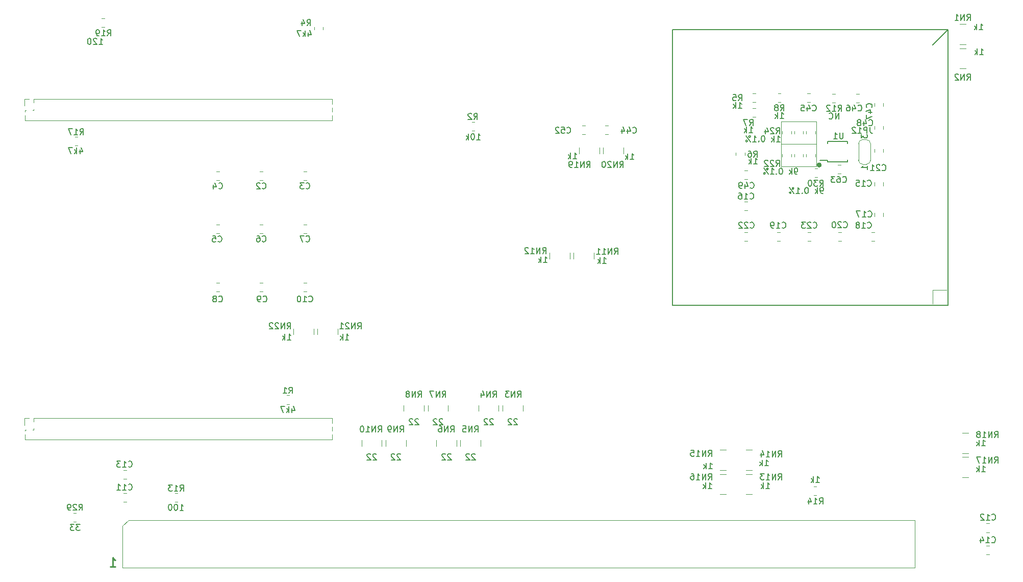
<source format=gbr>
G04 #@! TF.GenerationSoftware,KiCad,Pcbnew,7.0.6-0*
G04 #@! TF.CreationDate,2024-03-03T17:22:19+01:00*
G04 #@! TF.ProjectId,Z3660_v021d,5a333636-305f-4763-9032-31642e6b6963,v0.21d*
G04 #@! TF.SameCoordinates,Original*
G04 #@! TF.FileFunction,Legend,Bot*
G04 #@! TF.FilePolarity,Positive*
%FSLAX46Y46*%
G04 Gerber Fmt 4.6, Leading zero omitted, Abs format (unit mm)*
G04 Created by KiCad (PCBNEW 7.0.6-0) date 2024-03-03 17:22:19*
%MOMM*%
%LPD*%
G01*
G04 APERTURE LIST*
%ADD10C,0.120000*%
%ADD11C,0.400000*%
%ADD12C,0.250000*%
%ADD13C,0.150000*%
%ADD14C,0.200000*%
G04 APERTURE END LIST*
D10*
X213664800Y-55321200D02*
X213664800Y-47853600D01*
D11*
X220164000Y-55067200D02*
G75*
G03*
X220164000Y-55067200I-200000J0D01*
G01*
D10*
X213664800Y-47853600D02*
X219506800Y-47853600D01*
X219506800Y-47853600D02*
X219506800Y-55321200D01*
X241046000Y-75819000D02*
X238760000Y-75819000D01*
X219506800Y-51587400D02*
X213664800Y-51562000D01*
X238760000Y-75819000D02*
X238760000Y-78105000D01*
X219506800Y-55321200D02*
X213664800Y-55321200D01*
D12*
X102339827Y-121686528D02*
X103196970Y-121686528D01*
X102768399Y-121686528D02*
X102768399Y-120186528D01*
X102768399Y-120186528D02*
X102911256Y-120400814D01*
X102911256Y-120400814D02*
X103054113Y-120543671D01*
X103054113Y-120543671D02*
X103196970Y-120615100D01*
D13*
X248623057Y-113861580D02*
X248670676Y-113909200D01*
X248670676Y-113909200D02*
X248813533Y-113956819D01*
X248813533Y-113956819D02*
X248908771Y-113956819D01*
X248908771Y-113956819D02*
X249051628Y-113909200D01*
X249051628Y-113909200D02*
X249146866Y-113813961D01*
X249146866Y-113813961D02*
X249194485Y-113718723D01*
X249194485Y-113718723D02*
X249242104Y-113528247D01*
X249242104Y-113528247D02*
X249242104Y-113385390D01*
X249242104Y-113385390D02*
X249194485Y-113194914D01*
X249194485Y-113194914D02*
X249146866Y-113099676D01*
X249146866Y-113099676D02*
X249051628Y-113004438D01*
X249051628Y-113004438D02*
X248908771Y-112956819D01*
X248908771Y-112956819D02*
X248813533Y-112956819D01*
X248813533Y-112956819D02*
X248670676Y-113004438D01*
X248670676Y-113004438D02*
X248623057Y-113052057D01*
X247670676Y-113956819D02*
X248242104Y-113956819D01*
X247956390Y-113956819D02*
X247956390Y-112956819D01*
X247956390Y-112956819D02*
X248051628Y-113099676D01*
X248051628Y-113099676D02*
X248146866Y-113194914D01*
X248146866Y-113194914D02*
X248242104Y-113242533D01*
X247289723Y-113052057D02*
X247242104Y-113004438D01*
X247242104Y-113004438D02*
X247146866Y-112956819D01*
X247146866Y-112956819D02*
X246908771Y-112956819D01*
X246908771Y-112956819D02*
X246813533Y-113004438D01*
X246813533Y-113004438D02*
X246765914Y-113052057D01*
X246765914Y-113052057D02*
X246718295Y-113147295D01*
X246718295Y-113147295D02*
X246718295Y-113242533D01*
X246718295Y-113242533D02*
X246765914Y-113385390D01*
X246765914Y-113385390D02*
X247337342Y-113956819D01*
X247337342Y-113956819D02*
X246718295Y-113956819D01*
X162650466Y-47510419D02*
X162983799Y-47034228D01*
X163221894Y-47510419D02*
X163221894Y-46510419D01*
X163221894Y-46510419D02*
X162840942Y-46510419D01*
X162840942Y-46510419D02*
X162745704Y-46558038D01*
X162745704Y-46558038D02*
X162698085Y-46605657D01*
X162698085Y-46605657D02*
X162650466Y-46700895D01*
X162650466Y-46700895D02*
X162650466Y-46843752D01*
X162650466Y-46843752D02*
X162698085Y-46938990D01*
X162698085Y-46938990D02*
X162745704Y-46986609D01*
X162745704Y-46986609D02*
X162840942Y-47034228D01*
X162840942Y-47034228D02*
X163221894Y-47034228D01*
X162269513Y-46605657D02*
X162221894Y-46558038D01*
X162221894Y-46558038D02*
X162126656Y-46510419D01*
X162126656Y-46510419D02*
X161888561Y-46510419D01*
X161888561Y-46510419D02*
X161793323Y-46558038D01*
X161793323Y-46558038D02*
X161745704Y-46605657D01*
X161745704Y-46605657D02*
X161698085Y-46700895D01*
X161698085Y-46700895D02*
X161698085Y-46796133D01*
X161698085Y-46796133D02*
X161745704Y-46938990D01*
X161745704Y-46938990D02*
X162317132Y-47510419D01*
X162317132Y-47510419D02*
X161698085Y-47510419D01*
X163129838Y-50863219D02*
X163701266Y-50863219D01*
X163415552Y-50863219D02*
X163415552Y-49863219D01*
X163415552Y-49863219D02*
X163510790Y-50006076D01*
X163510790Y-50006076D02*
X163606028Y-50101314D01*
X163606028Y-50101314D02*
X163701266Y-50148933D01*
X162510790Y-49863219D02*
X162415552Y-49863219D01*
X162415552Y-49863219D02*
X162320314Y-49910838D01*
X162320314Y-49910838D02*
X162272695Y-49958457D01*
X162272695Y-49958457D02*
X162225076Y-50053695D01*
X162225076Y-50053695D02*
X162177457Y-50244171D01*
X162177457Y-50244171D02*
X162177457Y-50482266D01*
X162177457Y-50482266D02*
X162225076Y-50672742D01*
X162225076Y-50672742D02*
X162272695Y-50767980D01*
X162272695Y-50767980D02*
X162320314Y-50815600D01*
X162320314Y-50815600D02*
X162415552Y-50863219D01*
X162415552Y-50863219D02*
X162510790Y-50863219D01*
X162510790Y-50863219D02*
X162606028Y-50815600D01*
X162606028Y-50815600D02*
X162653647Y-50767980D01*
X162653647Y-50767980D02*
X162701266Y-50672742D01*
X162701266Y-50672742D02*
X162748885Y-50482266D01*
X162748885Y-50482266D02*
X162748885Y-50244171D01*
X162748885Y-50244171D02*
X162701266Y-50053695D01*
X162701266Y-50053695D02*
X162653647Y-49958457D01*
X162653647Y-49958457D02*
X162606028Y-49910838D01*
X162606028Y-49910838D02*
X162510790Y-49863219D01*
X161748885Y-50863219D02*
X161748885Y-49863219D01*
X161653647Y-50482266D02*
X161367933Y-50863219D01*
X161367933Y-50196552D02*
X161748885Y-50577504D01*
X228659580Y-45507142D02*
X228707200Y-45459523D01*
X228707200Y-45459523D02*
X228754819Y-45316666D01*
X228754819Y-45316666D02*
X228754819Y-45221428D01*
X228754819Y-45221428D02*
X228707200Y-45078571D01*
X228707200Y-45078571D02*
X228611961Y-44983333D01*
X228611961Y-44983333D02*
X228516723Y-44935714D01*
X228516723Y-44935714D02*
X228326247Y-44888095D01*
X228326247Y-44888095D02*
X228183390Y-44888095D01*
X228183390Y-44888095D02*
X227992914Y-44935714D01*
X227992914Y-44935714D02*
X227897676Y-44983333D01*
X227897676Y-44983333D02*
X227802438Y-45078571D01*
X227802438Y-45078571D02*
X227754819Y-45221428D01*
X227754819Y-45221428D02*
X227754819Y-45316666D01*
X227754819Y-45316666D02*
X227802438Y-45459523D01*
X227802438Y-45459523D02*
X227850057Y-45507142D01*
X228088152Y-46364285D02*
X228754819Y-46364285D01*
X227707200Y-46126190D02*
X228421485Y-45888095D01*
X228421485Y-45888095D02*
X228421485Y-46507142D01*
X227754819Y-46792857D02*
X227754819Y-47459523D01*
X227754819Y-47459523D02*
X228754819Y-47030952D01*
X105316257Y-108883180D02*
X105363876Y-108930800D01*
X105363876Y-108930800D02*
X105506733Y-108978419D01*
X105506733Y-108978419D02*
X105601971Y-108978419D01*
X105601971Y-108978419D02*
X105744828Y-108930800D01*
X105744828Y-108930800D02*
X105840066Y-108835561D01*
X105840066Y-108835561D02*
X105887685Y-108740323D01*
X105887685Y-108740323D02*
X105935304Y-108549847D01*
X105935304Y-108549847D02*
X105935304Y-108406990D01*
X105935304Y-108406990D02*
X105887685Y-108216514D01*
X105887685Y-108216514D02*
X105840066Y-108121276D01*
X105840066Y-108121276D02*
X105744828Y-108026038D01*
X105744828Y-108026038D02*
X105601971Y-107978419D01*
X105601971Y-107978419D02*
X105506733Y-107978419D01*
X105506733Y-107978419D02*
X105363876Y-108026038D01*
X105363876Y-108026038D02*
X105316257Y-108073657D01*
X104363876Y-108978419D02*
X104935304Y-108978419D01*
X104649590Y-108978419D02*
X104649590Y-107978419D01*
X104649590Y-107978419D02*
X104744828Y-108121276D01*
X104744828Y-108121276D02*
X104840066Y-108216514D01*
X104840066Y-108216514D02*
X104935304Y-108264133D01*
X103411495Y-108978419D02*
X103982923Y-108978419D01*
X103697209Y-108978419D02*
X103697209Y-107978419D01*
X103697209Y-107978419D02*
X103792447Y-108121276D01*
X103792447Y-108121276D02*
X103887685Y-108216514D01*
X103887685Y-108216514D02*
X103982923Y-108264133D01*
X209107066Y-53744019D02*
X209440399Y-53267828D01*
X209678494Y-53744019D02*
X209678494Y-52744019D01*
X209678494Y-52744019D02*
X209297542Y-52744019D01*
X209297542Y-52744019D02*
X209202304Y-52791638D01*
X209202304Y-52791638D02*
X209154685Y-52839257D01*
X209154685Y-52839257D02*
X209107066Y-52934495D01*
X209107066Y-52934495D02*
X209107066Y-53077352D01*
X209107066Y-53077352D02*
X209154685Y-53172590D01*
X209154685Y-53172590D02*
X209202304Y-53220209D01*
X209202304Y-53220209D02*
X209297542Y-53267828D01*
X209297542Y-53267828D02*
X209678494Y-53267828D01*
X208249923Y-52744019D02*
X208440399Y-52744019D01*
X208440399Y-52744019D02*
X208535637Y-52791638D01*
X208535637Y-52791638D02*
X208583256Y-52839257D01*
X208583256Y-52839257D02*
X208678494Y-52982114D01*
X208678494Y-52982114D02*
X208726113Y-53172590D01*
X208726113Y-53172590D02*
X208726113Y-53553542D01*
X208726113Y-53553542D02*
X208678494Y-53648780D01*
X208678494Y-53648780D02*
X208630875Y-53696400D01*
X208630875Y-53696400D02*
X208535637Y-53744019D01*
X208535637Y-53744019D02*
X208345161Y-53744019D01*
X208345161Y-53744019D02*
X208249923Y-53696400D01*
X208249923Y-53696400D02*
X208202304Y-53648780D01*
X208202304Y-53648780D02*
X208154685Y-53553542D01*
X208154685Y-53553542D02*
X208154685Y-53315447D01*
X208154685Y-53315447D02*
X208202304Y-53220209D01*
X208202304Y-53220209D02*
X208249923Y-53172590D01*
X208249923Y-53172590D02*
X208345161Y-53124971D01*
X208345161Y-53124971D02*
X208535637Y-53124971D01*
X208535637Y-53124971D02*
X208630875Y-53172590D01*
X208630875Y-53172590D02*
X208678494Y-53220209D01*
X208678494Y-53220209D02*
X208726113Y-53315447D01*
X209110247Y-54912419D02*
X209681675Y-54912419D01*
X209395961Y-54912419D02*
X209395961Y-53912419D01*
X209395961Y-53912419D02*
X209491199Y-54055276D01*
X209491199Y-54055276D02*
X209586437Y-54150514D01*
X209586437Y-54150514D02*
X209681675Y-54198133D01*
X208681675Y-54912419D02*
X208681675Y-53912419D01*
X208586437Y-54531466D02*
X208300723Y-54912419D01*
X208300723Y-54245752D02*
X208681675Y-54626704D01*
X208395866Y-48511619D02*
X208729199Y-48035428D01*
X208967294Y-48511619D02*
X208967294Y-47511619D01*
X208967294Y-47511619D02*
X208586342Y-47511619D01*
X208586342Y-47511619D02*
X208491104Y-47559238D01*
X208491104Y-47559238D02*
X208443485Y-47606857D01*
X208443485Y-47606857D02*
X208395866Y-47702095D01*
X208395866Y-47702095D02*
X208395866Y-47844952D01*
X208395866Y-47844952D02*
X208443485Y-47940190D01*
X208443485Y-47940190D02*
X208491104Y-47987809D01*
X208491104Y-47987809D02*
X208586342Y-48035428D01*
X208586342Y-48035428D02*
X208967294Y-48035428D01*
X208062532Y-47511619D02*
X207395866Y-47511619D01*
X207395866Y-47511619D02*
X207824437Y-48511619D01*
X208348247Y-49680019D02*
X208919675Y-49680019D01*
X208633961Y-49680019D02*
X208633961Y-48680019D01*
X208633961Y-48680019D02*
X208729199Y-48822876D01*
X208729199Y-48822876D02*
X208824437Y-48918114D01*
X208824437Y-48918114D02*
X208919675Y-48965733D01*
X207919675Y-49680019D02*
X207919675Y-48680019D01*
X207824437Y-49299066D02*
X207538723Y-49680019D01*
X207538723Y-49013352D02*
X207919675Y-49394304D01*
X213526666Y-46073219D02*
X213859999Y-45597028D01*
X214098094Y-46073219D02*
X214098094Y-45073219D01*
X214098094Y-45073219D02*
X213717142Y-45073219D01*
X213717142Y-45073219D02*
X213621904Y-45120838D01*
X213621904Y-45120838D02*
X213574285Y-45168457D01*
X213574285Y-45168457D02*
X213526666Y-45263695D01*
X213526666Y-45263695D02*
X213526666Y-45406552D01*
X213526666Y-45406552D02*
X213574285Y-45501790D01*
X213574285Y-45501790D02*
X213621904Y-45549409D01*
X213621904Y-45549409D02*
X213717142Y-45597028D01*
X213717142Y-45597028D02*
X214098094Y-45597028D01*
X212955237Y-45501790D02*
X213050475Y-45454171D01*
X213050475Y-45454171D02*
X213098094Y-45406552D01*
X213098094Y-45406552D02*
X213145713Y-45311314D01*
X213145713Y-45311314D02*
X213145713Y-45263695D01*
X213145713Y-45263695D02*
X213098094Y-45168457D01*
X213098094Y-45168457D02*
X213050475Y-45120838D01*
X213050475Y-45120838D02*
X212955237Y-45073219D01*
X212955237Y-45073219D02*
X212764761Y-45073219D01*
X212764761Y-45073219D02*
X212669523Y-45120838D01*
X212669523Y-45120838D02*
X212621904Y-45168457D01*
X212621904Y-45168457D02*
X212574285Y-45263695D01*
X212574285Y-45263695D02*
X212574285Y-45311314D01*
X212574285Y-45311314D02*
X212621904Y-45406552D01*
X212621904Y-45406552D02*
X212669523Y-45454171D01*
X212669523Y-45454171D02*
X212764761Y-45501790D01*
X212764761Y-45501790D02*
X212955237Y-45501790D01*
X212955237Y-45501790D02*
X213050475Y-45549409D01*
X213050475Y-45549409D02*
X213098094Y-45597028D01*
X213098094Y-45597028D02*
X213145713Y-45692266D01*
X213145713Y-45692266D02*
X213145713Y-45882742D01*
X213145713Y-45882742D02*
X213098094Y-45977980D01*
X213098094Y-45977980D02*
X213050475Y-46025600D01*
X213050475Y-46025600D02*
X212955237Y-46073219D01*
X212955237Y-46073219D02*
X212764761Y-46073219D01*
X212764761Y-46073219D02*
X212669523Y-46025600D01*
X212669523Y-46025600D02*
X212621904Y-45977980D01*
X212621904Y-45977980D02*
X212574285Y-45882742D01*
X212574285Y-45882742D02*
X212574285Y-45692266D01*
X212574285Y-45692266D02*
X212621904Y-45597028D01*
X212621904Y-45597028D02*
X212669523Y-45549409D01*
X212669523Y-45549409D02*
X212764761Y-45501790D01*
X213479047Y-47343219D02*
X214050475Y-47343219D01*
X213764761Y-47343219D02*
X213764761Y-46343219D01*
X213764761Y-46343219D02*
X213859999Y-46486076D01*
X213859999Y-46486076D02*
X213955237Y-46581314D01*
X213955237Y-46581314D02*
X214050475Y-46628933D01*
X213050475Y-47343219D02*
X213050475Y-46343219D01*
X212955237Y-46962266D02*
X212669523Y-47343219D01*
X212669523Y-46676552D02*
X213050475Y-47057504D01*
X113901457Y-109130819D02*
X114234790Y-108654628D01*
X114472885Y-109130819D02*
X114472885Y-108130819D01*
X114472885Y-108130819D02*
X114091933Y-108130819D01*
X114091933Y-108130819D02*
X113996695Y-108178438D01*
X113996695Y-108178438D02*
X113949076Y-108226057D01*
X113949076Y-108226057D02*
X113901457Y-108321295D01*
X113901457Y-108321295D02*
X113901457Y-108464152D01*
X113901457Y-108464152D02*
X113949076Y-108559390D01*
X113949076Y-108559390D02*
X113996695Y-108607009D01*
X113996695Y-108607009D02*
X114091933Y-108654628D01*
X114091933Y-108654628D02*
X114472885Y-108654628D01*
X112949076Y-109130819D02*
X113520504Y-109130819D01*
X113234790Y-109130819D02*
X113234790Y-108130819D01*
X113234790Y-108130819D02*
X113330028Y-108273676D01*
X113330028Y-108273676D02*
X113425266Y-108368914D01*
X113425266Y-108368914D02*
X113520504Y-108416533D01*
X112615742Y-108130819D02*
X111996695Y-108130819D01*
X111996695Y-108130819D02*
X112330028Y-108511771D01*
X112330028Y-108511771D02*
X112187171Y-108511771D01*
X112187171Y-108511771D02*
X112091933Y-108559390D01*
X112091933Y-108559390D02*
X112044314Y-108607009D01*
X112044314Y-108607009D02*
X111996695Y-108702247D01*
X111996695Y-108702247D02*
X111996695Y-108940342D01*
X111996695Y-108940342D02*
X112044314Y-109035580D01*
X112044314Y-109035580D02*
X112091933Y-109083200D01*
X112091933Y-109083200D02*
X112187171Y-109130819D01*
X112187171Y-109130819D02*
X112472885Y-109130819D01*
X112472885Y-109130819D02*
X112568123Y-109083200D01*
X112568123Y-109083200D02*
X112615742Y-109035580D01*
X113874466Y-112331219D02*
X114445894Y-112331219D01*
X114160180Y-112331219D02*
X114160180Y-111331219D01*
X114160180Y-111331219D02*
X114255418Y-111474076D01*
X114255418Y-111474076D02*
X114350656Y-111569314D01*
X114350656Y-111569314D02*
X114445894Y-111616933D01*
X113255418Y-111331219D02*
X113160180Y-111331219D01*
X113160180Y-111331219D02*
X113064942Y-111378838D01*
X113064942Y-111378838D02*
X113017323Y-111426457D01*
X113017323Y-111426457D02*
X112969704Y-111521695D01*
X112969704Y-111521695D02*
X112922085Y-111712171D01*
X112922085Y-111712171D02*
X112922085Y-111950266D01*
X112922085Y-111950266D02*
X112969704Y-112140742D01*
X112969704Y-112140742D02*
X113017323Y-112235980D01*
X113017323Y-112235980D02*
X113064942Y-112283600D01*
X113064942Y-112283600D02*
X113160180Y-112331219D01*
X113160180Y-112331219D02*
X113255418Y-112331219D01*
X113255418Y-112331219D02*
X113350656Y-112283600D01*
X113350656Y-112283600D02*
X113398275Y-112235980D01*
X113398275Y-112235980D02*
X113445894Y-112140742D01*
X113445894Y-112140742D02*
X113493513Y-111950266D01*
X113493513Y-111950266D02*
X113493513Y-111712171D01*
X113493513Y-111712171D02*
X113445894Y-111521695D01*
X113445894Y-111521695D02*
X113398275Y-111426457D01*
X113398275Y-111426457D02*
X113350656Y-111378838D01*
X113350656Y-111378838D02*
X113255418Y-111331219D01*
X112303037Y-111331219D02*
X112207799Y-111331219D01*
X112207799Y-111331219D02*
X112112561Y-111378838D01*
X112112561Y-111378838D02*
X112064942Y-111426457D01*
X112064942Y-111426457D02*
X112017323Y-111521695D01*
X112017323Y-111521695D02*
X111969704Y-111712171D01*
X111969704Y-111712171D02*
X111969704Y-111950266D01*
X111969704Y-111950266D02*
X112017323Y-112140742D01*
X112017323Y-112140742D02*
X112064942Y-112235980D01*
X112064942Y-112235980D02*
X112112561Y-112283600D01*
X112112561Y-112283600D02*
X112207799Y-112331219D01*
X112207799Y-112331219D02*
X112303037Y-112331219D01*
X112303037Y-112331219D02*
X112398275Y-112283600D01*
X112398275Y-112283600D02*
X112445894Y-112235980D01*
X112445894Y-112235980D02*
X112493513Y-112140742D01*
X112493513Y-112140742D02*
X112541132Y-111950266D01*
X112541132Y-111950266D02*
X112541132Y-111712171D01*
X112541132Y-111712171D02*
X112493513Y-111521695D01*
X112493513Y-111521695D02*
X112445894Y-111426457D01*
X112445894Y-111426457D02*
X112398275Y-111378838D01*
X112398275Y-111378838D02*
X112303037Y-111331219D01*
X228192857Y-48459580D02*
X228240476Y-48507200D01*
X228240476Y-48507200D02*
X228383333Y-48554819D01*
X228383333Y-48554819D02*
X228478571Y-48554819D01*
X228478571Y-48554819D02*
X228621428Y-48507200D01*
X228621428Y-48507200D02*
X228716666Y-48411961D01*
X228716666Y-48411961D02*
X228764285Y-48316723D01*
X228764285Y-48316723D02*
X228811904Y-48126247D01*
X228811904Y-48126247D02*
X228811904Y-47983390D01*
X228811904Y-47983390D02*
X228764285Y-47792914D01*
X228764285Y-47792914D02*
X228716666Y-47697676D01*
X228716666Y-47697676D02*
X228621428Y-47602438D01*
X228621428Y-47602438D02*
X228478571Y-47554819D01*
X228478571Y-47554819D02*
X228383333Y-47554819D01*
X228383333Y-47554819D02*
X228240476Y-47602438D01*
X228240476Y-47602438D02*
X228192857Y-47650057D01*
X227335714Y-47888152D02*
X227335714Y-48554819D01*
X227573809Y-47507200D02*
X227811904Y-48221485D01*
X227811904Y-48221485D02*
X227192857Y-48221485D01*
X226669047Y-47983390D02*
X226764285Y-47935771D01*
X226764285Y-47935771D02*
X226811904Y-47888152D01*
X226811904Y-47888152D02*
X226859523Y-47792914D01*
X226859523Y-47792914D02*
X226859523Y-47745295D01*
X226859523Y-47745295D02*
X226811904Y-47650057D01*
X226811904Y-47650057D02*
X226764285Y-47602438D01*
X226764285Y-47602438D02*
X226669047Y-47554819D01*
X226669047Y-47554819D02*
X226478571Y-47554819D01*
X226478571Y-47554819D02*
X226383333Y-47602438D01*
X226383333Y-47602438D02*
X226335714Y-47650057D01*
X226335714Y-47650057D02*
X226288095Y-47745295D01*
X226288095Y-47745295D02*
X226288095Y-47792914D01*
X226288095Y-47792914D02*
X226335714Y-47888152D01*
X226335714Y-47888152D02*
X226383333Y-47935771D01*
X226383333Y-47935771D02*
X226478571Y-47983390D01*
X226478571Y-47983390D02*
X226669047Y-47983390D01*
X226669047Y-47983390D02*
X226764285Y-48031009D01*
X226764285Y-48031009D02*
X226811904Y-48078628D01*
X226811904Y-48078628D02*
X226859523Y-48173866D01*
X226859523Y-48173866D02*
X226859523Y-48364342D01*
X226859523Y-48364342D02*
X226811904Y-48459580D01*
X226811904Y-48459580D02*
X226764285Y-48507200D01*
X226764285Y-48507200D02*
X226669047Y-48554819D01*
X226669047Y-48554819D02*
X226478571Y-48554819D01*
X226478571Y-48554819D02*
X226383333Y-48507200D01*
X226383333Y-48507200D02*
X226335714Y-48459580D01*
X226335714Y-48459580D02*
X226288095Y-48364342D01*
X226288095Y-48364342D02*
X226288095Y-48173866D01*
X226288095Y-48173866D02*
X226335714Y-48078628D01*
X226335714Y-48078628D02*
X226383333Y-48031009D01*
X226383333Y-48031009D02*
X226478571Y-47983390D01*
X105316257Y-105073180D02*
X105363876Y-105120800D01*
X105363876Y-105120800D02*
X105506733Y-105168419D01*
X105506733Y-105168419D02*
X105601971Y-105168419D01*
X105601971Y-105168419D02*
X105744828Y-105120800D01*
X105744828Y-105120800D02*
X105840066Y-105025561D01*
X105840066Y-105025561D02*
X105887685Y-104930323D01*
X105887685Y-104930323D02*
X105935304Y-104739847D01*
X105935304Y-104739847D02*
X105935304Y-104596990D01*
X105935304Y-104596990D02*
X105887685Y-104406514D01*
X105887685Y-104406514D02*
X105840066Y-104311276D01*
X105840066Y-104311276D02*
X105744828Y-104216038D01*
X105744828Y-104216038D02*
X105601971Y-104168419D01*
X105601971Y-104168419D02*
X105506733Y-104168419D01*
X105506733Y-104168419D02*
X105363876Y-104216038D01*
X105363876Y-104216038D02*
X105316257Y-104263657D01*
X104363876Y-105168419D02*
X104935304Y-105168419D01*
X104649590Y-105168419D02*
X104649590Y-104168419D01*
X104649590Y-104168419D02*
X104744828Y-104311276D01*
X104744828Y-104311276D02*
X104840066Y-104406514D01*
X104840066Y-104406514D02*
X104935304Y-104454133D01*
X104030542Y-104168419D02*
X103411495Y-104168419D01*
X103411495Y-104168419D02*
X103744828Y-104549371D01*
X103744828Y-104549371D02*
X103601971Y-104549371D01*
X103601971Y-104549371D02*
X103506733Y-104596990D01*
X103506733Y-104596990D02*
X103459114Y-104644609D01*
X103459114Y-104644609D02*
X103411495Y-104739847D01*
X103411495Y-104739847D02*
X103411495Y-104977942D01*
X103411495Y-104977942D02*
X103459114Y-105073180D01*
X103459114Y-105073180D02*
X103506733Y-105120800D01*
X103506733Y-105120800D02*
X103601971Y-105168419D01*
X103601971Y-105168419D02*
X103887685Y-105168419D01*
X103887685Y-105168419D02*
X103982923Y-105120800D01*
X103982923Y-105120800D02*
X104030542Y-105073180D01*
X248572257Y-117620780D02*
X248619876Y-117668400D01*
X248619876Y-117668400D02*
X248762733Y-117716019D01*
X248762733Y-117716019D02*
X248857971Y-117716019D01*
X248857971Y-117716019D02*
X249000828Y-117668400D01*
X249000828Y-117668400D02*
X249096066Y-117573161D01*
X249096066Y-117573161D02*
X249143685Y-117477923D01*
X249143685Y-117477923D02*
X249191304Y-117287447D01*
X249191304Y-117287447D02*
X249191304Y-117144590D01*
X249191304Y-117144590D02*
X249143685Y-116954114D01*
X249143685Y-116954114D02*
X249096066Y-116858876D01*
X249096066Y-116858876D02*
X249000828Y-116763638D01*
X249000828Y-116763638D02*
X248857971Y-116716019D01*
X248857971Y-116716019D02*
X248762733Y-116716019D01*
X248762733Y-116716019D02*
X248619876Y-116763638D01*
X248619876Y-116763638D02*
X248572257Y-116811257D01*
X247619876Y-117716019D02*
X248191304Y-117716019D01*
X247905590Y-117716019D02*
X247905590Y-116716019D01*
X247905590Y-116716019D02*
X248000828Y-116858876D01*
X248000828Y-116858876D02*
X248096066Y-116954114D01*
X248096066Y-116954114D02*
X248191304Y-117001733D01*
X246762733Y-117049352D02*
X246762733Y-117716019D01*
X247000828Y-116668400D02*
X247238923Y-117382685D01*
X247238923Y-117382685D02*
X246619876Y-117382685D01*
X206567066Y-44396819D02*
X206900399Y-43920628D01*
X207138494Y-44396819D02*
X207138494Y-43396819D01*
X207138494Y-43396819D02*
X206757542Y-43396819D01*
X206757542Y-43396819D02*
X206662304Y-43444438D01*
X206662304Y-43444438D02*
X206614685Y-43492057D01*
X206614685Y-43492057D02*
X206567066Y-43587295D01*
X206567066Y-43587295D02*
X206567066Y-43730152D01*
X206567066Y-43730152D02*
X206614685Y-43825390D01*
X206614685Y-43825390D02*
X206662304Y-43873009D01*
X206662304Y-43873009D02*
X206757542Y-43920628D01*
X206757542Y-43920628D02*
X207138494Y-43920628D01*
X205662304Y-43396819D02*
X206138494Y-43396819D01*
X206138494Y-43396819D02*
X206186113Y-43873009D01*
X206186113Y-43873009D02*
X206138494Y-43825390D01*
X206138494Y-43825390D02*
X206043256Y-43777771D01*
X206043256Y-43777771D02*
X205805161Y-43777771D01*
X205805161Y-43777771D02*
X205709923Y-43825390D01*
X205709923Y-43825390D02*
X205662304Y-43873009D01*
X205662304Y-43873009D02*
X205614685Y-43968247D01*
X205614685Y-43968247D02*
X205614685Y-44206342D01*
X205614685Y-44206342D02*
X205662304Y-44301580D01*
X205662304Y-44301580D02*
X205709923Y-44349200D01*
X205709923Y-44349200D02*
X205805161Y-44396819D01*
X205805161Y-44396819D02*
X206043256Y-44396819D01*
X206043256Y-44396819D02*
X206138494Y-44349200D01*
X206138494Y-44349200D02*
X206186113Y-44301580D01*
X206519447Y-45666819D02*
X207090875Y-45666819D01*
X206805161Y-45666819D02*
X206805161Y-44666819D01*
X206805161Y-44666819D02*
X206900399Y-44809676D01*
X206900399Y-44809676D02*
X206995637Y-44904914D01*
X206995637Y-44904914D02*
X207090875Y-44952533D01*
X206090875Y-45666819D02*
X206090875Y-44666819D01*
X205995637Y-45285866D02*
X205709923Y-45666819D01*
X205709923Y-45000152D02*
X206090875Y-45381104D01*
X219987057Y-111287819D02*
X220320390Y-110811628D01*
X220558485Y-111287819D02*
X220558485Y-110287819D01*
X220558485Y-110287819D02*
X220177533Y-110287819D01*
X220177533Y-110287819D02*
X220082295Y-110335438D01*
X220082295Y-110335438D02*
X220034676Y-110383057D01*
X220034676Y-110383057D02*
X219987057Y-110478295D01*
X219987057Y-110478295D02*
X219987057Y-110621152D01*
X219987057Y-110621152D02*
X220034676Y-110716390D01*
X220034676Y-110716390D02*
X220082295Y-110764009D01*
X220082295Y-110764009D02*
X220177533Y-110811628D01*
X220177533Y-110811628D02*
X220558485Y-110811628D01*
X219034676Y-111287819D02*
X219606104Y-111287819D01*
X219320390Y-111287819D02*
X219320390Y-110287819D01*
X219320390Y-110287819D02*
X219415628Y-110430676D01*
X219415628Y-110430676D02*
X219510866Y-110525914D01*
X219510866Y-110525914D02*
X219606104Y-110573533D01*
X218177533Y-110621152D02*
X218177533Y-111287819D01*
X218415628Y-110240200D02*
X218653723Y-110954485D01*
X218653723Y-110954485D02*
X218034676Y-110954485D01*
X219412447Y-107731819D02*
X219983875Y-107731819D01*
X219698161Y-107731819D02*
X219698161Y-106731819D01*
X219698161Y-106731819D02*
X219793399Y-106874676D01*
X219793399Y-106874676D02*
X219888637Y-106969914D01*
X219888637Y-106969914D02*
X219983875Y-107017533D01*
X218983875Y-107731819D02*
X218983875Y-106731819D01*
X218888637Y-107350866D02*
X218602923Y-107731819D01*
X218602923Y-107065152D02*
X218983875Y-107446104D01*
X134966666Y-31954819D02*
X135299999Y-31478628D01*
X135538094Y-31954819D02*
X135538094Y-30954819D01*
X135538094Y-30954819D02*
X135157142Y-30954819D01*
X135157142Y-30954819D02*
X135061904Y-31002438D01*
X135061904Y-31002438D02*
X135014285Y-31050057D01*
X135014285Y-31050057D02*
X134966666Y-31145295D01*
X134966666Y-31145295D02*
X134966666Y-31288152D01*
X134966666Y-31288152D02*
X135014285Y-31383390D01*
X135014285Y-31383390D02*
X135061904Y-31431009D01*
X135061904Y-31431009D02*
X135157142Y-31478628D01*
X135157142Y-31478628D02*
X135538094Y-31478628D01*
X134109523Y-31288152D02*
X134109523Y-31954819D01*
X134347618Y-30907200D02*
X134585713Y-31621485D01*
X134585713Y-31621485D02*
X133966666Y-31621485D01*
X135190476Y-33088152D02*
X135190476Y-33754819D01*
X135428571Y-32707200D02*
X135666666Y-33421485D01*
X135666666Y-33421485D02*
X135047619Y-33421485D01*
X134666666Y-33754819D02*
X134666666Y-32754819D01*
X134571428Y-33373866D02*
X134285714Y-33754819D01*
X134285714Y-33088152D02*
X134666666Y-33469104D01*
X133952380Y-32754819D02*
X133285714Y-32754819D01*
X133285714Y-32754819D02*
X133714285Y-33754819D01*
X127547666Y-58935580D02*
X127595285Y-58983200D01*
X127595285Y-58983200D02*
X127738142Y-59030819D01*
X127738142Y-59030819D02*
X127833380Y-59030819D01*
X127833380Y-59030819D02*
X127976237Y-58983200D01*
X127976237Y-58983200D02*
X128071475Y-58887961D01*
X128071475Y-58887961D02*
X128119094Y-58792723D01*
X128119094Y-58792723D02*
X128166713Y-58602247D01*
X128166713Y-58602247D02*
X128166713Y-58459390D01*
X128166713Y-58459390D02*
X128119094Y-58268914D01*
X128119094Y-58268914D02*
X128071475Y-58173676D01*
X128071475Y-58173676D02*
X127976237Y-58078438D01*
X127976237Y-58078438D02*
X127833380Y-58030819D01*
X127833380Y-58030819D02*
X127738142Y-58030819D01*
X127738142Y-58030819D02*
X127595285Y-58078438D01*
X127595285Y-58078438D02*
X127547666Y-58126057D01*
X127166713Y-58126057D02*
X127119094Y-58078438D01*
X127119094Y-58078438D02*
X127023856Y-58030819D01*
X127023856Y-58030819D02*
X126785761Y-58030819D01*
X126785761Y-58030819D02*
X126690523Y-58078438D01*
X126690523Y-58078438D02*
X126642904Y-58126057D01*
X126642904Y-58126057D02*
X126595285Y-58221295D01*
X126595285Y-58221295D02*
X126595285Y-58316533D01*
X126595285Y-58316533D02*
X126642904Y-58459390D01*
X126642904Y-58459390D02*
X127214332Y-59030819D01*
X127214332Y-59030819D02*
X126595285Y-59030819D01*
X120207066Y-67720380D02*
X120254685Y-67768000D01*
X120254685Y-67768000D02*
X120397542Y-67815619D01*
X120397542Y-67815619D02*
X120492780Y-67815619D01*
X120492780Y-67815619D02*
X120635637Y-67768000D01*
X120635637Y-67768000D02*
X120730875Y-67672761D01*
X120730875Y-67672761D02*
X120778494Y-67577523D01*
X120778494Y-67577523D02*
X120826113Y-67387047D01*
X120826113Y-67387047D02*
X120826113Y-67244190D01*
X120826113Y-67244190D02*
X120778494Y-67053714D01*
X120778494Y-67053714D02*
X120730875Y-66958476D01*
X120730875Y-66958476D02*
X120635637Y-66863238D01*
X120635637Y-66863238D02*
X120492780Y-66815619D01*
X120492780Y-66815619D02*
X120397542Y-66815619D01*
X120397542Y-66815619D02*
X120254685Y-66863238D01*
X120254685Y-66863238D02*
X120207066Y-66910857D01*
X119302304Y-66815619D02*
X119778494Y-66815619D01*
X119778494Y-66815619D02*
X119826113Y-67291809D01*
X119826113Y-67291809D02*
X119778494Y-67244190D01*
X119778494Y-67244190D02*
X119683256Y-67196571D01*
X119683256Y-67196571D02*
X119445161Y-67196571D01*
X119445161Y-67196571D02*
X119349923Y-67244190D01*
X119349923Y-67244190D02*
X119302304Y-67291809D01*
X119302304Y-67291809D02*
X119254685Y-67387047D01*
X119254685Y-67387047D02*
X119254685Y-67625142D01*
X119254685Y-67625142D02*
X119302304Y-67720380D01*
X119302304Y-67720380D02*
X119349923Y-67768000D01*
X119349923Y-67768000D02*
X119445161Y-67815619D01*
X119445161Y-67815619D02*
X119683256Y-67815619D01*
X119683256Y-67815619D02*
X119778494Y-67768000D01*
X119778494Y-67768000D02*
X119826113Y-67720380D01*
X127547666Y-67698580D02*
X127595285Y-67746200D01*
X127595285Y-67746200D02*
X127738142Y-67793819D01*
X127738142Y-67793819D02*
X127833380Y-67793819D01*
X127833380Y-67793819D02*
X127976237Y-67746200D01*
X127976237Y-67746200D02*
X128071475Y-67650961D01*
X128071475Y-67650961D02*
X128119094Y-67555723D01*
X128119094Y-67555723D02*
X128166713Y-67365247D01*
X128166713Y-67365247D02*
X128166713Y-67222390D01*
X128166713Y-67222390D02*
X128119094Y-67031914D01*
X128119094Y-67031914D02*
X128071475Y-66936676D01*
X128071475Y-66936676D02*
X127976237Y-66841438D01*
X127976237Y-66841438D02*
X127833380Y-66793819D01*
X127833380Y-66793819D02*
X127738142Y-66793819D01*
X127738142Y-66793819D02*
X127595285Y-66841438D01*
X127595285Y-66841438D02*
X127547666Y-66889057D01*
X126690523Y-66793819D02*
X126880999Y-66793819D01*
X126880999Y-66793819D02*
X126976237Y-66841438D01*
X126976237Y-66841438D02*
X127023856Y-66889057D01*
X127023856Y-66889057D02*
X127119094Y-67031914D01*
X127119094Y-67031914D02*
X127166713Y-67222390D01*
X127166713Y-67222390D02*
X127166713Y-67603342D01*
X127166713Y-67603342D02*
X127119094Y-67698580D01*
X127119094Y-67698580D02*
X127071475Y-67746200D01*
X127071475Y-67746200D02*
X126976237Y-67793819D01*
X126976237Y-67793819D02*
X126785761Y-67793819D01*
X126785761Y-67793819D02*
X126690523Y-67746200D01*
X126690523Y-67746200D02*
X126642904Y-67698580D01*
X126642904Y-67698580D02*
X126595285Y-67603342D01*
X126595285Y-67603342D02*
X126595285Y-67365247D01*
X126595285Y-67365247D02*
X126642904Y-67270009D01*
X126642904Y-67270009D02*
X126690523Y-67222390D01*
X126690523Y-67222390D02*
X126785761Y-67174771D01*
X126785761Y-67174771D02*
X126976237Y-67174771D01*
X126976237Y-67174771D02*
X127071475Y-67222390D01*
X127071475Y-67222390D02*
X127119094Y-67270009D01*
X127119094Y-67270009D02*
X127166713Y-67365247D01*
X134786666Y-67698580D02*
X134834285Y-67746200D01*
X134834285Y-67746200D02*
X134977142Y-67793819D01*
X134977142Y-67793819D02*
X135072380Y-67793819D01*
X135072380Y-67793819D02*
X135215237Y-67746200D01*
X135215237Y-67746200D02*
X135310475Y-67650961D01*
X135310475Y-67650961D02*
X135358094Y-67555723D01*
X135358094Y-67555723D02*
X135405713Y-67365247D01*
X135405713Y-67365247D02*
X135405713Y-67222390D01*
X135405713Y-67222390D02*
X135358094Y-67031914D01*
X135358094Y-67031914D02*
X135310475Y-66936676D01*
X135310475Y-66936676D02*
X135215237Y-66841438D01*
X135215237Y-66841438D02*
X135072380Y-66793819D01*
X135072380Y-66793819D02*
X134977142Y-66793819D01*
X134977142Y-66793819D02*
X134834285Y-66841438D01*
X134834285Y-66841438D02*
X134786666Y-66889057D01*
X134453332Y-66793819D02*
X133786666Y-66793819D01*
X133786666Y-66793819D02*
X134215237Y-67793819D01*
X120308666Y-77677180D02*
X120356285Y-77724800D01*
X120356285Y-77724800D02*
X120499142Y-77772419D01*
X120499142Y-77772419D02*
X120594380Y-77772419D01*
X120594380Y-77772419D02*
X120737237Y-77724800D01*
X120737237Y-77724800D02*
X120832475Y-77629561D01*
X120832475Y-77629561D02*
X120880094Y-77534323D01*
X120880094Y-77534323D02*
X120927713Y-77343847D01*
X120927713Y-77343847D02*
X120927713Y-77200990D01*
X120927713Y-77200990D02*
X120880094Y-77010514D01*
X120880094Y-77010514D02*
X120832475Y-76915276D01*
X120832475Y-76915276D02*
X120737237Y-76820038D01*
X120737237Y-76820038D02*
X120594380Y-76772419D01*
X120594380Y-76772419D02*
X120499142Y-76772419D01*
X120499142Y-76772419D02*
X120356285Y-76820038D01*
X120356285Y-76820038D02*
X120308666Y-76867657D01*
X119737237Y-77200990D02*
X119832475Y-77153371D01*
X119832475Y-77153371D02*
X119880094Y-77105752D01*
X119880094Y-77105752D02*
X119927713Y-77010514D01*
X119927713Y-77010514D02*
X119927713Y-76962895D01*
X119927713Y-76962895D02*
X119880094Y-76867657D01*
X119880094Y-76867657D02*
X119832475Y-76820038D01*
X119832475Y-76820038D02*
X119737237Y-76772419D01*
X119737237Y-76772419D02*
X119546761Y-76772419D01*
X119546761Y-76772419D02*
X119451523Y-76820038D01*
X119451523Y-76820038D02*
X119403904Y-76867657D01*
X119403904Y-76867657D02*
X119356285Y-76962895D01*
X119356285Y-76962895D02*
X119356285Y-77010514D01*
X119356285Y-77010514D02*
X119403904Y-77105752D01*
X119403904Y-77105752D02*
X119451523Y-77153371D01*
X119451523Y-77153371D02*
X119546761Y-77200990D01*
X119546761Y-77200990D02*
X119737237Y-77200990D01*
X119737237Y-77200990D02*
X119832475Y-77248609D01*
X119832475Y-77248609D02*
X119880094Y-77296228D01*
X119880094Y-77296228D02*
X119927713Y-77391466D01*
X119927713Y-77391466D02*
X119927713Y-77581942D01*
X119927713Y-77581942D02*
X119880094Y-77677180D01*
X119880094Y-77677180D02*
X119832475Y-77724800D01*
X119832475Y-77724800D02*
X119737237Y-77772419D01*
X119737237Y-77772419D02*
X119546761Y-77772419D01*
X119546761Y-77772419D02*
X119451523Y-77724800D01*
X119451523Y-77724800D02*
X119403904Y-77677180D01*
X119403904Y-77677180D02*
X119356285Y-77581942D01*
X119356285Y-77581942D02*
X119356285Y-77391466D01*
X119356285Y-77391466D02*
X119403904Y-77296228D01*
X119403904Y-77296228D02*
X119451523Y-77248609D01*
X119451523Y-77248609D02*
X119546761Y-77200990D01*
X127674666Y-77677180D02*
X127722285Y-77724800D01*
X127722285Y-77724800D02*
X127865142Y-77772419D01*
X127865142Y-77772419D02*
X127960380Y-77772419D01*
X127960380Y-77772419D02*
X128103237Y-77724800D01*
X128103237Y-77724800D02*
X128198475Y-77629561D01*
X128198475Y-77629561D02*
X128246094Y-77534323D01*
X128246094Y-77534323D02*
X128293713Y-77343847D01*
X128293713Y-77343847D02*
X128293713Y-77200990D01*
X128293713Y-77200990D02*
X128246094Y-77010514D01*
X128246094Y-77010514D02*
X128198475Y-76915276D01*
X128198475Y-76915276D02*
X128103237Y-76820038D01*
X128103237Y-76820038D02*
X127960380Y-76772419D01*
X127960380Y-76772419D02*
X127865142Y-76772419D01*
X127865142Y-76772419D02*
X127722285Y-76820038D01*
X127722285Y-76820038D02*
X127674666Y-76867657D01*
X127198475Y-77772419D02*
X127007999Y-77772419D01*
X127007999Y-77772419D02*
X126912761Y-77724800D01*
X126912761Y-77724800D02*
X126865142Y-77677180D01*
X126865142Y-77677180D02*
X126769904Y-77534323D01*
X126769904Y-77534323D02*
X126722285Y-77343847D01*
X126722285Y-77343847D02*
X126722285Y-76962895D01*
X126722285Y-76962895D02*
X126769904Y-76867657D01*
X126769904Y-76867657D02*
X126817523Y-76820038D01*
X126817523Y-76820038D02*
X126912761Y-76772419D01*
X126912761Y-76772419D02*
X127103237Y-76772419D01*
X127103237Y-76772419D02*
X127198475Y-76820038D01*
X127198475Y-76820038D02*
X127246094Y-76867657D01*
X127246094Y-76867657D02*
X127293713Y-76962895D01*
X127293713Y-76962895D02*
X127293713Y-77200990D01*
X127293713Y-77200990D02*
X127246094Y-77296228D01*
X127246094Y-77296228D02*
X127198475Y-77343847D01*
X127198475Y-77343847D02*
X127103237Y-77391466D01*
X127103237Y-77391466D02*
X126912761Y-77391466D01*
X126912761Y-77391466D02*
X126817523Y-77343847D01*
X126817523Y-77343847D02*
X126769904Y-77296228D01*
X126769904Y-77296228D02*
X126722285Y-77200990D01*
X227972857Y-65434380D02*
X228020476Y-65482000D01*
X228020476Y-65482000D02*
X228163333Y-65529619D01*
X228163333Y-65529619D02*
X228258571Y-65529619D01*
X228258571Y-65529619D02*
X228401428Y-65482000D01*
X228401428Y-65482000D02*
X228496666Y-65386761D01*
X228496666Y-65386761D02*
X228544285Y-65291523D01*
X228544285Y-65291523D02*
X228591904Y-65101047D01*
X228591904Y-65101047D02*
X228591904Y-64958190D01*
X228591904Y-64958190D02*
X228544285Y-64767714D01*
X228544285Y-64767714D02*
X228496666Y-64672476D01*
X228496666Y-64672476D02*
X228401428Y-64577238D01*
X228401428Y-64577238D02*
X228258571Y-64529619D01*
X228258571Y-64529619D02*
X228163333Y-64529619D01*
X228163333Y-64529619D02*
X228020476Y-64577238D01*
X228020476Y-64577238D02*
X227972857Y-64624857D01*
X227020476Y-65529619D02*
X227591904Y-65529619D01*
X227306190Y-65529619D02*
X227306190Y-64529619D01*
X227306190Y-64529619D02*
X227401428Y-64672476D01*
X227401428Y-64672476D02*
X227496666Y-64767714D01*
X227496666Y-64767714D02*
X227591904Y-64815333D01*
X226449047Y-64958190D02*
X226544285Y-64910571D01*
X226544285Y-64910571D02*
X226591904Y-64862952D01*
X226591904Y-64862952D02*
X226639523Y-64767714D01*
X226639523Y-64767714D02*
X226639523Y-64720095D01*
X226639523Y-64720095D02*
X226591904Y-64624857D01*
X226591904Y-64624857D02*
X226544285Y-64577238D01*
X226544285Y-64577238D02*
X226449047Y-64529619D01*
X226449047Y-64529619D02*
X226258571Y-64529619D01*
X226258571Y-64529619D02*
X226163333Y-64577238D01*
X226163333Y-64577238D02*
X226115714Y-64624857D01*
X226115714Y-64624857D02*
X226068095Y-64720095D01*
X226068095Y-64720095D02*
X226068095Y-64767714D01*
X226068095Y-64767714D02*
X226115714Y-64862952D01*
X226115714Y-64862952D02*
X226163333Y-64910571D01*
X226163333Y-64910571D02*
X226258571Y-64958190D01*
X226258571Y-64958190D02*
X226449047Y-64958190D01*
X226449047Y-64958190D02*
X226544285Y-65005809D01*
X226544285Y-65005809D02*
X226591904Y-65053428D01*
X226591904Y-65053428D02*
X226639523Y-65148666D01*
X226639523Y-65148666D02*
X226639523Y-65339142D01*
X226639523Y-65339142D02*
X226591904Y-65434380D01*
X226591904Y-65434380D02*
X226544285Y-65482000D01*
X226544285Y-65482000D02*
X226449047Y-65529619D01*
X226449047Y-65529619D02*
X226258571Y-65529619D01*
X226258571Y-65529619D02*
X226163333Y-65482000D01*
X226163333Y-65482000D02*
X226115714Y-65434380D01*
X226115714Y-65434380D02*
X226068095Y-65339142D01*
X226068095Y-65339142D02*
X226068095Y-65148666D01*
X226068095Y-65148666D02*
X226115714Y-65053428D01*
X226115714Y-65053428D02*
X226163333Y-65005809D01*
X226163333Y-65005809D02*
X226258571Y-64958190D01*
X213799657Y-65434380D02*
X213847276Y-65482000D01*
X213847276Y-65482000D02*
X213990133Y-65529619D01*
X213990133Y-65529619D02*
X214085371Y-65529619D01*
X214085371Y-65529619D02*
X214228228Y-65482000D01*
X214228228Y-65482000D02*
X214323466Y-65386761D01*
X214323466Y-65386761D02*
X214371085Y-65291523D01*
X214371085Y-65291523D02*
X214418704Y-65101047D01*
X214418704Y-65101047D02*
X214418704Y-64958190D01*
X214418704Y-64958190D02*
X214371085Y-64767714D01*
X214371085Y-64767714D02*
X214323466Y-64672476D01*
X214323466Y-64672476D02*
X214228228Y-64577238D01*
X214228228Y-64577238D02*
X214085371Y-64529619D01*
X214085371Y-64529619D02*
X213990133Y-64529619D01*
X213990133Y-64529619D02*
X213847276Y-64577238D01*
X213847276Y-64577238D02*
X213799657Y-64624857D01*
X212847276Y-65529619D02*
X213418704Y-65529619D01*
X213132990Y-65529619D02*
X213132990Y-64529619D01*
X213132990Y-64529619D02*
X213228228Y-64672476D01*
X213228228Y-64672476D02*
X213323466Y-64767714D01*
X213323466Y-64767714D02*
X213418704Y-64815333D01*
X212371085Y-65529619D02*
X212180609Y-65529619D01*
X212180609Y-65529619D02*
X212085371Y-65482000D01*
X212085371Y-65482000D02*
X212037752Y-65434380D01*
X212037752Y-65434380D02*
X211942514Y-65291523D01*
X211942514Y-65291523D02*
X211894895Y-65101047D01*
X211894895Y-65101047D02*
X211894895Y-64720095D01*
X211894895Y-64720095D02*
X211942514Y-64624857D01*
X211942514Y-64624857D02*
X211990133Y-64577238D01*
X211990133Y-64577238D02*
X212085371Y-64529619D01*
X212085371Y-64529619D02*
X212275847Y-64529619D01*
X212275847Y-64529619D02*
X212371085Y-64577238D01*
X212371085Y-64577238D02*
X212418704Y-64624857D01*
X212418704Y-64624857D02*
X212466323Y-64720095D01*
X212466323Y-64720095D02*
X212466323Y-64958190D01*
X212466323Y-64958190D02*
X212418704Y-65053428D01*
X212418704Y-65053428D02*
X212371085Y-65101047D01*
X212371085Y-65101047D02*
X212275847Y-65148666D01*
X212275847Y-65148666D02*
X212085371Y-65148666D01*
X212085371Y-65148666D02*
X211990133Y-65101047D01*
X211990133Y-65101047D02*
X211942514Y-65053428D01*
X211942514Y-65053428D02*
X211894895Y-64958190D01*
X218955857Y-65434380D02*
X219003476Y-65482000D01*
X219003476Y-65482000D02*
X219146333Y-65529619D01*
X219146333Y-65529619D02*
X219241571Y-65529619D01*
X219241571Y-65529619D02*
X219384428Y-65482000D01*
X219384428Y-65482000D02*
X219479666Y-65386761D01*
X219479666Y-65386761D02*
X219527285Y-65291523D01*
X219527285Y-65291523D02*
X219574904Y-65101047D01*
X219574904Y-65101047D02*
X219574904Y-64958190D01*
X219574904Y-64958190D02*
X219527285Y-64767714D01*
X219527285Y-64767714D02*
X219479666Y-64672476D01*
X219479666Y-64672476D02*
X219384428Y-64577238D01*
X219384428Y-64577238D02*
X219241571Y-64529619D01*
X219241571Y-64529619D02*
X219146333Y-64529619D01*
X219146333Y-64529619D02*
X219003476Y-64577238D01*
X219003476Y-64577238D02*
X218955857Y-64624857D01*
X218574904Y-64624857D02*
X218527285Y-64577238D01*
X218527285Y-64577238D02*
X218432047Y-64529619D01*
X218432047Y-64529619D02*
X218193952Y-64529619D01*
X218193952Y-64529619D02*
X218098714Y-64577238D01*
X218098714Y-64577238D02*
X218051095Y-64624857D01*
X218051095Y-64624857D02*
X218003476Y-64720095D01*
X218003476Y-64720095D02*
X218003476Y-64815333D01*
X218003476Y-64815333D02*
X218051095Y-64958190D01*
X218051095Y-64958190D02*
X218622523Y-65529619D01*
X218622523Y-65529619D02*
X218003476Y-65529619D01*
X217670142Y-64529619D02*
X217051095Y-64529619D01*
X217051095Y-64529619D02*
X217384428Y-64910571D01*
X217384428Y-64910571D02*
X217241571Y-64910571D01*
X217241571Y-64910571D02*
X217146333Y-64958190D01*
X217146333Y-64958190D02*
X217098714Y-65005809D01*
X217098714Y-65005809D02*
X217051095Y-65101047D01*
X217051095Y-65101047D02*
X217051095Y-65339142D01*
X217051095Y-65339142D02*
X217098714Y-65434380D01*
X217098714Y-65434380D02*
X217146333Y-65482000D01*
X217146333Y-65482000D02*
X217241571Y-65529619D01*
X217241571Y-65529619D02*
X217527285Y-65529619D01*
X217527285Y-65529619D02*
X217622523Y-65482000D01*
X217622523Y-65482000D02*
X217670142Y-65434380D01*
X224010457Y-65383580D02*
X224058076Y-65431200D01*
X224058076Y-65431200D02*
X224200933Y-65478819D01*
X224200933Y-65478819D02*
X224296171Y-65478819D01*
X224296171Y-65478819D02*
X224439028Y-65431200D01*
X224439028Y-65431200D02*
X224534266Y-65335961D01*
X224534266Y-65335961D02*
X224581885Y-65240723D01*
X224581885Y-65240723D02*
X224629504Y-65050247D01*
X224629504Y-65050247D02*
X224629504Y-64907390D01*
X224629504Y-64907390D02*
X224581885Y-64716914D01*
X224581885Y-64716914D02*
X224534266Y-64621676D01*
X224534266Y-64621676D02*
X224439028Y-64526438D01*
X224439028Y-64526438D02*
X224296171Y-64478819D01*
X224296171Y-64478819D02*
X224200933Y-64478819D01*
X224200933Y-64478819D02*
X224058076Y-64526438D01*
X224058076Y-64526438D02*
X224010457Y-64574057D01*
X223629504Y-64574057D02*
X223581885Y-64526438D01*
X223581885Y-64526438D02*
X223486647Y-64478819D01*
X223486647Y-64478819D02*
X223248552Y-64478819D01*
X223248552Y-64478819D02*
X223153314Y-64526438D01*
X223153314Y-64526438D02*
X223105695Y-64574057D01*
X223105695Y-64574057D02*
X223058076Y-64669295D01*
X223058076Y-64669295D02*
X223058076Y-64764533D01*
X223058076Y-64764533D02*
X223105695Y-64907390D01*
X223105695Y-64907390D02*
X223677123Y-65478819D01*
X223677123Y-65478819D02*
X223058076Y-65478819D01*
X222439028Y-64478819D02*
X222343790Y-64478819D01*
X222343790Y-64478819D02*
X222248552Y-64526438D01*
X222248552Y-64526438D02*
X222200933Y-64574057D01*
X222200933Y-64574057D02*
X222153314Y-64669295D01*
X222153314Y-64669295D02*
X222105695Y-64859771D01*
X222105695Y-64859771D02*
X222105695Y-65097866D01*
X222105695Y-65097866D02*
X222153314Y-65288342D01*
X222153314Y-65288342D02*
X222200933Y-65383580D01*
X222200933Y-65383580D02*
X222248552Y-65431200D01*
X222248552Y-65431200D02*
X222343790Y-65478819D01*
X222343790Y-65478819D02*
X222439028Y-65478819D01*
X222439028Y-65478819D02*
X222534266Y-65431200D01*
X222534266Y-65431200D02*
X222581885Y-65383580D01*
X222581885Y-65383580D02*
X222629504Y-65288342D01*
X222629504Y-65288342D02*
X222677123Y-65097866D01*
X222677123Y-65097866D02*
X222677123Y-64859771D01*
X222677123Y-64859771D02*
X222629504Y-64669295D01*
X222629504Y-64669295D02*
X222581885Y-64574057D01*
X222581885Y-64574057D02*
X222534266Y-64526438D01*
X222534266Y-64526438D02*
X222439028Y-64478819D01*
X227972857Y-58474780D02*
X228020476Y-58522400D01*
X228020476Y-58522400D02*
X228163333Y-58570019D01*
X228163333Y-58570019D02*
X228258571Y-58570019D01*
X228258571Y-58570019D02*
X228401428Y-58522400D01*
X228401428Y-58522400D02*
X228496666Y-58427161D01*
X228496666Y-58427161D02*
X228544285Y-58331923D01*
X228544285Y-58331923D02*
X228591904Y-58141447D01*
X228591904Y-58141447D02*
X228591904Y-57998590D01*
X228591904Y-57998590D02*
X228544285Y-57808114D01*
X228544285Y-57808114D02*
X228496666Y-57712876D01*
X228496666Y-57712876D02*
X228401428Y-57617638D01*
X228401428Y-57617638D02*
X228258571Y-57570019D01*
X228258571Y-57570019D02*
X228163333Y-57570019D01*
X228163333Y-57570019D02*
X228020476Y-57617638D01*
X228020476Y-57617638D02*
X227972857Y-57665257D01*
X227020476Y-58570019D02*
X227591904Y-58570019D01*
X227306190Y-58570019D02*
X227306190Y-57570019D01*
X227306190Y-57570019D02*
X227401428Y-57712876D01*
X227401428Y-57712876D02*
X227496666Y-57808114D01*
X227496666Y-57808114D02*
X227591904Y-57855733D01*
X226115714Y-57570019D02*
X226591904Y-57570019D01*
X226591904Y-57570019D02*
X226639523Y-58046209D01*
X226639523Y-58046209D02*
X226591904Y-57998590D01*
X226591904Y-57998590D02*
X226496666Y-57950971D01*
X226496666Y-57950971D02*
X226258571Y-57950971D01*
X226258571Y-57950971D02*
X226163333Y-57998590D01*
X226163333Y-57998590D02*
X226115714Y-58046209D01*
X226115714Y-58046209D02*
X226068095Y-58141447D01*
X226068095Y-58141447D02*
X226068095Y-58379542D01*
X226068095Y-58379542D02*
X226115714Y-58474780D01*
X226115714Y-58474780D02*
X226163333Y-58522400D01*
X226163333Y-58522400D02*
X226258571Y-58570019D01*
X226258571Y-58570019D02*
X226496666Y-58570019D01*
X226496666Y-58570019D02*
X226591904Y-58522400D01*
X226591904Y-58522400D02*
X226639523Y-58474780D01*
X230392857Y-55909580D02*
X230440476Y-55957200D01*
X230440476Y-55957200D02*
X230583333Y-56004819D01*
X230583333Y-56004819D02*
X230678571Y-56004819D01*
X230678571Y-56004819D02*
X230821428Y-55957200D01*
X230821428Y-55957200D02*
X230916666Y-55861961D01*
X230916666Y-55861961D02*
X230964285Y-55766723D01*
X230964285Y-55766723D02*
X231011904Y-55576247D01*
X231011904Y-55576247D02*
X231011904Y-55433390D01*
X231011904Y-55433390D02*
X230964285Y-55242914D01*
X230964285Y-55242914D02*
X230916666Y-55147676D01*
X230916666Y-55147676D02*
X230821428Y-55052438D01*
X230821428Y-55052438D02*
X230678571Y-55004819D01*
X230678571Y-55004819D02*
X230583333Y-55004819D01*
X230583333Y-55004819D02*
X230440476Y-55052438D01*
X230440476Y-55052438D02*
X230392857Y-55100057D01*
X230011904Y-55100057D02*
X229964285Y-55052438D01*
X229964285Y-55052438D02*
X229869047Y-55004819D01*
X229869047Y-55004819D02*
X229630952Y-55004819D01*
X229630952Y-55004819D02*
X229535714Y-55052438D01*
X229535714Y-55052438D02*
X229488095Y-55100057D01*
X229488095Y-55100057D02*
X229440476Y-55195295D01*
X229440476Y-55195295D02*
X229440476Y-55290533D01*
X229440476Y-55290533D02*
X229488095Y-55433390D01*
X229488095Y-55433390D02*
X230059523Y-56004819D01*
X230059523Y-56004819D02*
X229440476Y-56004819D01*
X228488095Y-56004819D02*
X229059523Y-56004819D01*
X228773809Y-56004819D02*
X228773809Y-55004819D01*
X228773809Y-55004819D02*
X228869047Y-55147676D01*
X228869047Y-55147676D02*
X228964285Y-55242914D01*
X228964285Y-55242914D02*
X229059523Y-55290533D01*
X208516457Y-65434380D02*
X208564076Y-65482000D01*
X208564076Y-65482000D02*
X208706933Y-65529619D01*
X208706933Y-65529619D02*
X208802171Y-65529619D01*
X208802171Y-65529619D02*
X208945028Y-65482000D01*
X208945028Y-65482000D02*
X209040266Y-65386761D01*
X209040266Y-65386761D02*
X209087885Y-65291523D01*
X209087885Y-65291523D02*
X209135504Y-65101047D01*
X209135504Y-65101047D02*
X209135504Y-64958190D01*
X209135504Y-64958190D02*
X209087885Y-64767714D01*
X209087885Y-64767714D02*
X209040266Y-64672476D01*
X209040266Y-64672476D02*
X208945028Y-64577238D01*
X208945028Y-64577238D02*
X208802171Y-64529619D01*
X208802171Y-64529619D02*
X208706933Y-64529619D01*
X208706933Y-64529619D02*
X208564076Y-64577238D01*
X208564076Y-64577238D02*
X208516457Y-64624857D01*
X208135504Y-64624857D02*
X208087885Y-64577238D01*
X208087885Y-64577238D02*
X207992647Y-64529619D01*
X207992647Y-64529619D02*
X207754552Y-64529619D01*
X207754552Y-64529619D02*
X207659314Y-64577238D01*
X207659314Y-64577238D02*
X207611695Y-64624857D01*
X207611695Y-64624857D02*
X207564076Y-64720095D01*
X207564076Y-64720095D02*
X207564076Y-64815333D01*
X207564076Y-64815333D02*
X207611695Y-64958190D01*
X207611695Y-64958190D02*
X208183123Y-65529619D01*
X208183123Y-65529619D02*
X207564076Y-65529619D01*
X207183123Y-64624857D02*
X207135504Y-64577238D01*
X207135504Y-64577238D02*
X207040266Y-64529619D01*
X207040266Y-64529619D02*
X206802171Y-64529619D01*
X206802171Y-64529619D02*
X206706933Y-64577238D01*
X206706933Y-64577238D02*
X206659314Y-64624857D01*
X206659314Y-64624857D02*
X206611695Y-64720095D01*
X206611695Y-64720095D02*
X206611695Y-64815333D01*
X206611695Y-64815333D02*
X206659314Y-64958190D01*
X206659314Y-64958190D02*
X207230742Y-65529619D01*
X207230742Y-65529619D02*
X206611695Y-65529619D01*
X228074457Y-63605580D02*
X228122076Y-63653200D01*
X228122076Y-63653200D02*
X228264933Y-63700819D01*
X228264933Y-63700819D02*
X228360171Y-63700819D01*
X228360171Y-63700819D02*
X228503028Y-63653200D01*
X228503028Y-63653200D02*
X228598266Y-63557961D01*
X228598266Y-63557961D02*
X228645885Y-63462723D01*
X228645885Y-63462723D02*
X228693504Y-63272247D01*
X228693504Y-63272247D02*
X228693504Y-63129390D01*
X228693504Y-63129390D02*
X228645885Y-62938914D01*
X228645885Y-62938914D02*
X228598266Y-62843676D01*
X228598266Y-62843676D02*
X228503028Y-62748438D01*
X228503028Y-62748438D02*
X228360171Y-62700819D01*
X228360171Y-62700819D02*
X228264933Y-62700819D01*
X228264933Y-62700819D02*
X228122076Y-62748438D01*
X228122076Y-62748438D02*
X228074457Y-62796057D01*
X227122076Y-63700819D02*
X227693504Y-63700819D01*
X227407790Y-63700819D02*
X227407790Y-62700819D01*
X227407790Y-62700819D02*
X227503028Y-62843676D01*
X227503028Y-62843676D02*
X227598266Y-62938914D01*
X227598266Y-62938914D02*
X227693504Y-62986533D01*
X226788742Y-62700819D02*
X226122076Y-62700819D01*
X226122076Y-62700819D02*
X226550647Y-63700819D01*
X208465657Y-60608380D02*
X208513276Y-60656000D01*
X208513276Y-60656000D02*
X208656133Y-60703619D01*
X208656133Y-60703619D02*
X208751371Y-60703619D01*
X208751371Y-60703619D02*
X208894228Y-60656000D01*
X208894228Y-60656000D02*
X208989466Y-60560761D01*
X208989466Y-60560761D02*
X209037085Y-60465523D01*
X209037085Y-60465523D02*
X209084704Y-60275047D01*
X209084704Y-60275047D02*
X209084704Y-60132190D01*
X209084704Y-60132190D02*
X209037085Y-59941714D01*
X209037085Y-59941714D02*
X208989466Y-59846476D01*
X208989466Y-59846476D02*
X208894228Y-59751238D01*
X208894228Y-59751238D02*
X208751371Y-59703619D01*
X208751371Y-59703619D02*
X208656133Y-59703619D01*
X208656133Y-59703619D02*
X208513276Y-59751238D01*
X208513276Y-59751238D02*
X208465657Y-59798857D01*
X207513276Y-60703619D02*
X208084704Y-60703619D01*
X207798990Y-60703619D02*
X207798990Y-59703619D01*
X207798990Y-59703619D02*
X207894228Y-59846476D01*
X207894228Y-59846476D02*
X207989466Y-59941714D01*
X207989466Y-59941714D02*
X208084704Y-59989333D01*
X206656133Y-59703619D02*
X206846609Y-59703619D01*
X206846609Y-59703619D02*
X206941847Y-59751238D01*
X206941847Y-59751238D02*
X206989466Y-59798857D01*
X206989466Y-59798857D02*
X207084704Y-59941714D01*
X207084704Y-59941714D02*
X207132323Y-60132190D01*
X207132323Y-60132190D02*
X207132323Y-60513142D01*
X207132323Y-60513142D02*
X207084704Y-60608380D01*
X207084704Y-60608380D02*
X207037085Y-60656000D01*
X207037085Y-60656000D02*
X206941847Y-60703619D01*
X206941847Y-60703619D02*
X206751371Y-60703619D01*
X206751371Y-60703619D02*
X206656133Y-60656000D01*
X206656133Y-60656000D02*
X206608514Y-60608380D01*
X206608514Y-60608380D02*
X206560895Y-60513142D01*
X206560895Y-60513142D02*
X206560895Y-60275047D01*
X206560895Y-60275047D02*
X206608514Y-60179809D01*
X206608514Y-60179809D02*
X206656133Y-60132190D01*
X206656133Y-60132190D02*
X206751371Y-60084571D01*
X206751371Y-60084571D02*
X206941847Y-60084571D01*
X206941847Y-60084571D02*
X207037085Y-60132190D01*
X207037085Y-60132190D02*
X207084704Y-60179809D01*
X207084704Y-60179809D02*
X207132323Y-60275047D01*
X134786666Y-58935580D02*
X134834285Y-58983200D01*
X134834285Y-58983200D02*
X134977142Y-59030819D01*
X134977142Y-59030819D02*
X135072380Y-59030819D01*
X135072380Y-59030819D02*
X135215237Y-58983200D01*
X135215237Y-58983200D02*
X135310475Y-58887961D01*
X135310475Y-58887961D02*
X135358094Y-58792723D01*
X135358094Y-58792723D02*
X135405713Y-58602247D01*
X135405713Y-58602247D02*
X135405713Y-58459390D01*
X135405713Y-58459390D02*
X135358094Y-58268914D01*
X135358094Y-58268914D02*
X135310475Y-58173676D01*
X135310475Y-58173676D02*
X135215237Y-58078438D01*
X135215237Y-58078438D02*
X135072380Y-58030819D01*
X135072380Y-58030819D02*
X134977142Y-58030819D01*
X134977142Y-58030819D02*
X134834285Y-58078438D01*
X134834285Y-58078438D02*
X134786666Y-58126057D01*
X134453332Y-58030819D02*
X133834285Y-58030819D01*
X133834285Y-58030819D02*
X134167618Y-58411771D01*
X134167618Y-58411771D02*
X134024761Y-58411771D01*
X134024761Y-58411771D02*
X133929523Y-58459390D01*
X133929523Y-58459390D02*
X133881904Y-58507009D01*
X133881904Y-58507009D02*
X133834285Y-58602247D01*
X133834285Y-58602247D02*
X133834285Y-58840342D01*
X133834285Y-58840342D02*
X133881904Y-58935580D01*
X133881904Y-58935580D02*
X133929523Y-58983200D01*
X133929523Y-58983200D02*
X134024761Y-59030819D01*
X134024761Y-59030819D02*
X134310475Y-59030819D01*
X134310475Y-59030819D02*
X134405713Y-58983200D01*
X134405713Y-58983200D02*
X134453332Y-58935580D01*
X120308666Y-58935580D02*
X120356285Y-58983200D01*
X120356285Y-58983200D02*
X120499142Y-59030819D01*
X120499142Y-59030819D02*
X120594380Y-59030819D01*
X120594380Y-59030819D02*
X120737237Y-58983200D01*
X120737237Y-58983200D02*
X120832475Y-58887961D01*
X120832475Y-58887961D02*
X120880094Y-58792723D01*
X120880094Y-58792723D02*
X120927713Y-58602247D01*
X120927713Y-58602247D02*
X120927713Y-58459390D01*
X120927713Y-58459390D02*
X120880094Y-58268914D01*
X120880094Y-58268914D02*
X120832475Y-58173676D01*
X120832475Y-58173676D02*
X120737237Y-58078438D01*
X120737237Y-58078438D02*
X120594380Y-58030819D01*
X120594380Y-58030819D02*
X120499142Y-58030819D01*
X120499142Y-58030819D02*
X120356285Y-58078438D01*
X120356285Y-58078438D02*
X120308666Y-58126057D01*
X119451523Y-58364152D02*
X119451523Y-59030819D01*
X119689618Y-57983200D02*
X119927713Y-58697485D01*
X119927713Y-58697485D02*
X119308666Y-58697485D01*
X189009257Y-49686380D02*
X189056876Y-49734000D01*
X189056876Y-49734000D02*
X189199733Y-49781619D01*
X189199733Y-49781619D02*
X189294971Y-49781619D01*
X189294971Y-49781619D02*
X189437828Y-49734000D01*
X189437828Y-49734000D02*
X189533066Y-49638761D01*
X189533066Y-49638761D02*
X189580685Y-49543523D01*
X189580685Y-49543523D02*
X189628304Y-49353047D01*
X189628304Y-49353047D02*
X189628304Y-49210190D01*
X189628304Y-49210190D02*
X189580685Y-49019714D01*
X189580685Y-49019714D02*
X189533066Y-48924476D01*
X189533066Y-48924476D02*
X189437828Y-48829238D01*
X189437828Y-48829238D02*
X189294971Y-48781619D01*
X189294971Y-48781619D02*
X189199733Y-48781619D01*
X189199733Y-48781619D02*
X189056876Y-48829238D01*
X189056876Y-48829238D02*
X189009257Y-48876857D01*
X188152114Y-49114952D02*
X188152114Y-49781619D01*
X188390209Y-48734000D02*
X188628304Y-49448285D01*
X188628304Y-49448285D02*
X188009257Y-49448285D01*
X187199733Y-49114952D02*
X187199733Y-49781619D01*
X187437828Y-48734000D02*
X187675923Y-49448285D01*
X187675923Y-49448285D02*
X187056876Y-49448285D01*
X178087257Y-49686380D02*
X178134876Y-49734000D01*
X178134876Y-49734000D02*
X178277733Y-49781619D01*
X178277733Y-49781619D02*
X178372971Y-49781619D01*
X178372971Y-49781619D02*
X178515828Y-49734000D01*
X178515828Y-49734000D02*
X178611066Y-49638761D01*
X178611066Y-49638761D02*
X178658685Y-49543523D01*
X178658685Y-49543523D02*
X178706304Y-49353047D01*
X178706304Y-49353047D02*
X178706304Y-49210190D01*
X178706304Y-49210190D02*
X178658685Y-49019714D01*
X178658685Y-49019714D02*
X178611066Y-48924476D01*
X178611066Y-48924476D02*
X178515828Y-48829238D01*
X178515828Y-48829238D02*
X178372971Y-48781619D01*
X178372971Y-48781619D02*
X178277733Y-48781619D01*
X178277733Y-48781619D02*
X178134876Y-48829238D01*
X178134876Y-48829238D02*
X178087257Y-48876857D01*
X177182495Y-48781619D02*
X177658685Y-48781619D01*
X177658685Y-48781619D02*
X177706304Y-49257809D01*
X177706304Y-49257809D02*
X177658685Y-49210190D01*
X177658685Y-49210190D02*
X177563447Y-49162571D01*
X177563447Y-49162571D02*
X177325352Y-49162571D01*
X177325352Y-49162571D02*
X177230114Y-49210190D01*
X177230114Y-49210190D02*
X177182495Y-49257809D01*
X177182495Y-49257809D02*
X177134876Y-49353047D01*
X177134876Y-49353047D02*
X177134876Y-49591142D01*
X177134876Y-49591142D02*
X177182495Y-49686380D01*
X177182495Y-49686380D02*
X177230114Y-49734000D01*
X177230114Y-49734000D02*
X177325352Y-49781619D01*
X177325352Y-49781619D02*
X177563447Y-49781619D01*
X177563447Y-49781619D02*
X177658685Y-49734000D01*
X177658685Y-49734000D02*
X177706304Y-49686380D01*
X176753923Y-48876857D02*
X176706304Y-48829238D01*
X176706304Y-48829238D02*
X176611066Y-48781619D01*
X176611066Y-48781619D02*
X176372971Y-48781619D01*
X176372971Y-48781619D02*
X176277733Y-48829238D01*
X176277733Y-48829238D02*
X176230114Y-48876857D01*
X176230114Y-48876857D02*
X176182495Y-48972095D01*
X176182495Y-48972095D02*
X176182495Y-49067333D01*
X176182495Y-49067333D02*
X176230114Y-49210190D01*
X176230114Y-49210190D02*
X176801542Y-49781619D01*
X176801542Y-49781619D02*
X176182495Y-49781619D01*
X226392857Y-46009580D02*
X226440476Y-46057200D01*
X226440476Y-46057200D02*
X226583333Y-46104819D01*
X226583333Y-46104819D02*
X226678571Y-46104819D01*
X226678571Y-46104819D02*
X226821428Y-46057200D01*
X226821428Y-46057200D02*
X226916666Y-45961961D01*
X226916666Y-45961961D02*
X226964285Y-45866723D01*
X226964285Y-45866723D02*
X227011904Y-45676247D01*
X227011904Y-45676247D02*
X227011904Y-45533390D01*
X227011904Y-45533390D02*
X226964285Y-45342914D01*
X226964285Y-45342914D02*
X226916666Y-45247676D01*
X226916666Y-45247676D02*
X226821428Y-45152438D01*
X226821428Y-45152438D02*
X226678571Y-45104819D01*
X226678571Y-45104819D02*
X226583333Y-45104819D01*
X226583333Y-45104819D02*
X226440476Y-45152438D01*
X226440476Y-45152438D02*
X226392857Y-45200057D01*
X225535714Y-45438152D02*
X225535714Y-46104819D01*
X225773809Y-45057200D02*
X226011904Y-45771485D01*
X226011904Y-45771485D02*
X225392857Y-45771485D01*
X224583333Y-45104819D02*
X224773809Y-45104819D01*
X224773809Y-45104819D02*
X224869047Y-45152438D01*
X224869047Y-45152438D02*
X224916666Y-45200057D01*
X224916666Y-45200057D02*
X225011904Y-45342914D01*
X225011904Y-45342914D02*
X225059523Y-45533390D01*
X225059523Y-45533390D02*
X225059523Y-45914342D01*
X225059523Y-45914342D02*
X225011904Y-46009580D01*
X225011904Y-46009580D02*
X224964285Y-46057200D01*
X224964285Y-46057200D02*
X224869047Y-46104819D01*
X224869047Y-46104819D02*
X224678571Y-46104819D01*
X224678571Y-46104819D02*
X224583333Y-46057200D01*
X224583333Y-46057200D02*
X224535714Y-46009580D01*
X224535714Y-46009580D02*
X224488095Y-45914342D01*
X224488095Y-45914342D02*
X224488095Y-45676247D01*
X224488095Y-45676247D02*
X224535714Y-45581009D01*
X224535714Y-45581009D02*
X224583333Y-45533390D01*
X224583333Y-45533390D02*
X224678571Y-45485771D01*
X224678571Y-45485771D02*
X224869047Y-45485771D01*
X224869047Y-45485771D02*
X224964285Y-45533390D01*
X224964285Y-45533390D02*
X225011904Y-45581009D01*
X225011904Y-45581009D02*
X225059523Y-45676247D01*
X208516457Y-58830380D02*
X208564076Y-58878000D01*
X208564076Y-58878000D02*
X208706933Y-58925619D01*
X208706933Y-58925619D02*
X208802171Y-58925619D01*
X208802171Y-58925619D02*
X208945028Y-58878000D01*
X208945028Y-58878000D02*
X209040266Y-58782761D01*
X209040266Y-58782761D02*
X209087885Y-58687523D01*
X209087885Y-58687523D02*
X209135504Y-58497047D01*
X209135504Y-58497047D02*
X209135504Y-58354190D01*
X209135504Y-58354190D02*
X209087885Y-58163714D01*
X209087885Y-58163714D02*
X209040266Y-58068476D01*
X209040266Y-58068476D02*
X208945028Y-57973238D01*
X208945028Y-57973238D02*
X208802171Y-57925619D01*
X208802171Y-57925619D02*
X208706933Y-57925619D01*
X208706933Y-57925619D02*
X208564076Y-57973238D01*
X208564076Y-57973238D02*
X208516457Y-58020857D01*
X207659314Y-58258952D02*
X207659314Y-58925619D01*
X207897409Y-57878000D02*
X208135504Y-58592285D01*
X208135504Y-58592285D02*
X207516457Y-58592285D01*
X207087885Y-58925619D02*
X206897409Y-58925619D01*
X206897409Y-58925619D02*
X206802171Y-58878000D01*
X206802171Y-58878000D02*
X206754552Y-58830380D01*
X206754552Y-58830380D02*
X206659314Y-58687523D01*
X206659314Y-58687523D02*
X206611695Y-58497047D01*
X206611695Y-58497047D02*
X206611695Y-58116095D01*
X206611695Y-58116095D02*
X206659314Y-58020857D01*
X206659314Y-58020857D02*
X206706933Y-57973238D01*
X206706933Y-57973238D02*
X206802171Y-57925619D01*
X206802171Y-57925619D02*
X206992647Y-57925619D01*
X206992647Y-57925619D02*
X207087885Y-57973238D01*
X207087885Y-57973238D02*
X207135504Y-58020857D01*
X207135504Y-58020857D02*
X207183123Y-58116095D01*
X207183123Y-58116095D02*
X207183123Y-58354190D01*
X207183123Y-58354190D02*
X207135504Y-58449428D01*
X207135504Y-58449428D02*
X207087885Y-58497047D01*
X207087885Y-58497047D02*
X206992647Y-58544666D01*
X206992647Y-58544666D02*
X206802171Y-58544666D01*
X206802171Y-58544666D02*
X206706933Y-58497047D01*
X206706933Y-58497047D02*
X206659314Y-58449428D01*
X206659314Y-58449428D02*
X206611695Y-58354190D01*
X135262857Y-77677180D02*
X135310476Y-77724800D01*
X135310476Y-77724800D02*
X135453333Y-77772419D01*
X135453333Y-77772419D02*
X135548571Y-77772419D01*
X135548571Y-77772419D02*
X135691428Y-77724800D01*
X135691428Y-77724800D02*
X135786666Y-77629561D01*
X135786666Y-77629561D02*
X135834285Y-77534323D01*
X135834285Y-77534323D02*
X135881904Y-77343847D01*
X135881904Y-77343847D02*
X135881904Y-77200990D01*
X135881904Y-77200990D02*
X135834285Y-77010514D01*
X135834285Y-77010514D02*
X135786666Y-76915276D01*
X135786666Y-76915276D02*
X135691428Y-76820038D01*
X135691428Y-76820038D02*
X135548571Y-76772419D01*
X135548571Y-76772419D02*
X135453333Y-76772419D01*
X135453333Y-76772419D02*
X135310476Y-76820038D01*
X135310476Y-76820038D02*
X135262857Y-76867657D01*
X134310476Y-77772419D02*
X134881904Y-77772419D01*
X134596190Y-77772419D02*
X134596190Y-76772419D01*
X134596190Y-76772419D02*
X134691428Y-76915276D01*
X134691428Y-76915276D02*
X134786666Y-77010514D01*
X134786666Y-77010514D02*
X134881904Y-77058133D01*
X133691428Y-76772419D02*
X133596190Y-76772419D01*
X133596190Y-76772419D02*
X133500952Y-76820038D01*
X133500952Y-76820038D02*
X133453333Y-76867657D01*
X133453333Y-76867657D02*
X133405714Y-76962895D01*
X133405714Y-76962895D02*
X133358095Y-77153371D01*
X133358095Y-77153371D02*
X133358095Y-77391466D01*
X133358095Y-77391466D02*
X133405714Y-77581942D01*
X133405714Y-77581942D02*
X133453333Y-77677180D01*
X133453333Y-77677180D02*
X133500952Y-77724800D01*
X133500952Y-77724800D02*
X133596190Y-77772419D01*
X133596190Y-77772419D02*
X133691428Y-77772419D01*
X133691428Y-77772419D02*
X133786666Y-77724800D01*
X133786666Y-77724800D02*
X133834285Y-77677180D01*
X133834285Y-77677180D02*
X133881904Y-77581942D01*
X133881904Y-77581942D02*
X133929523Y-77391466D01*
X133929523Y-77391466D02*
X133929523Y-77153371D01*
X133929523Y-77153371D02*
X133881904Y-76962895D01*
X133881904Y-76962895D02*
X133834285Y-76867657D01*
X133834285Y-76867657D02*
X133786666Y-76820038D01*
X133786666Y-76820038D02*
X133691428Y-76772419D01*
X218828857Y-46016080D02*
X218876476Y-46063700D01*
X218876476Y-46063700D02*
X219019333Y-46111319D01*
X219019333Y-46111319D02*
X219114571Y-46111319D01*
X219114571Y-46111319D02*
X219257428Y-46063700D01*
X219257428Y-46063700D02*
X219352666Y-45968461D01*
X219352666Y-45968461D02*
X219400285Y-45873223D01*
X219400285Y-45873223D02*
X219447904Y-45682747D01*
X219447904Y-45682747D02*
X219447904Y-45539890D01*
X219447904Y-45539890D02*
X219400285Y-45349414D01*
X219400285Y-45349414D02*
X219352666Y-45254176D01*
X219352666Y-45254176D02*
X219257428Y-45158938D01*
X219257428Y-45158938D02*
X219114571Y-45111319D01*
X219114571Y-45111319D02*
X219019333Y-45111319D01*
X219019333Y-45111319D02*
X218876476Y-45158938D01*
X218876476Y-45158938D02*
X218828857Y-45206557D01*
X217971714Y-45444652D02*
X217971714Y-46111319D01*
X218209809Y-45063700D02*
X218447904Y-45777985D01*
X218447904Y-45777985D02*
X217828857Y-45777985D01*
X216971714Y-45111319D02*
X217447904Y-45111319D01*
X217447904Y-45111319D02*
X217495523Y-45587509D01*
X217495523Y-45587509D02*
X217447904Y-45539890D01*
X217447904Y-45539890D02*
X217352666Y-45492271D01*
X217352666Y-45492271D02*
X217114571Y-45492271D01*
X217114571Y-45492271D02*
X217019333Y-45539890D01*
X217019333Y-45539890D02*
X216971714Y-45587509D01*
X216971714Y-45587509D02*
X216924095Y-45682747D01*
X216924095Y-45682747D02*
X216924095Y-45920842D01*
X216924095Y-45920842D02*
X216971714Y-46016080D01*
X216971714Y-46016080D02*
X217019333Y-46063700D01*
X217019333Y-46063700D02*
X217114571Y-46111319D01*
X217114571Y-46111319D02*
X217352666Y-46111319D01*
X217352666Y-46111319D02*
X217447904Y-46063700D01*
X217447904Y-46063700D02*
X217495523Y-46016080D01*
X244490476Y-40954819D02*
X244823809Y-40478628D01*
X245061904Y-40954819D02*
X245061904Y-39954819D01*
X245061904Y-39954819D02*
X244680952Y-39954819D01*
X244680952Y-39954819D02*
X244585714Y-40002438D01*
X244585714Y-40002438D02*
X244538095Y-40050057D01*
X244538095Y-40050057D02*
X244490476Y-40145295D01*
X244490476Y-40145295D02*
X244490476Y-40288152D01*
X244490476Y-40288152D02*
X244538095Y-40383390D01*
X244538095Y-40383390D02*
X244585714Y-40431009D01*
X244585714Y-40431009D02*
X244680952Y-40478628D01*
X244680952Y-40478628D02*
X245061904Y-40478628D01*
X244061904Y-40954819D02*
X244061904Y-39954819D01*
X244061904Y-39954819D02*
X243490476Y-40954819D01*
X243490476Y-40954819D02*
X243490476Y-39954819D01*
X243061904Y-40050057D02*
X243014285Y-40002438D01*
X243014285Y-40002438D02*
X242919047Y-39954819D01*
X242919047Y-39954819D02*
X242680952Y-39954819D01*
X242680952Y-39954819D02*
X242585714Y-40002438D01*
X242585714Y-40002438D02*
X242538095Y-40050057D01*
X242538095Y-40050057D02*
X242490476Y-40145295D01*
X242490476Y-40145295D02*
X242490476Y-40240533D01*
X242490476Y-40240533D02*
X242538095Y-40383390D01*
X242538095Y-40383390D02*
X243109523Y-40954819D01*
X243109523Y-40954819D02*
X242490476Y-40954819D01*
X246619047Y-36754819D02*
X247190475Y-36754819D01*
X246904761Y-36754819D02*
X246904761Y-35754819D01*
X246904761Y-35754819D02*
X246999999Y-35897676D01*
X246999999Y-35897676D02*
X247095237Y-35992914D01*
X247095237Y-35992914D02*
X247190475Y-36040533D01*
X246190475Y-36754819D02*
X246190475Y-35754819D01*
X246095237Y-36373866D02*
X245809523Y-36754819D01*
X245809523Y-36088152D02*
X246190475Y-36469104D01*
X143366666Y-82254819D02*
X143699999Y-81778628D01*
X143938094Y-82254819D02*
X143938094Y-81254819D01*
X143938094Y-81254819D02*
X143557142Y-81254819D01*
X143557142Y-81254819D02*
X143461904Y-81302438D01*
X143461904Y-81302438D02*
X143414285Y-81350057D01*
X143414285Y-81350057D02*
X143366666Y-81445295D01*
X143366666Y-81445295D02*
X143366666Y-81588152D01*
X143366666Y-81588152D02*
X143414285Y-81683390D01*
X143414285Y-81683390D02*
X143461904Y-81731009D01*
X143461904Y-81731009D02*
X143557142Y-81778628D01*
X143557142Y-81778628D02*
X143938094Y-81778628D01*
X142938094Y-82254819D02*
X142938094Y-81254819D01*
X142938094Y-81254819D02*
X142366666Y-82254819D01*
X142366666Y-82254819D02*
X142366666Y-81254819D01*
X141938094Y-81350057D02*
X141890475Y-81302438D01*
X141890475Y-81302438D02*
X141795237Y-81254819D01*
X141795237Y-81254819D02*
X141557142Y-81254819D01*
X141557142Y-81254819D02*
X141461904Y-81302438D01*
X141461904Y-81302438D02*
X141414285Y-81350057D01*
X141414285Y-81350057D02*
X141366666Y-81445295D01*
X141366666Y-81445295D02*
X141366666Y-81540533D01*
X141366666Y-81540533D02*
X141414285Y-81683390D01*
X141414285Y-81683390D02*
X141985713Y-82254819D01*
X141985713Y-82254819D02*
X141366666Y-82254819D01*
X140414285Y-82254819D02*
X140985713Y-82254819D01*
X140699999Y-82254819D02*
X140699999Y-81254819D01*
X140699999Y-81254819D02*
X140795237Y-81397676D01*
X140795237Y-81397676D02*
X140890475Y-81492914D01*
X140890475Y-81492914D02*
X140985713Y-81540533D01*
X141319047Y-84054819D02*
X141890475Y-84054819D01*
X141604761Y-84054819D02*
X141604761Y-83054819D01*
X141604761Y-83054819D02*
X141699999Y-83197676D01*
X141699999Y-83197676D02*
X141795237Y-83292914D01*
X141795237Y-83292914D02*
X141890475Y-83340533D01*
X140890475Y-84054819D02*
X140890475Y-83054819D01*
X140795237Y-83673866D02*
X140509523Y-84054819D01*
X140509523Y-83388152D02*
X140890475Y-83769104D01*
X223858057Y-57865180D02*
X223905676Y-57912800D01*
X223905676Y-57912800D02*
X224048533Y-57960419D01*
X224048533Y-57960419D02*
X224143771Y-57960419D01*
X224143771Y-57960419D02*
X224286628Y-57912800D01*
X224286628Y-57912800D02*
X224381866Y-57817561D01*
X224381866Y-57817561D02*
X224429485Y-57722323D01*
X224429485Y-57722323D02*
X224477104Y-57531847D01*
X224477104Y-57531847D02*
X224477104Y-57388990D01*
X224477104Y-57388990D02*
X224429485Y-57198514D01*
X224429485Y-57198514D02*
X224381866Y-57103276D01*
X224381866Y-57103276D02*
X224286628Y-57008038D01*
X224286628Y-57008038D02*
X224143771Y-56960419D01*
X224143771Y-56960419D02*
X224048533Y-56960419D01*
X224048533Y-56960419D02*
X223905676Y-57008038D01*
X223905676Y-57008038D02*
X223858057Y-57055657D01*
X223000914Y-56960419D02*
X223191390Y-56960419D01*
X223191390Y-56960419D02*
X223286628Y-57008038D01*
X223286628Y-57008038D02*
X223334247Y-57055657D01*
X223334247Y-57055657D02*
X223429485Y-57198514D01*
X223429485Y-57198514D02*
X223477104Y-57388990D01*
X223477104Y-57388990D02*
X223477104Y-57769942D01*
X223477104Y-57769942D02*
X223429485Y-57865180D01*
X223429485Y-57865180D02*
X223381866Y-57912800D01*
X223381866Y-57912800D02*
X223286628Y-57960419D01*
X223286628Y-57960419D02*
X223096152Y-57960419D01*
X223096152Y-57960419D02*
X223000914Y-57912800D01*
X223000914Y-57912800D02*
X222953295Y-57865180D01*
X222953295Y-57865180D02*
X222905676Y-57769942D01*
X222905676Y-57769942D02*
X222905676Y-57531847D01*
X222905676Y-57531847D02*
X222953295Y-57436609D01*
X222953295Y-57436609D02*
X223000914Y-57388990D01*
X223000914Y-57388990D02*
X223096152Y-57341371D01*
X223096152Y-57341371D02*
X223286628Y-57341371D01*
X223286628Y-57341371D02*
X223381866Y-57388990D01*
X223381866Y-57388990D02*
X223429485Y-57436609D01*
X223429485Y-57436609D02*
X223477104Y-57531847D01*
X222572342Y-56960419D02*
X221953295Y-56960419D01*
X221953295Y-56960419D02*
X222286628Y-57341371D01*
X222286628Y-57341371D02*
X222143771Y-57341371D01*
X222143771Y-57341371D02*
X222048533Y-57388990D01*
X222048533Y-57388990D02*
X222000914Y-57436609D01*
X222000914Y-57436609D02*
X221953295Y-57531847D01*
X221953295Y-57531847D02*
X221953295Y-57769942D01*
X221953295Y-57769942D02*
X222000914Y-57865180D01*
X222000914Y-57865180D02*
X222048533Y-57912800D01*
X222048533Y-57912800D02*
X222143771Y-57960419D01*
X222143771Y-57960419D02*
X222429485Y-57960419D01*
X222429485Y-57960419D02*
X222524723Y-57912800D01*
X222524723Y-57912800D02*
X222572342Y-57865180D01*
X201566666Y-107254819D02*
X201899999Y-106778628D01*
X202138094Y-107254819D02*
X202138094Y-106254819D01*
X202138094Y-106254819D02*
X201757142Y-106254819D01*
X201757142Y-106254819D02*
X201661904Y-106302438D01*
X201661904Y-106302438D02*
X201614285Y-106350057D01*
X201614285Y-106350057D02*
X201566666Y-106445295D01*
X201566666Y-106445295D02*
X201566666Y-106588152D01*
X201566666Y-106588152D02*
X201614285Y-106683390D01*
X201614285Y-106683390D02*
X201661904Y-106731009D01*
X201661904Y-106731009D02*
X201757142Y-106778628D01*
X201757142Y-106778628D02*
X202138094Y-106778628D01*
X201138094Y-107254819D02*
X201138094Y-106254819D01*
X201138094Y-106254819D02*
X200566666Y-107254819D01*
X200566666Y-107254819D02*
X200566666Y-106254819D01*
X199566666Y-107254819D02*
X200138094Y-107254819D01*
X199852380Y-107254819D02*
X199852380Y-106254819D01*
X199852380Y-106254819D02*
X199947618Y-106397676D01*
X199947618Y-106397676D02*
X200042856Y-106492914D01*
X200042856Y-106492914D02*
X200138094Y-106540533D01*
X198709523Y-106254819D02*
X198899999Y-106254819D01*
X198899999Y-106254819D02*
X198995237Y-106302438D01*
X198995237Y-106302438D02*
X199042856Y-106350057D01*
X199042856Y-106350057D02*
X199138094Y-106492914D01*
X199138094Y-106492914D02*
X199185713Y-106683390D01*
X199185713Y-106683390D02*
X199185713Y-107064342D01*
X199185713Y-107064342D02*
X199138094Y-107159580D01*
X199138094Y-107159580D02*
X199090475Y-107207200D01*
X199090475Y-107207200D02*
X198995237Y-107254819D01*
X198995237Y-107254819D02*
X198804761Y-107254819D01*
X198804761Y-107254819D02*
X198709523Y-107207200D01*
X198709523Y-107207200D02*
X198661904Y-107159580D01*
X198661904Y-107159580D02*
X198614285Y-107064342D01*
X198614285Y-107064342D02*
X198614285Y-106826247D01*
X198614285Y-106826247D02*
X198661904Y-106731009D01*
X198661904Y-106731009D02*
X198709523Y-106683390D01*
X198709523Y-106683390D02*
X198804761Y-106635771D01*
X198804761Y-106635771D02*
X198995237Y-106635771D01*
X198995237Y-106635771D02*
X199090475Y-106683390D01*
X199090475Y-106683390D02*
X199138094Y-106731009D01*
X199138094Y-106731009D02*
X199185713Y-106826247D01*
X201519047Y-108754819D02*
X202090475Y-108754819D01*
X201804761Y-108754819D02*
X201804761Y-107754819D01*
X201804761Y-107754819D02*
X201899999Y-107897676D01*
X201899999Y-107897676D02*
X201995237Y-107992914D01*
X201995237Y-107992914D02*
X202090475Y-108040533D01*
X201090475Y-108754819D02*
X201090475Y-107754819D01*
X200995237Y-108373866D02*
X200709523Y-108754819D01*
X200709523Y-108088152D02*
X201090475Y-108469104D01*
X249066666Y-104454819D02*
X249399999Y-103978628D01*
X249638094Y-104454819D02*
X249638094Y-103454819D01*
X249638094Y-103454819D02*
X249257142Y-103454819D01*
X249257142Y-103454819D02*
X249161904Y-103502438D01*
X249161904Y-103502438D02*
X249114285Y-103550057D01*
X249114285Y-103550057D02*
X249066666Y-103645295D01*
X249066666Y-103645295D02*
X249066666Y-103788152D01*
X249066666Y-103788152D02*
X249114285Y-103883390D01*
X249114285Y-103883390D02*
X249161904Y-103931009D01*
X249161904Y-103931009D02*
X249257142Y-103978628D01*
X249257142Y-103978628D02*
X249638094Y-103978628D01*
X248638094Y-104454819D02*
X248638094Y-103454819D01*
X248638094Y-103454819D02*
X248066666Y-104454819D01*
X248066666Y-104454819D02*
X248066666Y-103454819D01*
X247066666Y-104454819D02*
X247638094Y-104454819D01*
X247352380Y-104454819D02*
X247352380Y-103454819D01*
X247352380Y-103454819D02*
X247447618Y-103597676D01*
X247447618Y-103597676D02*
X247542856Y-103692914D01*
X247542856Y-103692914D02*
X247638094Y-103740533D01*
X246733332Y-103454819D02*
X246066666Y-103454819D01*
X246066666Y-103454819D02*
X246495237Y-104454819D01*
X246919047Y-105954819D02*
X247490475Y-105954819D01*
X247204761Y-105954819D02*
X247204761Y-104954819D01*
X247204761Y-104954819D02*
X247299999Y-105097676D01*
X247299999Y-105097676D02*
X247395237Y-105192914D01*
X247395237Y-105192914D02*
X247490475Y-105240533D01*
X246490475Y-105954819D02*
X246490475Y-104954819D01*
X246395237Y-105573866D02*
X246109523Y-105954819D01*
X246109523Y-105288152D02*
X246490475Y-105669104D01*
X157390476Y-93554819D02*
X157723809Y-93078628D01*
X157961904Y-93554819D02*
X157961904Y-92554819D01*
X157961904Y-92554819D02*
X157580952Y-92554819D01*
X157580952Y-92554819D02*
X157485714Y-92602438D01*
X157485714Y-92602438D02*
X157438095Y-92650057D01*
X157438095Y-92650057D02*
X157390476Y-92745295D01*
X157390476Y-92745295D02*
X157390476Y-92888152D01*
X157390476Y-92888152D02*
X157438095Y-92983390D01*
X157438095Y-92983390D02*
X157485714Y-93031009D01*
X157485714Y-93031009D02*
X157580952Y-93078628D01*
X157580952Y-93078628D02*
X157961904Y-93078628D01*
X156961904Y-93554819D02*
X156961904Y-92554819D01*
X156961904Y-92554819D02*
X156390476Y-93554819D01*
X156390476Y-93554819D02*
X156390476Y-92554819D01*
X156009523Y-92554819D02*
X155342857Y-92554819D01*
X155342857Y-92554819D02*
X155771428Y-93554819D01*
X157461904Y-97250057D02*
X157414285Y-97202438D01*
X157414285Y-97202438D02*
X157319047Y-97154819D01*
X157319047Y-97154819D02*
X157080952Y-97154819D01*
X157080952Y-97154819D02*
X156985714Y-97202438D01*
X156985714Y-97202438D02*
X156938095Y-97250057D01*
X156938095Y-97250057D02*
X156890476Y-97345295D01*
X156890476Y-97345295D02*
X156890476Y-97440533D01*
X156890476Y-97440533D02*
X156938095Y-97583390D01*
X156938095Y-97583390D02*
X157509523Y-98154819D01*
X157509523Y-98154819D02*
X156890476Y-98154819D01*
X156509523Y-97250057D02*
X156461904Y-97202438D01*
X156461904Y-97202438D02*
X156366666Y-97154819D01*
X156366666Y-97154819D02*
X156128571Y-97154819D01*
X156128571Y-97154819D02*
X156033333Y-97202438D01*
X156033333Y-97202438D02*
X155985714Y-97250057D01*
X155985714Y-97250057D02*
X155938095Y-97345295D01*
X155938095Y-97345295D02*
X155938095Y-97440533D01*
X155938095Y-97440533D02*
X155985714Y-97583390D01*
X155985714Y-97583390D02*
X156557142Y-98154819D01*
X156557142Y-98154819D02*
X155938095Y-98154819D01*
X244490476Y-31054819D02*
X244823809Y-30578628D01*
X245061904Y-31054819D02*
X245061904Y-30054819D01*
X245061904Y-30054819D02*
X244680952Y-30054819D01*
X244680952Y-30054819D02*
X244585714Y-30102438D01*
X244585714Y-30102438D02*
X244538095Y-30150057D01*
X244538095Y-30150057D02*
X244490476Y-30245295D01*
X244490476Y-30245295D02*
X244490476Y-30388152D01*
X244490476Y-30388152D02*
X244538095Y-30483390D01*
X244538095Y-30483390D02*
X244585714Y-30531009D01*
X244585714Y-30531009D02*
X244680952Y-30578628D01*
X244680952Y-30578628D02*
X245061904Y-30578628D01*
X244061904Y-31054819D02*
X244061904Y-30054819D01*
X244061904Y-30054819D02*
X243490476Y-31054819D01*
X243490476Y-31054819D02*
X243490476Y-30054819D01*
X242490476Y-31054819D02*
X243061904Y-31054819D01*
X242776190Y-31054819D02*
X242776190Y-30054819D01*
X242776190Y-30054819D02*
X242871428Y-30197676D01*
X242871428Y-30197676D02*
X242966666Y-30292914D01*
X242966666Y-30292914D02*
X243061904Y-30340533D01*
X246519047Y-32654819D02*
X247090475Y-32654819D01*
X246804761Y-32654819D02*
X246804761Y-31654819D01*
X246804761Y-31654819D02*
X246899999Y-31797676D01*
X246899999Y-31797676D02*
X246995237Y-31892914D01*
X246995237Y-31892914D02*
X247090475Y-31940533D01*
X246090475Y-32654819D02*
X246090475Y-31654819D01*
X245995237Y-32273866D02*
X245709523Y-32654819D01*
X245709523Y-31988152D02*
X246090475Y-32369104D01*
X146766666Y-99354819D02*
X147099999Y-98878628D01*
X147338094Y-99354819D02*
X147338094Y-98354819D01*
X147338094Y-98354819D02*
X146957142Y-98354819D01*
X146957142Y-98354819D02*
X146861904Y-98402438D01*
X146861904Y-98402438D02*
X146814285Y-98450057D01*
X146814285Y-98450057D02*
X146766666Y-98545295D01*
X146766666Y-98545295D02*
X146766666Y-98688152D01*
X146766666Y-98688152D02*
X146814285Y-98783390D01*
X146814285Y-98783390D02*
X146861904Y-98831009D01*
X146861904Y-98831009D02*
X146957142Y-98878628D01*
X146957142Y-98878628D02*
X147338094Y-98878628D01*
X146338094Y-99354819D02*
X146338094Y-98354819D01*
X146338094Y-98354819D02*
X145766666Y-99354819D01*
X145766666Y-99354819D02*
X145766666Y-98354819D01*
X144766666Y-99354819D02*
X145338094Y-99354819D01*
X145052380Y-99354819D02*
X145052380Y-98354819D01*
X145052380Y-98354819D02*
X145147618Y-98497676D01*
X145147618Y-98497676D02*
X145242856Y-98592914D01*
X145242856Y-98592914D02*
X145338094Y-98640533D01*
X144147618Y-98354819D02*
X144052380Y-98354819D01*
X144052380Y-98354819D02*
X143957142Y-98402438D01*
X143957142Y-98402438D02*
X143909523Y-98450057D01*
X143909523Y-98450057D02*
X143861904Y-98545295D01*
X143861904Y-98545295D02*
X143814285Y-98735771D01*
X143814285Y-98735771D02*
X143814285Y-98973866D01*
X143814285Y-98973866D02*
X143861904Y-99164342D01*
X143861904Y-99164342D02*
X143909523Y-99259580D01*
X143909523Y-99259580D02*
X143957142Y-99307200D01*
X143957142Y-99307200D02*
X144052380Y-99354819D01*
X144052380Y-99354819D02*
X144147618Y-99354819D01*
X144147618Y-99354819D02*
X144242856Y-99307200D01*
X144242856Y-99307200D02*
X144290475Y-99259580D01*
X144290475Y-99259580D02*
X144338094Y-99164342D01*
X144338094Y-99164342D02*
X144385713Y-98973866D01*
X144385713Y-98973866D02*
X144385713Y-98735771D01*
X144385713Y-98735771D02*
X144338094Y-98545295D01*
X144338094Y-98545295D02*
X144290475Y-98450057D01*
X144290475Y-98450057D02*
X144242856Y-98402438D01*
X144242856Y-98402438D02*
X144147618Y-98354819D01*
X146461904Y-103050057D02*
X146414285Y-103002438D01*
X146414285Y-103002438D02*
X146319047Y-102954819D01*
X146319047Y-102954819D02*
X146080952Y-102954819D01*
X146080952Y-102954819D02*
X145985714Y-103002438D01*
X145985714Y-103002438D02*
X145938095Y-103050057D01*
X145938095Y-103050057D02*
X145890476Y-103145295D01*
X145890476Y-103145295D02*
X145890476Y-103240533D01*
X145890476Y-103240533D02*
X145938095Y-103383390D01*
X145938095Y-103383390D02*
X146509523Y-103954819D01*
X146509523Y-103954819D02*
X145890476Y-103954819D01*
X145509523Y-103050057D02*
X145461904Y-103002438D01*
X145461904Y-103002438D02*
X145366666Y-102954819D01*
X145366666Y-102954819D02*
X145128571Y-102954819D01*
X145128571Y-102954819D02*
X145033333Y-103002438D01*
X145033333Y-103002438D02*
X144985714Y-103050057D01*
X144985714Y-103050057D02*
X144938095Y-103145295D01*
X144938095Y-103145295D02*
X144938095Y-103240533D01*
X144938095Y-103240533D02*
X144985714Y-103383390D01*
X144985714Y-103383390D02*
X145557142Y-103954819D01*
X145557142Y-103954819D02*
X144938095Y-103954819D01*
X97112057Y-112316419D02*
X97445390Y-111840228D01*
X97683485Y-112316419D02*
X97683485Y-111316419D01*
X97683485Y-111316419D02*
X97302533Y-111316419D01*
X97302533Y-111316419D02*
X97207295Y-111364038D01*
X97207295Y-111364038D02*
X97159676Y-111411657D01*
X97159676Y-111411657D02*
X97112057Y-111506895D01*
X97112057Y-111506895D02*
X97112057Y-111649752D01*
X97112057Y-111649752D02*
X97159676Y-111744990D01*
X97159676Y-111744990D02*
X97207295Y-111792609D01*
X97207295Y-111792609D02*
X97302533Y-111840228D01*
X97302533Y-111840228D02*
X97683485Y-111840228D01*
X96731104Y-111411657D02*
X96683485Y-111364038D01*
X96683485Y-111364038D02*
X96588247Y-111316419D01*
X96588247Y-111316419D02*
X96350152Y-111316419D01*
X96350152Y-111316419D02*
X96254914Y-111364038D01*
X96254914Y-111364038D02*
X96207295Y-111411657D01*
X96207295Y-111411657D02*
X96159676Y-111506895D01*
X96159676Y-111506895D02*
X96159676Y-111602133D01*
X96159676Y-111602133D02*
X96207295Y-111744990D01*
X96207295Y-111744990D02*
X96778723Y-112316419D01*
X96778723Y-112316419D02*
X96159676Y-112316419D01*
X95683485Y-112316419D02*
X95493009Y-112316419D01*
X95493009Y-112316419D02*
X95397771Y-112268800D01*
X95397771Y-112268800D02*
X95350152Y-112221180D01*
X95350152Y-112221180D02*
X95254914Y-112078323D01*
X95254914Y-112078323D02*
X95207295Y-111887847D01*
X95207295Y-111887847D02*
X95207295Y-111506895D01*
X95207295Y-111506895D02*
X95254914Y-111411657D01*
X95254914Y-111411657D02*
X95302533Y-111364038D01*
X95302533Y-111364038D02*
X95397771Y-111316419D01*
X95397771Y-111316419D02*
X95588247Y-111316419D01*
X95588247Y-111316419D02*
X95683485Y-111364038D01*
X95683485Y-111364038D02*
X95731104Y-111411657D01*
X95731104Y-111411657D02*
X95778723Y-111506895D01*
X95778723Y-111506895D02*
X95778723Y-111744990D01*
X95778723Y-111744990D02*
X95731104Y-111840228D01*
X95731104Y-111840228D02*
X95683485Y-111887847D01*
X95683485Y-111887847D02*
X95588247Y-111935466D01*
X95588247Y-111935466D02*
X95397771Y-111935466D01*
X95397771Y-111935466D02*
X95302533Y-111887847D01*
X95302533Y-111887847D02*
X95254914Y-111840228D01*
X95254914Y-111840228D02*
X95207295Y-111744990D01*
X97278723Y-114669219D02*
X96659676Y-114669219D01*
X96659676Y-114669219D02*
X96993009Y-115050171D01*
X96993009Y-115050171D02*
X96850152Y-115050171D01*
X96850152Y-115050171D02*
X96754914Y-115097790D01*
X96754914Y-115097790D02*
X96707295Y-115145409D01*
X96707295Y-115145409D02*
X96659676Y-115240647D01*
X96659676Y-115240647D02*
X96659676Y-115478742D01*
X96659676Y-115478742D02*
X96707295Y-115573980D01*
X96707295Y-115573980D02*
X96754914Y-115621600D01*
X96754914Y-115621600D02*
X96850152Y-115669219D01*
X96850152Y-115669219D02*
X97135866Y-115669219D01*
X97135866Y-115669219D02*
X97231104Y-115621600D01*
X97231104Y-115621600D02*
X97278723Y-115573980D01*
X96326342Y-114669219D02*
X95707295Y-114669219D01*
X95707295Y-114669219D02*
X96040628Y-115050171D01*
X96040628Y-115050171D02*
X95897771Y-115050171D01*
X95897771Y-115050171D02*
X95802533Y-115097790D01*
X95802533Y-115097790D02*
X95754914Y-115145409D01*
X95754914Y-115145409D02*
X95707295Y-115240647D01*
X95707295Y-115240647D02*
X95707295Y-115478742D01*
X95707295Y-115478742D02*
X95754914Y-115573980D01*
X95754914Y-115573980D02*
X95802533Y-115621600D01*
X95802533Y-115621600D02*
X95897771Y-115669219D01*
X95897771Y-115669219D02*
X96183485Y-115669219D01*
X96183485Y-115669219D02*
X96278723Y-115621600D01*
X96278723Y-115621600D02*
X96326342Y-115573980D01*
X150390476Y-99354819D02*
X150723809Y-98878628D01*
X150961904Y-99354819D02*
X150961904Y-98354819D01*
X150961904Y-98354819D02*
X150580952Y-98354819D01*
X150580952Y-98354819D02*
X150485714Y-98402438D01*
X150485714Y-98402438D02*
X150438095Y-98450057D01*
X150438095Y-98450057D02*
X150390476Y-98545295D01*
X150390476Y-98545295D02*
X150390476Y-98688152D01*
X150390476Y-98688152D02*
X150438095Y-98783390D01*
X150438095Y-98783390D02*
X150485714Y-98831009D01*
X150485714Y-98831009D02*
X150580952Y-98878628D01*
X150580952Y-98878628D02*
X150961904Y-98878628D01*
X149961904Y-99354819D02*
X149961904Y-98354819D01*
X149961904Y-98354819D02*
X149390476Y-99354819D01*
X149390476Y-99354819D02*
X149390476Y-98354819D01*
X148866666Y-99354819D02*
X148676190Y-99354819D01*
X148676190Y-99354819D02*
X148580952Y-99307200D01*
X148580952Y-99307200D02*
X148533333Y-99259580D01*
X148533333Y-99259580D02*
X148438095Y-99116723D01*
X148438095Y-99116723D02*
X148390476Y-98926247D01*
X148390476Y-98926247D02*
X148390476Y-98545295D01*
X148390476Y-98545295D02*
X148438095Y-98450057D01*
X148438095Y-98450057D02*
X148485714Y-98402438D01*
X148485714Y-98402438D02*
X148580952Y-98354819D01*
X148580952Y-98354819D02*
X148771428Y-98354819D01*
X148771428Y-98354819D02*
X148866666Y-98402438D01*
X148866666Y-98402438D02*
X148914285Y-98450057D01*
X148914285Y-98450057D02*
X148961904Y-98545295D01*
X148961904Y-98545295D02*
X148961904Y-98783390D01*
X148961904Y-98783390D02*
X148914285Y-98878628D01*
X148914285Y-98878628D02*
X148866666Y-98926247D01*
X148866666Y-98926247D02*
X148771428Y-98973866D01*
X148771428Y-98973866D02*
X148580952Y-98973866D01*
X148580952Y-98973866D02*
X148485714Y-98926247D01*
X148485714Y-98926247D02*
X148438095Y-98878628D01*
X148438095Y-98878628D02*
X148390476Y-98783390D01*
X150461904Y-103050057D02*
X150414285Y-103002438D01*
X150414285Y-103002438D02*
X150319047Y-102954819D01*
X150319047Y-102954819D02*
X150080952Y-102954819D01*
X150080952Y-102954819D02*
X149985714Y-103002438D01*
X149985714Y-103002438D02*
X149938095Y-103050057D01*
X149938095Y-103050057D02*
X149890476Y-103145295D01*
X149890476Y-103145295D02*
X149890476Y-103240533D01*
X149890476Y-103240533D02*
X149938095Y-103383390D01*
X149938095Y-103383390D02*
X150509523Y-103954819D01*
X150509523Y-103954819D02*
X149890476Y-103954819D01*
X149509523Y-103050057D02*
X149461904Y-103002438D01*
X149461904Y-103002438D02*
X149366666Y-102954819D01*
X149366666Y-102954819D02*
X149128571Y-102954819D01*
X149128571Y-102954819D02*
X149033333Y-103002438D01*
X149033333Y-103002438D02*
X148985714Y-103050057D01*
X148985714Y-103050057D02*
X148938095Y-103145295D01*
X148938095Y-103145295D02*
X148938095Y-103240533D01*
X148938095Y-103240533D02*
X148985714Y-103383390D01*
X148985714Y-103383390D02*
X149557142Y-103954819D01*
X149557142Y-103954819D02*
X148938095Y-103954819D01*
X201566666Y-103354819D02*
X201899999Y-102878628D01*
X202138094Y-103354819D02*
X202138094Y-102354819D01*
X202138094Y-102354819D02*
X201757142Y-102354819D01*
X201757142Y-102354819D02*
X201661904Y-102402438D01*
X201661904Y-102402438D02*
X201614285Y-102450057D01*
X201614285Y-102450057D02*
X201566666Y-102545295D01*
X201566666Y-102545295D02*
X201566666Y-102688152D01*
X201566666Y-102688152D02*
X201614285Y-102783390D01*
X201614285Y-102783390D02*
X201661904Y-102831009D01*
X201661904Y-102831009D02*
X201757142Y-102878628D01*
X201757142Y-102878628D02*
X202138094Y-102878628D01*
X201138094Y-103354819D02*
X201138094Y-102354819D01*
X201138094Y-102354819D02*
X200566666Y-103354819D01*
X200566666Y-103354819D02*
X200566666Y-102354819D01*
X199566666Y-103354819D02*
X200138094Y-103354819D01*
X199852380Y-103354819D02*
X199852380Y-102354819D01*
X199852380Y-102354819D02*
X199947618Y-102497676D01*
X199947618Y-102497676D02*
X200042856Y-102592914D01*
X200042856Y-102592914D02*
X200138094Y-102640533D01*
X198661904Y-102354819D02*
X199138094Y-102354819D01*
X199138094Y-102354819D02*
X199185713Y-102831009D01*
X199185713Y-102831009D02*
X199138094Y-102783390D01*
X199138094Y-102783390D02*
X199042856Y-102735771D01*
X199042856Y-102735771D02*
X198804761Y-102735771D01*
X198804761Y-102735771D02*
X198709523Y-102783390D01*
X198709523Y-102783390D02*
X198661904Y-102831009D01*
X198661904Y-102831009D02*
X198614285Y-102926247D01*
X198614285Y-102926247D02*
X198614285Y-103164342D01*
X198614285Y-103164342D02*
X198661904Y-103259580D01*
X198661904Y-103259580D02*
X198709523Y-103307200D01*
X198709523Y-103307200D02*
X198804761Y-103354819D01*
X198804761Y-103354819D02*
X199042856Y-103354819D01*
X199042856Y-103354819D02*
X199138094Y-103307200D01*
X199138094Y-103307200D02*
X199185713Y-103259580D01*
X201619047Y-105454819D02*
X202190475Y-105454819D01*
X201904761Y-105454819D02*
X201904761Y-104454819D01*
X201904761Y-104454819D02*
X201999999Y-104597676D01*
X201999999Y-104597676D02*
X202095237Y-104692914D01*
X202095237Y-104692914D02*
X202190475Y-104740533D01*
X201190475Y-105454819D02*
X201190475Y-104454819D01*
X201095237Y-105073866D02*
X200809523Y-105454819D01*
X200809523Y-104788152D02*
X201190475Y-105169104D01*
X181366666Y-55454819D02*
X181699999Y-54978628D01*
X181938094Y-55454819D02*
X181938094Y-54454819D01*
X181938094Y-54454819D02*
X181557142Y-54454819D01*
X181557142Y-54454819D02*
X181461904Y-54502438D01*
X181461904Y-54502438D02*
X181414285Y-54550057D01*
X181414285Y-54550057D02*
X181366666Y-54645295D01*
X181366666Y-54645295D02*
X181366666Y-54788152D01*
X181366666Y-54788152D02*
X181414285Y-54883390D01*
X181414285Y-54883390D02*
X181461904Y-54931009D01*
X181461904Y-54931009D02*
X181557142Y-54978628D01*
X181557142Y-54978628D02*
X181938094Y-54978628D01*
X180938094Y-55454819D02*
X180938094Y-54454819D01*
X180938094Y-54454819D02*
X180366666Y-55454819D01*
X180366666Y-55454819D02*
X180366666Y-54454819D01*
X179366666Y-55454819D02*
X179938094Y-55454819D01*
X179652380Y-55454819D02*
X179652380Y-54454819D01*
X179652380Y-54454819D02*
X179747618Y-54597676D01*
X179747618Y-54597676D02*
X179842856Y-54692914D01*
X179842856Y-54692914D02*
X179938094Y-54740533D01*
X178890475Y-55454819D02*
X178699999Y-55454819D01*
X178699999Y-55454819D02*
X178604761Y-55407200D01*
X178604761Y-55407200D02*
X178557142Y-55359580D01*
X178557142Y-55359580D02*
X178461904Y-55216723D01*
X178461904Y-55216723D02*
X178414285Y-55026247D01*
X178414285Y-55026247D02*
X178414285Y-54645295D01*
X178414285Y-54645295D02*
X178461904Y-54550057D01*
X178461904Y-54550057D02*
X178509523Y-54502438D01*
X178509523Y-54502438D02*
X178604761Y-54454819D01*
X178604761Y-54454819D02*
X178795237Y-54454819D01*
X178795237Y-54454819D02*
X178890475Y-54502438D01*
X178890475Y-54502438D02*
X178938094Y-54550057D01*
X178938094Y-54550057D02*
X178985713Y-54645295D01*
X178985713Y-54645295D02*
X178985713Y-54883390D01*
X178985713Y-54883390D02*
X178938094Y-54978628D01*
X178938094Y-54978628D02*
X178890475Y-55026247D01*
X178890475Y-55026247D02*
X178795237Y-55073866D01*
X178795237Y-55073866D02*
X178604761Y-55073866D01*
X178604761Y-55073866D02*
X178509523Y-55026247D01*
X178509523Y-55026247D02*
X178461904Y-54978628D01*
X178461904Y-54978628D02*
X178414285Y-54883390D01*
X179119047Y-54054819D02*
X179690475Y-54054819D01*
X179404761Y-54054819D02*
X179404761Y-53054819D01*
X179404761Y-53054819D02*
X179499999Y-53197676D01*
X179499999Y-53197676D02*
X179595237Y-53292914D01*
X179595237Y-53292914D02*
X179690475Y-53340533D01*
X178690475Y-54054819D02*
X178690475Y-53054819D01*
X178595237Y-53673866D02*
X178309523Y-54054819D01*
X178309523Y-53388152D02*
X178690475Y-53769104D01*
X131967266Y-92925619D02*
X132300599Y-92449428D01*
X132538694Y-92925619D02*
X132538694Y-91925619D01*
X132538694Y-91925619D02*
X132157742Y-91925619D01*
X132157742Y-91925619D02*
X132062504Y-91973238D01*
X132062504Y-91973238D02*
X132014885Y-92020857D01*
X132014885Y-92020857D02*
X131967266Y-92116095D01*
X131967266Y-92116095D02*
X131967266Y-92258952D01*
X131967266Y-92258952D02*
X132014885Y-92354190D01*
X132014885Y-92354190D02*
X132062504Y-92401809D01*
X132062504Y-92401809D02*
X132157742Y-92449428D01*
X132157742Y-92449428D02*
X132538694Y-92449428D01*
X131014885Y-92925619D02*
X131586313Y-92925619D01*
X131300599Y-92925619D02*
X131300599Y-91925619D01*
X131300599Y-91925619D02*
X131395837Y-92068476D01*
X131395837Y-92068476D02*
X131491075Y-92163714D01*
X131491075Y-92163714D02*
X131586313Y-92211333D01*
X132491076Y-95408552D02*
X132491076Y-96075219D01*
X132729171Y-95027600D02*
X132967266Y-95741885D01*
X132967266Y-95741885D02*
X132348219Y-95741885D01*
X131967266Y-96075219D02*
X131967266Y-95075219D01*
X131872028Y-95694266D02*
X131586314Y-96075219D01*
X131586314Y-95408552D02*
X131967266Y-95789504D01*
X131252980Y-95075219D02*
X130586314Y-95075219D01*
X130586314Y-95075219D02*
X131014885Y-96075219D01*
X249066666Y-100254819D02*
X249399999Y-99778628D01*
X249638094Y-100254819D02*
X249638094Y-99254819D01*
X249638094Y-99254819D02*
X249257142Y-99254819D01*
X249257142Y-99254819D02*
X249161904Y-99302438D01*
X249161904Y-99302438D02*
X249114285Y-99350057D01*
X249114285Y-99350057D02*
X249066666Y-99445295D01*
X249066666Y-99445295D02*
X249066666Y-99588152D01*
X249066666Y-99588152D02*
X249114285Y-99683390D01*
X249114285Y-99683390D02*
X249161904Y-99731009D01*
X249161904Y-99731009D02*
X249257142Y-99778628D01*
X249257142Y-99778628D02*
X249638094Y-99778628D01*
X248638094Y-100254819D02*
X248638094Y-99254819D01*
X248638094Y-99254819D02*
X248066666Y-100254819D01*
X248066666Y-100254819D02*
X248066666Y-99254819D01*
X247066666Y-100254819D02*
X247638094Y-100254819D01*
X247352380Y-100254819D02*
X247352380Y-99254819D01*
X247352380Y-99254819D02*
X247447618Y-99397676D01*
X247447618Y-99397676D02*
X247542856Y-99492914D01*
X247542856Y-99492914D02*
X247638094Y-99540533D01*
X246495237Y-99683390D02*
X246590475Y-99635771D01*
X246590475Y-99635771D02*
X246638094Y-99588152D01*
X246638094Y-99588152D02*
X246685713Y-99492914D01*
X246685713Y-99492914D02*
X246685713Y-99445295D01*
X246685713Y-99445295D02*
X246638094Y-99350057D01*
X246638094Y-99350057D02*
X246590475Y-99302438D01*
X246590475Y-99302438D02*
X246495237Y-99254819D01*
X246495237Y-99254819D02*
X246304761Y-99254819D01*
X246304761Y-99254819D02*
X246209523Y-99302438D01*
X246209523Y-99302438D02*
X246161904Y-99350057D01*
X246161904Y-99350057D02*
X246114285Y-99445295D01*
X246114285Y-99445295D02*
X246114285Y-99492914D01*
X246114285Y-99492914D02*
X246161904Y-99588152D01*
X246161904Y-99588152D02*
X246209523Y-99635771D01*
X246209523Y-99635771D02*
X246304761Y-99683390D01*
X246304761Y-99683390D02*
X246495237Y-99683390D01*
X246495237Y-99683390D02*
X246590475Y-99731009D01*
X246590475Y-99731009D02*
X246638094Y-99778628D01*
X246638094Y-99778628D02*
X246685713Y-99873866D01*
X246685713Y-99873866D02*
X246685713Y-100064342D01*
X246685713Y-100064342D02*
X246638094Y-100159580D01*
X246638094Y-100159580D02*
X246590475Y-100207200D01*
X246590475Y-100207200D02*
X246495237Y-100254819D01*
X246495237Y-100254819D02*
X246304761Y-100254819D01*
X246304761Y-100254819D02*
X246209523Y-100207200D01*
X246209523Y-100207200D02*
X246161904Y-100159580D01*
X246161904Y-100159580D02*
X246114285Y-100064342D01*
X246114285Y-100064342D02*
X246114285Y-99873866D01*
X246114285Y-99873866D02*
X246161904Y-99778628D01*
X246161904Y-99778628D02*
X246209523Y-99731009D01*
X246209523Y-99731009D02*
X246304761Y-99683390D01*
X246919047Y-101654819D02*
X247490475Y-101654819D01*
X247204761Y-101654819D02*
X247204761Y-100654819D01*
X247204761Y-100654819D02*
X247299999Y-100797676D01*
X247299999Y-100797676D02*
X247395237Y-100892914D01*
X247395237Y-100892914D02*
X247490475Y-100940533D01*
X246490475Y-101654819D02*
X246490475Y-100654819D01*
X246395237Y-101273866D02*
X246109523Y-101654819D01*
X246109523Y-100988152D02*
X246490475Y-101369104D01*
X169890476Y-93554819D02*
X170223809Y-93078628D01*
X170461904Y-93554819D02*
X170461904Y-92554819D01*
X170461904Y-92554819D02*
X170080952Y-92554819D01*
X170080952Y-92554819D02*
X169985714Y-92602438D01*
X169985714Y-92602438D02*
X169938095Y-92650057D01*
X169938095Y-92650057D02*
X169890476Y-92745295D01*
X169890476Y-92745295D02*
X169890476Y-92888152D01*
X169890476Y-92888152D02*
X169938095Y-92983390D01*
X169938095Y-92983390D02*
X169985714Y-93031009D01*
X169985714Y-93031009D02*
X170080952Y-93078628D01*
X170080952Y-93078628D02*
X170461904Y-93078628D01*
X169461904Y-93554819D02*
X169461904Y-92554819D01*
X169461904Y-92554819D02*
X168890476Y-93554819D01*
X168890476Y-93554819D02*
X168890476Y-92554819D01*
X168509523Y-92554819D02*
X167890476Y-92554819D01*
X167890476Y-92554819D02*
X168223809Y-92935771D01*
X168223809Y-92935771D02*
X168080952Y-92935771D01*
X168080952Y-92935771D02*
X167985714Y-92983390D01*
X167985714Y-92983390D02*
X167938095Y-93031009D01*
X167938095Y-93031009D02*
X167890476Y-93126247D01*
X167890476Y-93126247D02*
X167890476Y-93364342D01*
X167890476Y-93364342D02*
X167938095Y-93459580D01*
X167938095Y-93459580D02*
X167985714Y-93507200D01*
X167985714Y-93507200D02*
X168080952Y-93554819D01*
X168080952Y-93554819D02*
X168366666Y-93554819D01*
X168366666Y-93554819D02*
X168461904Y-93507200D01*
X168461904Y-93507200D02*
X168509523Y-93459580D01*
X169861904Y-97250057D02*
X169814285Y-97202438D01*
X169814285Y-97202438D02*
X169719047Y-97154819D01*
X169719047Y-97154819D02*
X169480952Y-97154819D01*
X169480952Y-97154819D02*
X169385714Y-97202438D01*
X169385714Y-97202438D02*
X169338095Y-97250057D01*
X169338095Y-97250057D02*
X169290476Y-97345295D01*
X169290476Y-97345295D02*
X169290476Y-97440533D01*
X169290476Y-97440533D02*
X169338095Y-97583390D01*
X169338095Y-97583390D02*
X169909523Y-98154819D01*
X169909523Y-98154819D02*
X169290476Y-98154819D01*
X168909523Y-97250057D02*
X168861904Y-97202438D01*
X168861904Y-97202438D02*
X168766666Y-97154819D01*
X168766666Y-97154819D02*
X168528571Y-97154819D01*
X168528571Y-97154819D02*
X168433333Y-97202438D01*
X168433333Y-97202438D02*
X168385714Y-97250057D01*
X168385714Y-97250057D02*
X168338095Y-97345295D01*
X168338095Y-97345295D02*
X168338095Y-97440533D01*
X168338095Y-97440533D02*
X168385714Y-97583390D01*
X168385714Y-97583390D02*
X168957142Y-98154819D01*
X168957142Y-98154819D02*
X168338095Y-98154819D01*
X101842857Y-33654819D02*
X102176190Y-33178628D01*
X102414285Y-33654819D02*
X102414285Y-32654819D01*
X102414285Y-32654819D02*
X102033333Y-32654819D01*
X102033333Y-32654819D02*
X101938095Y-32702438D01*
X101938095Y-32702438D02*
X101890476Y-32750057D01*
X101890476Y-32750057D02*
X101842857Y-32845295D01*
X101842857Y-32845295D02*
X101842857Y-32988152D01*
X101842857Y-32988152D02*
X101890476Y-33083390D01*
X101890476Y-33083390D02*
X101938095Y-33131009D01*
X101938095Y-33131009D02*
X102033333Y-33178628D01*
X102033333Y-33178628D02*
X102414285Y-33178628D01*
X100890476Y-33654819D02*
X101461904Y-33654819D01*
X101176190Y-33654819D02*
X101176190Y-32654819D01*
X101176190Y-32654819D02*
X101271428Y-32797676D01*
X101271428Y-32797676D02*
X101366666Y-32892914D01*
X101366666Y-32892914D02*
X101461904Y-32940533D01*
X100414285Y-33654819D02*
X100223809Y-33654819D01*
X100223809Y-33654819D02*
X100128571Y-33607200D01*
X100128571Y-33607200D02*
X100080952Y-33559580D01*
X100080952Y-33559580D02*
X99985714Y-33416723D01*
X99985714Y-33416723D02*
X99938095Y-33226247D01*
X99938095Y-33226247D02*
X99938095Y-32845295D01*
X99938095Y-32845295D02*
X99985714Y-32750057D01*
X99985714Y-32750057D02*
X100033333Y-32702438D01*
X100033333Y-32702438D02*
X100128571Y-32654819D01*
X100128571Y-32654819D02*
X100319047Y-32654819D01*
X100319047Y-32654819D02*
X100414285Y-32702438D01*
X100414285Y-32702438D02*
X100461904Y-32750057D01*
X100461904Y-32750057D02*
X100509523Y-32845295D01*
X100509523Y-32845295D02*
X100509523Y-33083390D01*
X100509523Y-33083390D02*
X100461904Y-33178628D01*
X100461904Y-33178628D02*
X100414285Y-33226247D01*
X100414285Y-33226247D02*
X100319047Y-33273866D01*
X100319047Y-33273866D02*
X100128571Y-33273866D01*
X100128571Y-33273866D02*
X100033333Y-33226247D01*
X100033333Y-33226247D02*
X99985714Y-33178628D01*
X99985714Y-33178628D02*
X99938095Y-33083390D01*
X100466666Y-35054819D02*
X101038094Y-35054819D01*
X100752380Y-35054819D02*
X100752380Y-34054819D01*
X100752380Y-34054819D02*
X100847618Y-34197676D01*
X100847618Y-34197676D02*
X100942856Y-34292914D01*
X100942856Y-34292914D02*
X101038094Y-34340533D01*
X100085713Y-34150057D02*
X100038094Y-34102438D01*
X100038094Y-34102438D02*
X99942856Y-34054819D01*
X99942856Y-34054819D02*
X99704761Y-34054819D01*
X99704761Y-34054819D02*
X99609523Y-34102438D01*
X99609523Y-34102438D02*
X99561904Y-34150057D01*
X99561904Y-34150057D02*
X99514285Y-34245295D01*
X99514285Y-34245295D02*
X99514285Y-34340533D01*
X99514285Y-34340533D02*
X99561904Y-34483390D01*
X99561904Y-34483390D02*
X100133332Y-35054819D01*
X100133332Y-35054819D02*
X99514285Y-35054819D01*
X98895237Y-34054819D02*
X98799999Y-34054819D01*
X98799999Y-34054819D02*
X98704761Y-34102438D01*
X98704761Y-34102438D02*
X98657142Y-34150057D01*
X98657142Y-34150057D02*
X98609523Y-34245295D01*
X98609523Y-34245295D02*
X98561904Y-34435771D01*
X98561904Y-34435771D02*
X98561904Y-34673866D01*
X98561904Y-34673866D02*
X98609523Y-34864342D01*
X98609523Y-34864342D02*
X98657142Y-34959580D01*
X98657142Y-34959580D02*
X98704761Y-35007200D01*
X98704761Y-35007200D02*
X98799999Y-35054819D01*
X98799999Y-35054819D02*
X98895237Y-35054819D01*
X98895237Y-35054819D02*
X98990475Y-35007200D01*
X98990475Y-35007200D02*
X99038094Y-34959580D01*
X99038094Y-34959580D02*
X99085713Y-34864342D01*
X99085713Y-34864342D02*
X99133332Y-34673866D01*
X99133332Y-34673866D02*
X99133332Y-34435771D01*
X99133332Y-34435771D02*
X99085713Y-34245295D01*
X99085713Y-34245295D02*
X99038094Y-34150057D01*
X99038094Y-34150057D02*
X98990475Y-34102438D01*
X98990475Y-34102438D02*
X98895237Y-34054819D01*
X220048057Y-58570019D02*
X220381390Y-58093828D01*
X220619485Y-58570019D02*
X220619485Y-57570019D01*
X220619485Y-57570019D02*
X220238533Y-57570019D01*
X220238533Y-57570019D02*
X220143295Y-57617638D01*
X220143295Y-57617638D02*
X220095676Y-57665257D01*
X220095676Y-57665257D02*
X220048057Y-57760495D01*
X220048057Y-57760495D02*
X220048057Y-57903352D01*
X220048057Y-57903352D02*
X220095676Y-57998590D01*
X220095676Y-57998590D02*
X220143295Y-58046209D01*
X220143295Y-58046209D02*
X220238533Y-58093828D01*
X220238533Y-58093828D02*
X220619485Y-58093828D01*
X219714723Y-57570019D02*
X219095676Y-57570019D01*
X219095676Y-57570019D02*
X219429009Y-57950971D01*
X219429009Y-57950971D02*
X219286152Y-57950971D01*
X219286152Y-57950971D02*
X219190914Y-57998590D01*
X219190914Y-57998590D02*
X219143295Y-58046209D01*
X219143295Y-58046209D02*
X219095676Y-58141447D01*
X219095676Y-58141447D02*
X219095676Y-58379542D01*
X219095676Y-58379542D02*
X219143295Y-58474780D01*
X219143295Y-58474780D02*
X219190914Y-58522400D01*
X219190914Y-58522400D02*
X219286152Y-58570019D01*
X219286152Y-58570019D02*
X219571866Y-58570019D01*
X219571866Y-58570019D02*
X219667104Y-58522400D01*
X219667104Y-58522400D02*
X219714723Y-58474780D01*
X218476628Y-57570019D02*
X218381390Y-57570019D01*
X218381390Y-57570019D02*
X218286152Y-57617638D01*
X218286152Y-57617638D02*
X218238533Y-57665257D01*
X218238533Y-57665257D02*
X218190914Y-57760495D01*
X218190914Y-57760495D02*
X218143295Y-57950971D01*
X218143295Y-57950971D02*
X218143295Y-58189066D01*
X218143295Y-58189066D02*
X218190914Y-58379542D01*
X218190914Y-58379542D02*
X218238533Y-58474780D01*
X218238533Y-58474780D02*
X218286152Y-58522400D01*
X218286152Y-58522400D02*
X218381390Y-58570019D01*
X218381390Y-58570019D02*
X218476628Y-58570019D01*
X218476628Y-58570019D02*
X218571866Y-58522400D01*
X218571866Y-58522400D02*
X218619485Y-58474780D01*
X218619485Y-58474780D02*
X218667104Y-58379542D01*
X218667104Y-58379542D02*
X218714723Y-58189066D01*
X218714723Y-58189066D02*
X218714723Y-57950971D01*
X218714723Y-57950971D02*
X218667104Y-57760495D01*
X218667104Y-57760495D02*
X218619485Y-57665257D01*
X218619485Y-57665257D02*
X218571866Y-57617638D01*
X218571866Y-57617638D02*
X218476628Y-57570019D01*
X220568494Y-59789219D02*
X220378018Y-59789219D01*
X220378018Y-59789219D02*
X220282780Y-59741600D01*
X220282780Y-59741600D02*
X220235161Y-59693980D01*
X220235161Y-59693980D02*
X220139923Y-59551123D01*
X220139923Y-59551123D02*
X220092304Y-59360647D01*
X220092304Y-59360647D02*
X220092304Y-58979695D01*
X220092304Y-58979695D02*
X220139923Y-58884457D01*
X220139923Y-58884457D02*
X220187542Y-58836838D01*
X220187542Y-58836838D02*
X220282780Y-58789219D01*
X220282780Y-58789219D02*
X220473256Y-58789219D01*
X220473256Y-58789219D02*
X220568494Y-58836838D01*
X220568494Y-58836838D02*
X220616113Y-58884457D01*
X220616113Y-58884457D02*
X220663732Y-58979695D01*
X220663732Y-58979695D02*
X220663732Y-59217790D01*
X220663732Y-59217790D02*
X220616113Y-59313028D01*
X220616113Y-59313028D02*
X220568494Y-59360647D01*
X220568494Y-59360647D02*
X220473256Y-59408266D01*
X220473256Y-59408266D02*
X220282780Y-59408266D01*
X220282780Y-59408266D02*
X220187542Y-59360647D01*
X220187542Y-59360647D02*
X220139923Y-59313028D01*
X220139923Y-59313028D02*
X220092304Y-59217790D01*
X219663732Y-59789219D02*
X219663732Y-58789219D01*
X219568494Y-59408266D02*
X219282780Y-59789219D01*
X219282780Y-59122552D02*
X219663732Y-59503504D01*
X217901827Y-58789219D02*
X217806589Y-58789219D01*
X217806589Y-58789219D02*
X217711351Y-58836838D01*
X217711351Y-58836838D02*
X217663732Y-58884457D01*
X217663732Y-58884457D02*
X217616113Y-58979695D01*
X217616113Y-58979695D02*
X217568494Y-59170171D01*
X217568494Y-59170171D02*
X217568494Y-59408266D01*
X217568494Y-59408266D02*
X217616113Y-59598742D01*
X217616113Y-59598742D02*
X217663732Y-59693980D01*
X217663732Y-59693980D02*
X217711351Y-59741600D01*
X217711351Y-59741600D02*
X217806589Y-59789219D01*
X217806589Y-59789219D02*
X217901827Y-59789219D01*
X217901827Y-59789219D02*
X217997065Y-59741600D01*
X217997065Y-59741600D02*
X218044684Y-59693980D01*
X218044684Y-59693980D02*
X218092303Y-59598742D01*
X218092303Y-59598742D02*
X218139922Y-59408266D01*
X218139922Y-59408266D02*
X218139922Y-59170171D01*
X218139922Y-59170171D02*
X218092303Y-58979695D01*
X218092303Y-58979695D02*
X218044684Y-58884457D01*
X218044684Y-58884457D02*
X217997065Y-58836838D01*
X217997065Y-58836838D02*
X217901827Y-58789219D01*
X217139922Y-59693980D02*
X217092303Y-59741600D01*
X217092303Y-59741600D02*
X217139922Y-59789219D01*
X217139922Y-59789219D02*
X217187541Y-59741600D01*
X217187541Y-59741600D02*
X217139922Y-59693980D01*
X217139922Y-59693980D02*
X217139922Y-59789219D01*
X216139923Y-59789219D02*
X216711351Y-59789219D01*
X216425637Y-59789219D02*
X216425637Y-58789219D01*
X216425637Y-58789219D02*
X216520875Y-58932076D01*
X216520875Y-58932076D02*
X216616113Y-59027314D01*
X216616113Y-59027314D02*
X216711351Y-59074933D01*
X215758970Y-59789219D02*
X214997066Y-58789219D01*
X215616113Y-58789219D02*
X215520875Y-58836838D01*
X215520875Y-58836838D02*
X215473256Y-58932076D01*
X215473256Y-58932076D02*
X215520875Y-59027314D01*
X215520875Y-59027314D02*
X215616113Y-59074933D01*
X215616113Y-59074933D02*
X215711351Y-59027314D01*
X215711351Y-59027314D02*
X215758970Y-58932076D01*
X215758970Y-58932076D02*
X215711351Y-58836838D01*
X215711351Y-58836838D02*
X215616113Y-58789219D01*
X215044685Y-59741600D02*
X214997066Y-59646361D01*
X214997066Y-59646361D02*
X215044685Y-59551123D01*
X215044685Y-59551123D02*
X215139923Y-59503504D01*
X215139923Y-59503504D02*
X215235161Y-59551123D01*
X215235161Y-59551123D02*
X215282780Y-59646361D01*
X215282780Y-59646361D02*
X215235161Y-59741600D01*
X215235161Y-59741600D02*
X215139923Y-59789219D01*
X215139923Y-59789219D02*
X215044685Y-59741600D01*
X131666666Y-82254819D02*
X131999999Y-81778628D01*
X132238094Y-82254819D02*
X132238094Y-81254819D01*
X132238094Y-81254819D02*
X131857142Y-81254819D01*
X131857142Y-81254819D02*
X131761904Y-81302438D01*
X131761904Y-81302438D02*
X131714285Y-81350057D01*
X131714285Y-81350057D02*
X131666666Y-81445295D01*
X131666666Y-81445295D02*
X131666666Y-81588152D01*
X131666666Y-81588152D02*
X131714285Y-81683390D01*
X131714285Y-81683390D02*
X131761904Y-81731009D01*
X131761904Y-81731009D02*
X131857142Y-81778628D01*
X131857142Y-81778628D02*
X132238094Y-81778628D01*
X131238094Y-82254819D02*
X131238094Y-81254819D01*
X131238094Y-81254819D02*
X130666666Y-82254819D01*
X130666666Y-82254819D02*
X130666666Y-81254819D01*
X130238094Y-81350057D02*
X130190475Y-81302438D01*
X130190475Y-81302438D02*
X130095237Y-81254819D01*
X130095237Y-81254819D02*
X129857142Y-81254819D01*
X129857142Y-81254819D02*
X129761904Y-81302438D01*
X129761904Y-81302438D02*
X129714285Y-81350057D01*
X129714285Y-81350057D02*
X129666666Y-81445295D01*
X129666666Y-81445295D02*
X129666666Y-81540533D01*
X129666666Y-81540533D02*
X129714285Y-81683390D01*
X129714285Y-81683390D02*
X130285713Y-82254819D01*
X130285713Y-82254819D02*
X129666666Y-82254819D01*
X129285713Y-81350057D02*
X129238094Y-81302438D01*
X129238094Y-81302438D02*
X129142856Y-81254819D01*
X129142856Y-81254819D02*
X128904761Y-81254819D01*
X128904761Y-81254819D02*
X128809523Y-81302438D01*
X128809523Y-81302438D02*
X128761904Y-81350057D01*
X128761904Y-81350057D02*
X128714285Y-81445295D01*
X128714285Y-81445295D02*
X128714285Y-81540533D01*
X128714285Y-81540533D02*
X128761904Y-81683390D01*
X128761904Y-81683390D02*
X129333332Y-82254819D01*
X129333332Y-82254819D02*
X128714285Y-82254819D01*
X131719047Y-84054819D02*
X132290475Y-84054819D01*
X132004761Y-84054819D02*
X132004761Y-83054819D01*
X132004761Y-83054819D02*
X132099999Y-83197676D01*
X132099999Y-83197676D02*
X132195237Y-83292914D01*
X132195237Y-83292914D02*
X132290475Y-83340533D01*
X131290475Y-84054819D02*
X131290475Y-83054819D01*
X131195237Y-83673866D02*
X130909523Y-84054819D01*
X130909523Y-83388152D02*
X131290475Y-83769104D01*
X212783657Y-55268019D02*
X213116990Y-54791828D01*
X213355085Y-55268019D02*
X213355085Y-54268019D01*
X213355085Y-54268019D02*
X212974133Y-54268019D01*
X212974133Y-54268019D02*
X212878895Y-54315638D01*
X212878895Y-54315638D02*
X212831276Y-54363257D01*
X212831276Y-54363257D02*
X212783657Y-54458495D01*
X212783657Y-54458495D02*
X212783657Y-54601352D01*
X212783657Y-54601352D02*
X212831276Y-54696590D01*
X212831276Y-54696590D02*
X212878895Y-54744209D01*
X212878895Y-54744209D02*
X212974133Y-54791828D01*
X212974133Y-54791828D02*
X213355085Y-54791828D01*
X212402704Y-54363257D02*
X212355085Y-54315638D01*
X212355085Y-54315638D02*
X212259847Y-54268019D01*
X212259847Y-54268019D02*
X212021752Y-54268019D01*
X212021752Y-54268019D02*
X211926514Y-54315638D01*
X211926514Y-54315638D02*
X211878895Y-54363257D01*
X211878895Y-54363257D02*
X211831276Y-54458495D01*
X211831276Y-54458495D02*
X211831276Y-54553733D01*
X211831276Y-54553733D02*
X211878895Y-54696590D01*
X211878895Y-54696590D02*
X212450323Y-55268019D01*
X212450323Y-55268019D02*
X211831276Y-55268019D01*
X211450323Y-54363257D02*
X211402704Y-54315638D01*
X211402704Y-54315638D02*
X211307466Y-54268019D01*
X211307466Y-54268019D02*
X211069371Y-54268019D01*
X211069371Y-54268019D02*
X210974133Y-54315638D01*
X210974133Y-54315638D02*
X210926514Y-54363257D01*
X210926514Y-54363257D02*
X210878895Y-54458495D01*
X210878895Y-54458495D02*
X210878895Y-54553733D01*
X210878895Y-54553733D02*
X210926514Y-54696590D01*
X210926514Y-54696590D02*
X211497942Y-55268019D01*
X211497942Y-55268019D02*
X210878895Y-55268019D01*
X216301294Y-56588819D02*
X216110818Y-56588819D01*
X216110818Y-56588819D02*
X216015580Y-56541200D01*
X216015580Y-56541200D02*
X215967961Y-56493580D01*
X215967961Y-56493580D02*
X215872723Y-56350723D01*
X215872723Y-56350723D02*
X215825104Y-56160247D01*
X215825104Y-56160247D02*
X215825104Y-55779295D01*
X215825104Y-55779295D02*
X215872723Y-55684057D01*
X215872723Y-55684057D02*
X215920342Y-55636438D01*
X215920342Y-55636438D02*
X216015580Y-55588819D01*
X216015580Y-55588819D02*
X216206056Y-55588819D01*
X216206056Y-55588819D02*
X216301294Y-55636438D01*
X216301294Y-55636438D02*
X216348913Y-55684057D01*
X216348913Y-55684057D02*
X216396532Y-55779295D01*
X216396532Y-55779295D02*
X216396532Y-56017390D01*
X216396532Y-56017390D02*
X216348913Y-56112628D01*
X216348913Y-56112628D02*
X216301294Y-56160247D01*
X216301294Y-56160247D02*
X216206056Y-56207866D01*
X216206056Y-56207866D02*
X216015580Y-56207866D01*
X216015580Y-56207866D02*
X215920342Y-56160247D01*
X215920342Y-56160247D02*
X215872723Y-56112628D01*
X215872723Y-56112628D02*
X215825104Y-56017390D01*
X215396532Y-56588819D02*
X215396532Y-55588819D01*
X215301294Y-56207866D02*
X215015580Y-56588819D01*
X215015580Y-55922152D02*
X215396532Y-56303104D01*
X213634627Y-55588819D02*
X213539389Y-55588819D01*
X213539389Y-55588819D02*
X213444151Y-55636438D01*
X213444151Y-55636438D02*
X213396532Y-55684057D01*
X213396532Y-55684057D02*
X213348913Y-55779295D01*
X213348913Y-55779295D02*
X213301294Y-55969771D01*
X213301294Y-55969771D02*
X213301294Y-56207866D01*
X213301294Y-56207866D02*
X213348913Y-56398342D01*
X213348913Y-56398342D02*
X213396532Y-56493580D01*
X213396532Y-56493580D02*
X213444151Y-56541200D01*
X213444151Y-56541200D02*
X213539389Y-56588819D01*
X213539389Y-56588819D02*
X213634627Y-56588819D01*
X213634627Y-56588819D02*
X213729865Y-56541200D01*
X213729865Y-56541200D02*
X213777484Y-56493580D01*
X213777484Y-56493580D02*
X213825103Y-56398342D01*
X213825103Y-56398342D02*
X213872722Y-56207866D01*
X213872722Y-56207866D02*
X213872722Y-55969771D01*
X213872722Y-55969771D02*
X213825103Y-55779295D01*
X213825103Y-55779295D02*
X213777484Y-55684057D01*
X213777484Y-55684057D02*
X213729865Y-55636438D01*
X213729865Y-55636438D02*
X213634627Y-55588819D01*
X212872722Y-56493580D02*
X212825103Y-56541200D01*
X212825103Y-56541200D02*
X212872722Y-56588819D01*
X212872722Y-56588819D02*
X212920341Y-56541200D01*
X212920341Y-56541200D02*
X212872722Y-56493580D01*
X212872722Y-56493580D02*
X212872722Y-56588819D01*
X211872723Y-56588819D02*
X212444151Y-56588819D01*
X212158437Y-56588819D02*
X212158437Y-55588819D01*
X212158437Y-55588819D02*
X212253675Y-55731676D01*
X212253675Y-55731676D02*
X212348913Y-55826914D01*
X212348913Y-55826914D02*
X212444151Y-55874533D01*
X211491770Y-56588819D02*
X210729866Y-55588819D01*
X211348913Y-55588819D02*
X211253675Y-55636438D01*
X211253675Y-55636438D02*
X211206056Y-55731676D01*
X211206056Y-55731676D02*
X211253675Y-55826914D01*
X211253675Y-55826914D02*
X211348913Y-55874533D01*
X211348913Y-55874533D02*
X211444151Y-55826914D01*
X211444151Y-55826914D02*
X211491770Y-55731676D01*
X211491770Y-55731676D02*
X211444151Y-55636438D01*
X211444151Y-55636438D02*
X211348913Y-55588819D01*
X210777485Y-56541200D02*
X210729866Y-56445961D01*
X210729866Y-56445961D02*
X210777485Y-56350723D01*
X210777485Y-56350723D02*
X210872723Y-56303104D01*
X210872723Y-56303104D02*
X210967961Y-56350723D01*
X210967961Y-56350723D02*
X211015580Y-56445961D01*
X211015580Y-56445961D02*
X210967961Y-56541200D01*
X210967961Y-56541200D02*
X210872723Y-56588819D01*
X210872723Y-56588819D02*
X210777485Y-56541200D01*
X228385523Y-48781619D02*
X228385523Y-49495904D01*
X228385523Y-49495904D02*
X228433142Y-49638761D01*
X228433142Y-49638761D02*
X228528380Y-49734000D01*
X228528380Y-49734000D02*
X228671237Y-49781619D01*
X228671237Y-49781619D02*
X228766475Y-49781619D01*
X227909332Y-49781619D02*
X227909332Y-48781619D01*
X227909332Y-48781619D02*
X227528380Y-48781619D01*
X227528380Y-48781619D02*
X227433142Y-48829238D01*
X227433142Y-48829238D02*
X227385523Y-48876857D01*
X227385523Y-48876857D02*
X227337904Y-48972095D01*
X227337904Y-48972095D02*
X227337904Y-49114952D01*
X227337904Y-49114952D02*
X227385523Y-49210190D01*
X227385523Y-49210190D02*
X227433142Y-49257809D01*
X227433142Y-49257809D02*
X227528380Y-49305428D01*
X227528380Y-49305428D02*
X227909332Y-49305428D01*
X226385523Y-49781619D02*
X226956951Y-49781619D01*
X226671237Y-49781619D02*
X226671237Y-48781619D01*
X226671237Y-48781619D02*
X226766475Y-48924476D01*
X226766475Y-48924476D02*
X226861713Y-49019714D01*
X226861713Y-49019714D02*
X226956951Y-49067333D01*
X226004570Y-48876857D02*
X225956951Y-48829238D01*
X225956951Y-48829238D02*
X225861713Y-48781619D01*
X225861713Y-48781619D02*
X225623618Y-48781619D01*
X225623618Y-48781619D02*
X225528380Y-48829238D01*
X225528380Y-48829238D02*
X225480761Y-48876857D01*
X225480761Y-48876857D02*
X225433142Y-48972095D01*
X225433142Y-48972095D02*
X225433142Y-49067333D01*
X225433142Y-49067333D02*
X225480761Y-49210190D01*
X225480761Y-49210190D02*
X226052189Y-49781619D01*
X226052189Y-49781619D02*
X225433142Y-49781619D01*
X226937219Y-49970267D02*
X226937219Y-50589314D01*
X226937219Y-50589314D02*
X227318171Y-50255981D01*
X227318171Y-50255981D02*
X227318171Y-50398838D01*
X227318171Y-50398838D02*
X227365790Y-50494076D01*
X227365790Y-50494076D02*
X227413409Y-50541695D01*
X227413409Y-50541695D02*
X227508647Y-50589314D01*
X227508647Y-50589314D02*
X227746742Y-50589314D01*
X227746742Y-50589314D02*
X227841980Y-50541695D01*
X227841980Y-50541695D02*
X227889600Y-50494076D01*
X227889600Y-50494076D02*
X227937219Y-50398838D01*
X227937219Y-50398838D02*
X227937219Y-50113124D01*
X227937219Y-50113124D02*
X227889600Y-50017886D01*
X227889600Y-50017886D02*
X227841980Y-49970267D01*
X227937219Y-55789314D02*
X227937219Y-55217886D01*
X227937219Y-55503600D02*
X226937219Y-55503600D01*
X226937219Y-55503600D02*
X227080076Y-55408362D01*
X227080076Y-55408362D02*
X227175314Y-55313124D01*
X227175314Y-55313124D02*
X227222933Y-55217886D01*
X97289857Y-50050419D02*
X97623190Y-49574228D01*
X97861285Y-50050419D02*
X97861285Y-49050419D01*
X97861285Y-49050419D02*
X97480333Y-49050419D01*
X97480333Y-49050419D02*
X97385095Y-49098038D01*
X97385095Y-49098038D02*
X97337476Y-49145657D01*
X97337476Y-49145657D02*
X97289857Y-49240895D01*
X97289857Y-49240895D02*
X97289857Y-49383752D01*
X97289857Y-49383752D02*
X97337476Y-49478990D01*
X97337476Y-49478990D02*
X97385095Y-49526609D01*
X97385095Y-49526609D02*
X97480333Y-49574228D01*
X97480333Y-49574228D02*
X97861285Y-49574228D01*
X96337476Y-50050419D02*
X96908904Y-50050419D01*
X96623190Y-50050419D02*
X96623190Y-49050419D01*
X96623190Y-49050419D02*
X96718428Y-49193276D01*
X96718428Y-49193276D02*
X96813666Y-49288514D01*
X96813666Y-49288514D02*
X96908904Y-49336133D01*
X96004142Y-49050419D02*
X95337476Y-49050419D01*
X95337476Y-49050419D02*
X95766047Y-50050419D01*
X97286676Y-52533352D02*
X97286676Y-53200019D01*
X97524771Y-52152400D02*
X97762866Y-52866685D01*
X97762866Y-52866685D02*
X97143819Y-52866685D01*
X96762866Y-53200019D02*
X96762866Y-52200019D01*
X96667628Y-52819066D02*
X96381914Y-53200019D01*
X96381914Y-52533352D02*
X96762866Y-52914304D01*
X96048580Y-52200019D02*
X95381914Y-52200019D01*
X95381914Y-52200019D02*
X95810485Y-53200019D01*
X153390476Y-93554819D02*
X153723809Y-93078628D01*
X153961904Y-93554819D02*
X153961904Y-92554819D01*
X153961904Y-92554819D02*
X153580952Y-92554819D01*
X153580952Y-92554819D02*
X153485714Y-92602438D01*
X153485714Y-92602438D02*
X153438095Y-92650057D01*
X153438095Y-92650057D02*
X153390476Y-92745295D01*
X153390476Y-92745295D02*
X153390476Y-92888152D01*
X153390476Y-92888152D02*
X153438095Y-92983390D01*
X153438095Y-92983390D02*
X153485714Y-93031009D01*
X153485714Y-93031009D02*
X153580952Y-93078628D01*
X153580952Y-93078628D02*
X153961904Y-93078628D01*
X152961904Y-93554819D02*
X152961904Y-92554819D01*
X152961904Y-92554819D02*
X152390476Y-93554819D01*
X152390476Y-93554819D02*
X152390476Y-92554819D01*
X151771428Y-92983390D02*
X151866666Y-92935771D01*
X151866666Y-92935771D02*
X151914285Y-92888152D01*
X151914285Y-92888152D02*
X151961904Y-92792914D01*
X151961904Y-92792914D02*
X151961904Y-92745295D01*
X151961904Y-92745295D02*
X151914285Y-92650057D01*
X151914285Y-92650057D02*
X151866666Y-92602438D01*
X151866666Y-92602438D02*
X151771428Y-92554819D01*
X151771428Y-92554819D02*
X151580952Y-92554819D01*
X151580952Y-92554819D02*
X151485714Y-92602438D01*
X151485714Y-92602438D02*
X151438095Y-92650057D01*
X151438095Y-92650057D02*
X151390476Y-92745295D01*
X151390476Y-92745295D02*
X151390476Y-92792914D01*
X151390476Y-92792914D02*
X151438095Y-92888152D01*
X151438095Y-92888152D02*
X151485714Y-92935771D01*
X151485714Y-92935771D02*
X151580952Y-92983390D01*
X151580952Y-92983390D02*
X151771428Y-92983390D01*
X151771428Y-92983390D02*
X151866666Y-93031009D01*
X151866666Y-93031009D02*
X151914285Y-93078628D01*
X151914285Y-93078628D02*
X151961904Y-93173866D01*
X151961904Y-93173866D02*
X151961904Y-93364342D01*
X151961904Y-93364342D02*
X151914285Y-93459580D01*
X151914285Y-93459580D02*
X151866666Y-93507200D01*
X151866666Y-93507200D02*
X151771428Y-93554819D01*
X151771428Y-93554819D02*
X151580952Y-93554819D01*
X151580952Y-93554819D02*
X151485714Y-93507200D01*
X151485714Y-93507200D02*
X151438095Y-93459580D01*
X151438095Y-93459580D02*
X151390476Y-93364342D01*
X151390476Y-93364342D02*
X151390476Y-93173866D01*
X151390476Y-93173866D02*
X151438095Y-93078628D01*
X151438095Y-93078628D02*
X151485714Y-93031009D01*
X151485714Y-93031009D02*
X151580952Y-92983390D01*
X153461904Y-97250057D02*
X153414285Y-97202438D01*
X153414285Y-97202438D02*
X153319047Y-97154819D01*
X153319047Y-97154819D02*
X153080952Y-97154819D01*
X153080952Y-97154819D02*
X152985714Y-97202438D01*
X152985714Y-97202438D02*
X152938095Y-97250057D01*
X152938095Y-97250057D02*
X152890476Y-97345295D01*
X152890476Y-97345295D02*
X152890476Y-97440533D01*
X152890476Y-97440533D02*
X152938095Y-97583390D01*
X152938095Y-97583390D02*
X153509523Y-98154819D01*
X153509523Y-98154819D02*
X152890476Y-98154819D01*
X152509523Y-97250057D02*
X152461904Y-97202438D01*
X152461904Y-97202438D02*
X152366666Y-97154819D01*
X152366666Y-97154819D02*
X152128571Y-97154819D01*
X152128571Y-97154819D02*
X152033333Y-97202438D01*
X152033333Y-97202438D02*
X151985714Y-97250057D01*
X151985714Y-97250057D02*
X151938095Y-97345295D01*
X151938095Y-97345295D02*
X151938095Y-97440533D01*
X151938095Y-97440533D02*
X151985714Y-97583390D01*
X151985714Y-97583390D02*
X152557142Y-98154819D01*
X152557142Y-98154819D02*
X151938095Y-98154819D01*
X223926304Y-49696019D02*
X223926304Y-50505542D01*
X223926304Y-50505542D02*
X223878685Y-50600780D01*
X223878685Y-50600780D02*
X223831066Y-50648400D01*
X223831066Y-50648400D02*
X223735828Y-50696019D01*
X223735828Y-50696019D02*
X223545352Y-50696019D01*
X223545352Y-50696019D02*
X223450114Y-50648400D01*
X223450114Y-50648400D02*
X223402495Y-50600780D01*
X223402495Y-50600780D02*
X223354876Y-50505542D01*
X223354876Y-50505542D02*
X223354876Y-49696019D01*
X222354876Y-50696019D02*
X222926304Y-50696019D01*
X222640590Y-50696019D02*
X222640590Y-49696019D01*
X222640590Y-49696019D02*
X222735828Y-49838876D01*
X222735828Y-49838876D02*
X222831066Y-49934114D01*
X222831066Y-49934114D02*
X222926304Y-49981733D01*
X186866666Y-55454819D02*
X187199999Y-54978628D01*
X187438094Y-55454819D02*
X187438094Y-54454819D01*
X187438094Y-54454819D02*
X187057142Y-54454819D01*
X187057142Y-54454819D02*
X186961904Y-54502438D01*
X186961904Y-54502438D02*
X186914285Y-54550057D01*
X186914285Y-54550057D02*
X186866666Y-54645295D01*
X186866666Y-54645295D02*
X186866666Y-54788152D01*
X186866666Y-54788152D02*
X186914285Y-54883390D01*
X186914285Y-54883390D02*
X186961904Y-54931009D01*
X186961904Y-54931009D02*
X187057142Y-54978628D01*
X187057142Y-54978628D02*
X187438094Y-54978628D01*
X186438094Y-55454819D02*
X186438094Y-54454819D01*
X186438094Y-54454819D02*
X185866666Y-55454819D01*
X185866666Y-55454819D02*
X185866666Y-54454819D01*
X185438094Y-54550057D02*
X185390475Y-54502438D01*
X185390475Y-54502438D02*
X185295237Y-54454819D01*
X185295237Y-54454819D02*
X185057142Y-54454819D01*
X185057142Y-54454819D02*
X184961904Y-54502438D01*
X184961904Y-54502438D02*
X184914285Y-54550057D01*
X184914285Y-54550057D02*
X184866666Y-54645295D01*
X184866666Y-54645295D02*
X184866666Y-54740533D01*
X184866666Y-54740533D02*
X184914285Y-54883390D01*
X184914285Y-54883390D02*
X185485713Y-55454819D01*
X185485713Y-55454819D02*
X184866666Y-55454819D01*
X184247618Y-54454819D02*
X184152380Y-54454819D01*
X184152380Y-54454819D02*
X184057142Y-54502438D01*
X184057142Y-54502438D02*
X184009523Y-54550057D01*
X184009523Y-54550057D02*
X183961904Y-54645295D01*
X183961904Y-54645295D02*
X183914285Y-54835771D01*
X183914285Y-54835771D02*
X183914285Y-55073866D01*
X183914285Y-55073866D02*
X183961904Y-55264342D01*
X183961904Y-55264342D02*
X184009523Y-55359580D01*
X184009523Y-55359580D02*
X184057142Y-55407200D01*
X184057142Y-55407200D02*
X184152380Y-55454819D01*
X184152380Y-55454819D02*
X184247618Y-55454819D01*
X184247618Y-55454819D02*
X184342856Y-55407200D01*
X184342856Y-55407200D02*
X184390475Y-55359580D01*
X184390475Y-55359580D02*
X184438094Y-55264342D01*
X184438094Y-55264342D02*
X184485713Y-55073866D01*
X184485713Y-55073866D02*
X184485713Y-54835771D01*
X184485713Y-54835771D02*
X184438094Y-54645295D01*
X184438094Y-54645295D02*
X184390475Y-54550057D01*
X184390475Y-54550057D02*
X184342856Y-54502438D01*
X184342856Y-54502438D02*
X184247618Y-54454819D01*
X188619047Y-54154819D02*
X189190475Y-54154819D01*
X188904761Y-54154819D02*
X188904761Y-53154819D01*
X188904761Y-53154819D02*
X188999999Y-53297676D01*
X188999999Y-53297676D02*
X189095237Y-53392914D01*
X189095237Y-53392914D02*
X189190475Y-53440533D01*
X188190475Y-54154819D02*
X188190475Y-53154819D01*
X188095237Y-53773866D02*
X187809523Y-54154819D01*
X187809523Y-53488152D02*
X188190475Y-53869104D01*
X212834457Y-49883219D02*
X213167790Y-49407028D01*
X213405885Y-49883219D02*
X213405885Y-48883219D01*
X213405885Y-48883219D02*
X213024933Y-48883219D01*
X213024933Y-48883219D02*
X212929695Y-48930838D01*
X212929695Y-48930838D02*
X212882076Y-48978457D01*
X212882076Y-48978457D02*
X212834457Y-49073695D01*
X212834457Y-49073695D02*
X212834457Y-49216552D01*
X212834457Y-49216552D02*
X212882076Y-49311790D01*
X212882076Y-49311790D02*
X212929695Y-49359409D01*
X212929695Y-49359409D02*
X213024933Y-49407028D01*
X213024933Y-49407028D02*
X213405885Y-49407028D01*
X212453504Y-48978457D02*
X212405885Y-48930838D01*
X212405885Y-48930838D02*
X212310647Y-48883219D01*
X212310647Y-48883219D02*
X212072552Y-48883219D01*
X212072552Y-48883219D02*
X211977314Y-48930838D01*
X211977314Y-48930838D02*
X211929695Y-48978457D01*
X211929695Y-48978457D02*
X211882076Y-49073695D01*
X211882076Y-49073695D02*
X211882076Y-49168933D01*
X211882076Y-49168933D02*
X211929695Y-49311790D01*
X211929695Y-49311790D02*
X212501123Y-49883219D01*
X212501123Y-49883219D02*
X211882076Y-49883219D01*
X211024933Y-49216552D02*
X211024933Y-49883219D01*
X211263028Y-48835600D02*
X211501123Y-49549885D01*
X211501123Y-49549885D02*
X210882076Y-49549885D01*
X212878704Y-51204019D02*
X213450132Y-51204019D01*
X213164418Y-51204019D02*
X213164418Y-50204019D01*
X213164418Y-50204019D02*
X213259656Y-50346876D01*
X213259656Y-50346876D02*
X213354894Y-50442114D01*
X213354894Y-50442114D02*
X213450132Y-50489733D01*
X212450132Y-51204019D02*
X212450132Y-50204019D01*
X212354894Y-50823066D02*
X212069180Y-51204019D01*
X212069180Y-50537352D02*
X212450132Y-50918304D01*
X210688227Y-50204019D02*
X210592989Y-50204019D01*
X210592989Y-50204019D02*
X210497751Y-50251638D01*
X210497751Y-50251638D02*
X210450132Y-50299257D01*
X210450132Y-50299257D02*
X210402513Y-50394495D01*
X210402513Y-50394495D02*
X210354894Y-50584971D01*
X210354894Y-50584971D02*
X210354894Y-50823066D01*
X210354894Y-50823066D02*
X210402513Y-51013542D01*
X210402513Y-51013542D02*
X210450132Y-51108780D01*
X210450132Y-51108780D02*
X210497751Y-51156400D01*
X210497751Y-51156400D02*
X210592989Y-51204019D01*
X210592989Y-51204019D02*
X210688227Y-51204019D01*
X210688227Y-51204019D02*
X210783465Y-51156400D01*
X210783465Y-51156400D02*
X210831084Y-51108780D01*
X210831084Y-51108780D02*
X210878703Y-51013542D01*
X210878703Y-51013542D02*
X210926322Y-50823066D01*
X210926322Y-50823066D02*
X210926322Y-50584971D01*
X210926322Y-50584971D02*
X210878703Y-50394495D01*
X210878703Y-50394495D02*
X210831084Y-50299257D01*
X210831084Y-50299257D02*
X210783465Y-50251638D01*
X210783465Y-50251638D02*
X210688227Y-50204019D01*
X209926322Y-51108780D02*
X209878703Y-51156400D01*
X209878703Y-51156400D02*
X209926322Y-51204019D01*
X209926322Y-51204019D02*
X209973941Y-51156400D01*
X209973941Y-51156400D02*
X209926322Y-51108780D01*
X209926322Y-51108780D02*
X209926322Y-51204019D01*
X208926323Y-51204019D02*
X209497751Y-51204019D01*
X209212037Y-51204019D02*
X209212037Y-50204019D01*
X209212037Y-50204019D02*
X209307275Y-50346876D01*
X209307275Y-50346876D02*
X209402513Y-50442114D01*
X209402513Y-50442114D02*
X209497751Y-50489733D01*
X208545370Y-51204019D02*
X207783466Y-50204019D01*
X208402513Y-50204019D02*
X208307275Y-50251638D01*
X208307275Y-50251638D02*
X208259656Y-50346876D01*
X208259656Y-50346876D02*
X208307275Y-50442114D01*
X208307275Y-50442114D02*
X208402513Y-50489733D01*
X208402513Y-50489733D02*
X208497751Y-50442114D01*
X208497751Y-50442114D02*
X208545370Y-50346876D01*
X208545370Y-50346876D02*
X208497751Y-50251638D01*
X208497751Y-50251638D02*
X208402513Y-50204019D01*
X207831085Y-51156400D02*
X207783466Y-51061161D01*
X207783466Y-51061161D02*
X207831085Y-50965923D01*
X207831085Y-50965923D02*
X207926323Y-50918304D01*
X207926323Y-50918304D02*
X208021561Y-50965923D01*
X208021561Y-50965923D02*
X208069180Y-51061161D01*
X208069180Y-51061161D02*
X208021561Y-51156400D01*
X208021561Y-51156400D02*
X207926323Y-51204019D01*
X207926323Y-51204019D02*
X207831085Y-51156400D01*
X213166666Y-107254819D02*
X213499999Y-106778628D01*
X213738094Y-107254819D02*
X213738094Y-106254819D01*
X213738094Y-106254819D02*
X213357142Y-106254819D01*
X213357142Y-106254819D02*
X213261904Y-106302438D01*
X213261904Y-106302438D02*
X213214285Y-106350057D01*
X213214285Y-106350057D02*
X213166666Y-106445295D01*
X213166666Y-106445295D02*
X213166666Y-106588152D01*
X213166666Y-106588152D02*
X213214285Y-106683390D01*
X213214285Y-106683390D02*
X213261904Y-106731009D01*
X213261904Y-106731009D02*
X213357142Y-106778628D01*
X213357142Y-106778628D02*
X213738094Y-106778628D01*
X212738094Y-107254819D02*
X212738094Y-106254819D01*
X212738094Y-106254819D02*
X212166666Y-107254819D01*
X212166666Y-107254819D02*
X212166666Y-106254819D01*
X211166666Y-107254819D02*
X211738094Y-107254819D01*
X211452380Y-107254819D02*
X211452380Y-106254819D01*
X211452380Y-106254819D02*
X211547618Y-106397676D01*
X211547618Y-106397676D02*
X211642856Y-106492914D01*
X211642856Y-106492914D02*
X211738094Y-106540533D01*
X210833332Y-106254819D02*
X210214285Y-106254819D01*
X210214285Y-106254819D02*
X210547618Y-106635771D01*
X210547618Y-106635771D02*
X210404761Y-106635771D01*
X210404761Y-106635771D02*
X210309523Y-106683390D01*
X210309523Y-106683390D02*
X210261904Y-106731009D01*
X210261904Y-106731009D02*
X210214285Y-106826247D01*
X210214285Y-106826247D02*
X210214285Y-107064342D01*
X210214285Y-107064342D02*
X210261904Y-107159580D01*
X210261904Y-107159580D02*
X210309523Y-107207200D01*
X210309523Y-107207200D02*
X210404761Y-107254819D01*
X210404761Y-107254819D02*
X210690475Y-107254819D01*
X210690475Y-107254819D02*
X210785713Y-107207200D01*
X210785713Y-107207200D02*
X210833332Y-107159580D01*
X211119047Y-108754819D02*
X211690475Y-108754819D01*
X211404761Y-108754819D02*
X211404761Y-107754819D01*
X211404761Y-107754819D02*
X211499999Y-107897676D01*
X211499999Y-107897676D02*
X211595237Y-107992914D01*
X211595237Y-107992914D02*
X211690475Y-108040533D01*
X210690475Y-108754819D02*
X210690475Y-107754819D01*
X210595237Y-108373866D02*
X210309523Y-108754819D01*
X210309523Y-108088152D02*
X210690475Y-108469104D01*
X174066666Y-69754819D02*
X174399999Y-69278628D01*
X174638094Y-69754819D02*
X174638094Y-68754819D01*
X174638094Y-68754819D02*
X174257142Y-68754819D01*
X174257142Y-68754819D02*
X174161904Y-68802438D01*
X174161904Y-68802438D02*
X174114285Y-68850057D01*
X174114285Y-68850057D02*
X174066666Y-68945295D01*
X174066666Y-68945295D02*
X174066666Y-69088152D01*
X174066666Y-69088152D02*
X174114285Y-69183390D01*
X174114285Y-69183390D02*
X174161904Y-69231009D01*
X174161904Y-69231009D02*
X174257142Y-69278628D01*
X174257142Y-69278628D02*
X174638094Y-69278628D01*
X173638094Y-69754819D02*
X173638094Y-68754819D01*
X173638094Y-68754819D02*
X173066666Y-69754819D01*
X173066666Y-69754819D02*
X173066666Y-68754819D01*
X172066666Y-69754819D02*
X172638094Y-69754819D01*
X172352380Y-69754819D02*
X172352380Y-68754819D01*
X172352380Y-68754819D02*
X172447618Y-68897676D01*
X172447618Y-68897676D02*
X172542856Y-68992914D01*
X172542856Y-68992914D02*
X172638094Y-69040533D01*
X171685713Y-68850057D02*
X171638094Y-68802438D01*
X171638094Y-68802438D02*
X171542856Y-68754819D01*
X171542856Y-68754819D02*
X171304761Y-68754819D01*
X171304761Y-68754819D02*
X171209523Y-68802438D01*
X171209523Y-68802438D02*
X171161904Y-68850057D01*
X171161904Y-68850057D02*
X171114285Y-68945295D01*
X171114285Y-68945295D02*
X171114285Y-69040533D01*
X171114285Y-69040533D02*
X171161904Y-69183390D01*
X171161904Y-69183390D02*
X171733332Y-69754819D01*
X171733332Y-69754819D02*
X171114285Y-69754819D01*
X174219047Y-71254819D02*
X174790475Y-71254819D01*
X174504761Y-71254819D02*
X174504761Y-70254819D01*
X174504761Y-70254819D02*
X174599999Y-70397676D01*
X174599999Y-70397676D02*
X174695237Y-70492914D01*
X174695237Y-70492914D02*
X174790475Y-70540533D01*
X173790475Y-71254819D02*
X173790475Y-70254819D01*
X173695237Y-70873866D02*
X173409523Y-71254819D01*
X173409523Y-70588152D02*
X173790475Y-70969104D01*
X213166666Y-103454819D02*
X213499999Y-102978628D01*
X213738094Y-103454819D02*
X213738094Y-102454819D01*
X213738094Y-102454819D02*
X213357142Y-102454819D01*
X213357142Y-102454819D02*
X213261904Y-102502438D01*
X213261904Y-102502438D02*
X213214285Y-102550057D01*
X213214285Y-102550057D02*
X213166666Y-102645295D01*
X213166666Y-102645295D02*
X213166666Y-102788152D01*
X213166666Y-102788152D02*
X213214285Y-102883390D01*
X213214285Y-102883390D02*
X213261904Y-102931009D01*
X213261904Y-102931009D02*
X213357142Y-102978628D01*
X213357142Y-102978628D02*
X213738094Y-102978628D01*
X212738094Y-103454819D02*
X212738094Y-102454819D01*
X212738094Y-102454819D02*
X212166666Y-103454819D01*
X212166666Y-103454819D02*
X212166666Y-102454819D01*
X211166666Y-103454819D02*
X211738094Y-103454819D01*
X211452380Y-103454819D02*
X211452380Y-102454819D01*
X211452380Y-102454819D02*
X211547618Y-102597676D01*
X211547618Y-102597676D02*
X211642856Y-102692914D01*
X211642856Y-102692914D02*
X211738094Y-102740533D01*
X210309523Y-102788152D02*
X210309523Y-103454819D01*
X210547618Y-102407200D02*
X210785713Y-103121485D01*
X210785713Y-103121485D02*
X210166666Y-103121485D01*
X210919047Y-104954819D02*
X211490475Y-104954819D01*
X211204761Y-104954819D02*
X211204761Y-103954819D01*
X211204761Y-103954819D02*
X211299999Y-104097676D01*
X211299999Y-104097676D02*
X211395237Y-104192914D01*
X211395237Y-104192914D02*
X211490475Y-104240533D01*
X210490475Y-104954819D02*
X210490475Y-103954819D01*
X210395237Y-104573866D02*
X210109523Y-104954819D01*
X210109523Y-104288152D02*
X210490475Y-104669104D01*
X185966666Y-69854819D02*
X186299999Y-69378628D01*
X186538094Y-69854819D02*
X186538094Y-68854819D01*
X186538094Y-68854819D02*
X186157142Y-68854819D01*
X186157142Y-68854819D02*
X186061904Y-68902438D01*
X186061904Y-68902438D02*
X186014285Y-68950057D01*
X186014285Y-68950057D02*
X185966666Y-69045295D01*
X185966666Y-69045295D02*
X185966666Y-69188152D01*
X185966666Y-69188152D02*
X186014285Y-69283390D01*
X186014285Y-69283390D02*
X186061904Y-69331009D01*
X186061904Y-69331009D02*
X186157142Y-69378628D01*
X186157142Y-69378628D02*
X186538094Y-69378628D01*
X185538094Y-69854819D02*
X185538094Y-68854819D01*
X185538094Y-68854819D02*
X184966666Y-69854819D01*
X184966666Y-69854819D02*
X184966666Y-68854819D01*
X183966666Y-69854819D02*
X184538094Y-69854819D01*
X184252380Y-69854819D02*
X184252380Y-68854819D01*
X184252380Y-68854819D02*
X184347618Y-68997676D01*
X184347618Y-68997676D02*
X184442856Y-69092914D01*
X184442856Y-69092914D02*
X184538094Y-69140533D01*
X183014285Y-69854819D02*
X183585713Y-69854819D01*
X183299999Y-69854819D02*
X183299999Y-68854819D01*
X183299999Y-68854819D02*
X183395237Y-68997676D01*
X183395237Y-68997676D02*
X183490475Y-69092914D01*
X183490475Y-69092914D02*
X183585713Y-69140533D01*
X184019047Y-71354819D02*
X184590475Y-71354819D01*
X184304761Y-71354819D02*
X184304761Y-70354819D01*
X184304761Y-70354819D02*
X184399999Y-70497676D01*
X184399999Y-70497676D02*
X184495237Y-70592914D01*
X184495237Y-70592914D02*
X184590475Y-70640533D01*
X183590475Y-71354819D02*
X183590475Y-70354819D01*
X183495237Y-70973866D02*
X183209523Y-71354819D01*
X183209523Y-70688152D02*
X183590475Y-71069104D01*
X165790476Y-93554819D02*
X166123809Y-93078628D01*
X166361904Y-93554819D02*
X166361904Y-92554819D01*
X166361904Y-92554819D02*
X165980952Y-92554819D01*
X165980952Y-92554819D02*
X165885714Y-92602438D01*
X165885714Y-92602438D02*
X165838095Y-92650057D01*
X165838095Y-92650057D02*
X165790476Y-92745295D01*
X165790476Y-92745295D02*
X165790476Y-92888152D01*
X165790476Y-92888152D02*
X165838095Y-92983390D01*
X165838095Y-92983390D02*
X165885714Y-93031009D01*
X165885714Y-93031009D02*
X165980952Y-93078628D01*
X165980952Y-93078628D02*
X166361904Y-93078628D01*
X165361904Y-93554819D02*
X165361904Y-92554819D01*
X165361904Y-92554819D02*
X164790476Y-93554819D01*
X164790476Y-93554819D02*
X164790476Y-92554819D01*
X163885714Y-92888152D02*
X163885714Y-93554819D01*
X164123809Y-92507200D02*
X164361904Y-93221485D01*
X164361904Y-93221485D02*
X163742857Y-93221485D01*
X165861904Y-97250057D02*
X165814285Y-97202438D01*
X165814285Y-97202438D02*
X165719047Y-97154819D01*
X165719047Y-97154819D02*
X165480952Y-97154819D01*
X165480952Y-97154819D02*
X165385714Y-97202438D01*
X165385714Y-97202438D02*
X165338095Y-97250057D01*
X165338095Y-97250057D02*
X165290476Y-97345295D01*
X165290476Y-97345295D02*
X165290476Y-97440533D01*
X165290476Y-97440533D02*
X165338095Y-97583390D01*
X165338095Y-97583390D02*
X165909523Y-98154819D01*
X165909523Y-98154819D02*
X165290476Y-98154819D01*
X164909523Y-97250057D02*
X164861904Y-97202438D01*
X164861904Y-97202438D02*
X164766666Y-97154819D01*
X164766666Y-97154819D02*
X164528571Y-97154819D01*
X164528571Y-97154819D02*
X164433333Y-97202438D01*
X164433333Y-97202438D02*
X164385714Y-97250057D01*
X164385714Y-97250057D02*
X164338095Y-97345295D01*
X164338095Y-97345295D02*
X164338095Y-97440533D01*
X164338095Y-97440533D02*
X164385714Y-97583390D01*
X164385714Y-97583390D02*
X164957142Y-98154819D01*
X164957142Y-98154819D02*
X164338095Y-98154819D01*
X158790476Y-99354819D02*
X159123809Y-98878628D01*
X159361904Y-99354819D02*
X159361904Y-98354819D01*
X159361904Y-98354819D02*
X158980952Y-98354819D01*
X158980952Y-98354819D02*
X158885714Y-98402438D01*
X158885714Y-98402438D02*
X158838095Y-98450057D01*
X158838095Y-98450057D02*
X158790476Y-98545295D01*
X158790476Y-98545295D02*
X158790476Y-98688152D01*
X158790476Y-98688152D02*
X158838095Y-98783390D01*
X158838095Y-98783390D02*
X158885714Y-98831009D01*
X158885714Y-98831009D02*
X158980952Y-98878628D01*
X158980952Y-98878628D02*
X159361904Y-98878628D01*
X158361904Y-99354819D02*
X158361904Y-98354819D01*
X158361904Y-98354819D02*
X157790476Y-99354819D01*
X157790476Y-99354819D02*
X157790476Y-98354819D01*
X156885714Y-98354819D02*
X157076190Y-98354819D01*
X157076190Y-98354819D02*
X157171428Y-98402438D01*
X157171428Y-98402438D02*
X157219047Y-98450057D01*
X157219047Y-98450057D02*
X157314285Y-98592914D01*
X157314285Y-98592914D02*
X157361904Y-98783390D01*
X157361904Y-98783390D02*
X157361904Y-99164342D01*
X157361904Y-99164342D02*
X157314285Y-99259580D01*
X157314285Y-99259580D02*
X157266666Y-99307200D01*
X157266666Y-99307200D02*
X157171428Y-99354819D01*
X157171428Y-99354819D02*
X156980952Y-99354819D01*
X156980952Y-99354819D02*
X156885714Y-99307200D01*
X156885714Y-99307200D02*
X156838095Y-99259580D01*
X156838095Y-99259580D02*
X156790476Y-99164342D01*
X156790476Y-99164342D02*
X156790476Y-98926247D01*
X156790476Y-98926247D02*
X156838095Y-98831009D01*
X156838095Y-98831009D02*
X156885714Y-98783390D01*
X156885714Y-98783390D02*
X156980952Y-98735771D01*
X156980952Y-98735771D02*
X157171428Y-98735771D01*
X157171428Y-98735771D02*
X157266666Y-98783390D01*
X157266666Y-98783390D02*
X157314285Y-98831009D01*
X157314285Y-98831009D02*
X157361904Y-98926247D01*
X158861904Y-103050057D02*
X158814285Y-103002438D01*
X158814285Y-103002438D02*
X158719047Y-102954819D01*
X158719047Y-102954819D02*
X158480952Y-102954819D01*
X158480952Y-102954819D02*
X158385714Y-103002438D01*
X158385714Y-103002438D02*
X158338095Y-103050057D01*
X158338095Y-103050057D02*
X158290476Y-103145295D01*
X158290476Y-103145295D02*
X158290476Y-103240533D01*
X158290476Y-103240533D02*
X158338095Y-103383390D01*
X158338095Y-103383390D02*
X158909523Y-103954819D01*
X158909523Y-103954819D02*
X158290476Y-103954819D01*
X157909523Y-103050057D02*
X157861904Y-103002438D01*
X157861904Y-103002438D02*
X157766666Y-102954819D01*
X157766666Y-102954819D02*
X157528571Y-102954819D01*
X157528571Y-102954819D02*
X157433333Y-103002438D01*
X157433333Y-103002438D02*
X157385714Y-103050057D01*
X157385714Y-103050057D02*
X157338095Y-103145295D01*
X157338095Y-103145295D02*
X157338095Y-103240533D01*
X157338095Y-103240533D02*
X157385714Y-103383390D01*
X157385714Y-103383390D02*
X157957142Y-103954819D01*
X157957142Y-103954819D02*
X157338095Y-103954819D01*
X223096057Y-46124019D02*
X223429390Y-45647828D01*
X223667485Y-46124019D02*
X223667485Y-45124019D01*
X223667485Y-45124019D02*
X223286533Y-45124019D01*
X223286533Y-45124019D02*
X223191295Y-45171638D01*
X223191295Y-45171638D02*
X223143676Y-45219257D01*
X223143676Y-45219257D02*
X223096057Y-45314495D01*
X223096057Y-45314495D02*
X223096057Y-45457352D01*
X223096057Y-45457352D02*
X223143676Y-45552590D01*
X223143676Y-45552590D02*
X223191295Y-45600209D01*
X223191295Y-45600209D02*
X223286533Y-45647828D01*
X223286533Y-45647828D02*
X223667485Y-45647828D01*
X222143676Y-46124019D02*
X222715104Y-46124019D01*
X222429390Y-46124019D02*
X222429390Y-45124019D01*
X222429390Y-45124019D02*
X222524628Y-45266876D01*
X222524628Y-45266876D02*
X222619866Y-45362114D01*
X222619866Y-45362114D02*
X222715104Y-45409733D01*
X221762723Y-45219257D02*
X221715104Y-45171638D01*
X221715104Y-45171638D02*
X221619866Y-45124019D01*
X221619866Y-45124019D02*
X221381771Y-45124019D01*
X221381771Y-45124019D02*
X221286533Y-45171638D01*
X221286533Y-45171638D02*
X221238914Y-45219257D01*
X221238914Y-45219257D02*
X221191295Y-45314495D01*
X221191295Y-45314495D02*
X221191295Y-45409733D01*
X221191295Y-45409733D02*
X221238914Y-45552590D01*
X221238914Y-45552590D02*
X221810342Y-46124019D01*
X221810342Y-46124019D02*
X221191295Y-46124019D01*
X223238913Y-47444819D02*
X223238913Y-46444819D01*
X223238913Y-46444819D02*
X222667485Y-47444819D01*
X222667485Y-47444819D02*
X222667485Y-46444819D01*
X221619866Y-47349580D02*
X221667485Y-47397200D01*
X221667485Y-47397200D02*
X221810342Y-47444819D01*
X221810342Y-47444819D02*
X221905580Y-47444819D01*
X221905580Y-47444819D02*
X222048437Y-47397200D01*
X222048437Y-47397200D02*
X222143675Y-47301961D01*
X222143675Y-47301961D02*
X222191294Y-47206723D01*
X222191294Y-47206723D02*
X222238913Y-47016247D01*
X222238913Y-47016247D02*
X222238913Y-46873390D01*
X222238913Y-46873390D02*
X222191294Y-46682914D01*
X222191294Y-46682914D02*
X222143675Y-46587676D01*
X222143675Y-46587676D02*
X222048437Y-46492438D01*
X222048437Y-46492438D02*
X221905580Y-46444819D01*
X221905580Y-46444819D02*
X221810342Y-46444819D01*
X221810342Y-46444819D02*
X221667485Y-46492438D01*
X221667485Y-46492438D02*
X221619866Y-46540057D01*
X162790476Y-99354819D02*
X163123809Y-98878628D01*
X163361904Y-99354819D02*
X163361904Y-98354819D01*
X163361904Y-98354819D02*
X162980952Y-98354819D01*
X162980952Y-98354819D02*
X162885714Y-98402438D01*
X162885714Y-98402438D02*
X162838095Y-98450057D01*
X162838095Y-98450057D02*
X162790476Y-98545295D01*
X162790476Y-98545295D02*
X162790476Y-98688152D01*
X162790476Y-98688152D02*
X162838095Y-98783390D01*
X162838095Y-98783390D02*
X162885714Y-98831009D01*
X162885714Y-98831009D02*
X162980952Y-98878628D01*
X162980952Y-98878628D02*
X163361904Y-98878628D01*
X162361904Y-99354819D02*
X162361904Y-98354819D01*
X162361904Y-98354819D02*
X161790476Y-99354819D01*
X161790476Y-99354819D02*
X161790476Y-98354819D01*
X160838095Y-98354819D02*
X161314285Y-98354819D01*
X161314285Y-98354819D02*
X161361904Y-98831009D01*
X161361904Y-98831009D02*
X161314285Y-98783390D01*
X161314285Y-98783390D02*
X161219047Y-98735771D01*
X161219047Y-98735771D02*
X160980952Y-98735771D01*
X160980952Y-98735771D02*
X160885714Y-98783390D01*
X160885714Y-98783390D02*
X160838095Y-98831009D01*
X160838095Y-98831009D02*
X160790476Y-98926247D01*
X160790476Y-98926247D02*
X160790476Y-99164342D01*
X160790476Y-99164342D02*
X160838095Y-99259580D01*
X160838095Y-99259580D02*
X160885714Y-99307200D01*
X160885714Y-99307200D02*
X160980952Y-99354819D01*
X160980952Y-99354819D02*
X161219047Y-99354819D01*
X161219047Y-99354819D02*
X161314285Y-99307200D01*
X161314285Y-99307200D02*
X161361904Y-99259580D01*
X162861904Y-103050057D02*
X162814285Y-103002438D01*
X162814285Y-103002438D02*
X162719047Y-102954819D01*
X162719047Y-102954819D02*
X162480952Y-102954819D01*
X162480952Y-102954819D02*
X162385714Y-103002438D01*
X162385714Y-103002438D02*
X162338095Y-103050057D01*
X162338095Y-103050057D02*
X162290476Y-103145295D01*
X162290476Y-103145295D02*
X162290476Y-103240533D01*
X162290476Y-103240533D02*
X162338095Y-103383390D01*
X162338095Y-103383390D02*
X162909523Y-103954819D01*
X162909523Y-103954819D02*
X162290476Y-103954819D01*
X161909523Y-103050057D02*
X161861904Y-103002438D01*
X161861904Y-103002438D02*
X161766666Y-102954819D01*
X161766666Y-102954819D02*
X161528571Y-102954819D01*
X161528571Y-102954819D02*
X161433333Y-103002438D01*
X161433333Y-103002438D02*
X161385714Y-103050057D01*
X161385714Y-103050057D02*
X161338095Y-103145295D01*
X161338095Y-103145295D02*
X161338095Y-103240533D01*
X161338095Y-103240533D02*
X161385714Y-103383390D01*
X161385714Y-103383390D02*
X161957142Y-103954819D01*
X161957142Y-103954819D02*
X161338095Y-103954819D01*
D14*
X241325000Y-78320900D02*
X241325000Y-32600900D01*
X241325000Y-32600900D02*
X238785000Y-35140900D01*
X241325000Y-32600900D02*
X195605000Y-32600900D01*
X195605000Y-78320900D02*
X241325000Y-78320900D01*
X195605000Y-32600900D02*
X195605000Y-78320900D01*
D10*
X247693548Y-114504800D02*
X248216052Y-114504800D01*
X247693548Y-115974800D02*
X248216052Y-115974800D01*
X162307536Y-47946200D02*
X162761664Y-47946200D01*
X162307536Y-49416200D02*
X162761664Y-49416200D01*
X230605000Y-44802248D02*
X230605000Y-45324752D01*
X229135000Y-44802248D02*
X229135000Y-45324752D01*
X104493448Y-109475600D02*
X105015952Y-109475600D01*
X104493448Y-110945600D02*
X105015952Y-110945600D01*
X207618000Y-52985936D02*
X207618000Y-53440064D01*
X206148000Y-52985936D02*
X206148000Y-53440064D01*
X209370664Y-47115400D02*
X208916536Y-47115400D01*
X209370664Y-45645400D02*
X208916536Y-45645400D01*
X213587064Y-44677000D02*
X213132936Y-44677000D01*
X213587064Y-43207000D02*
X213132936Y-43207000D01*
X113485664Y-110935000D02*
X113031536Y-110935000D01*
X113485664Y-109465000D02*
X113031536Y-109465000D01*
X229135000Y-49156252D02*
X229135000Y-48633748D01*
X230605000Y-49156252D02*
X230605000Y-48633748D01*
X104493448Y-105665600D02*
X105015952Y-105665600D01*
X104493448Y-107135600D02*
X105015952Y-107135600D01*
X247693548Y-118187800D02*
X248216052Y-118187800D01*
X247693548Y-119657800D02*
X248216052Y-119657800D01*
X209370664Y-44677000D02*
X208916536Y-44677000D01*
X209370664Y-43207000D02*
X208916536Y-43207000D01*
X219527064Y-109835000D02*
X219072936Y-109835000D01*
X219527064Y-108365000D02*
X219072936Y-108365000D01*
X136165000Y-32627064D02*
X136165000Y-32172936D01*
X137635000Y-32627064D02*
X137635000Y-32172936D01*
X127119748Y-56161000D02*
X127642252Y-56161000D01*
X127119748Y-57631000D02*
X127642252Y-57631000D01*
X120403252Y-66394000D02*
X119880748Y-66394000D01*
X120403252Y-64924000D02*
X119880748Y-64924000D01*
X127119748Y-64924000D02*
X127642252Y-64924000D01*
X127119748Y-66394000D02*
X127642252Y-66394000D01*
X134358748Y-64924000D02*
X134881252Y-64924000D01*
X134358748Y-66394000D02*
X134881252Y-66394000D01*
X120403252Y-76046000D02*
X119880748Y-76046000D01*
X120403252Y-74576000D02*
X119880748Y-74576000D01*
X127642252Y-76046000D02*
X127119748Y-76046000D01*
X127642252Y-74576000D02*
X127119748Y-74576000D01*
X229115252Y-67664000D02*
X228592748Y-67664000D01*
X229115252Y-66194000D02*
X228592748Y-66194000D01*
X212971748Y-66194000D02*
X213494252Y-66194000D01*
X212971748Y-67664000D02*
X213494252Y-67664000D01*
X218051748Y-66194000D02*
X218574252Y-66194000D01*
X218051748Y-67664000D02*
X218574252Y-67664000D01*
X223131748Y-66194000D02*
X223654252Y-66194000D01*
X223131748Y-67664000D02*
X223654252Y-67664000D01*
X230605000Y-57968248D02*
X230605000Y-58490752D01*
X229135000Y-57968248D02*
X229135000Y-58490752D01*
X230605000Y-52443748D02*
X230605000Y-52966252D01*
X229135000Y-52443748D02*
X229135000Y-52966252D01*
X207532748Y-66194000D02*
X208055252Y-66194000D01*
X207532748Y-67664000D02*
X208055252Y-67664000D01*
X230605000Y-63048248D02*
X230605000Y-63570752D01*
X229135000Y-63048248D02*
X229135000Y-63570752D01*
X207510748Y-61114000D02*
X208033252Y-61114000D01*
X207510748Y-62584000D02*
X208033252Y-62584000D01*
X134358748Y-56161000D02*
X134881252Y-56161000D01*
X134358748Y-57631000D02*
X134881252Y-57631000D01*
X119880748Y-56161000D02*
X120403252Y-56161000D01*
X119880748Y-57631000D02*
X120403252Y-57631000D01*
X184919252Y-50011000D02*
X184396748Y-50011000D01*
X184919252Y-48541000D02*
X184396748Y-48541000D01*
X180586748Y-48541000D02*
X181109252Y-48541000D01*
X180586748Y-50011000D02*
X181109252Y-50011000D01*
X226575252Y-44727800D02*
X226052748Y-44727800D01*
X226575252Y-43257800D02*
X226052748Y-43257800D01*
X207574248Y-55970500D02*
X208096752Y-55970500D01*
X207574248Y-57440500D02*
X208096752Y-57440500D01*
X139108000Y-44126500D02*
X139108000Y-44948970D01*
X89643000Y-44126500D02*
X139108000Y-44126500D01*
X89643000Y-44126500D02*
X89643000Y-44693029D01*
X88883000Y-44126500D02*
X88123000Y-44126500D01*
X88123000Y-44126500D02*
X88123000Y-45256500D01*
X139108000Y-45564030D02*
X139108000Y-46218970D01*
X89643000Y-45819971D02*
X89643000Y-45963029D01*
X89589529Y-46016500D02*
X89446471Y-46016500D01*
X88319529Y-46016500D02*
X88188000Y-46016500D01*
X88188000Y-46016500D02*
X88188000Y-46218970D01*
X139108000Y-46834030D02*
X139108000Y-47656500D01*
X88188000Y-46834030D02*
X88188000Y-47656500D01*
X88188000Y-47656500D02*
X139108000Y-47656500D01*
X139108000Y-97063000D02*
X139108000Y-97885470D01*
X89643000Y-97063000D02*
X139108000Y-97063000D01*
X89643000Y-97063000D02*
X89643000Y-97629529D01*
X88883000Y-97063000D02*
X88123000Y-97063000D01*
X88123000Y-97063000D02*
X88123000Y-98193000D01*
X139108000Y-98500530D02*
X139108000Y-99155470D01*
X89643000Y-98756471D02*
X89643000Y-98899529D01*
X89589529Y-98953000D02*
X89446471Y-98953000D01*
X88319529Y-98953000D02*
X88188000Y-98953000D01*
X88188000Y-98953000D02*
X88188000Y-99155470D01*
X139108000Y-99770530D02*
X139108000Y-100593000D01*
X88188000Y-99770530D02*
X88188000Y-100593000D01*
X88188000Y-100593000D02*
X139108000Y-100593000D01*
X104369000Y-114949500D02*
X104369000Y-121864500D01*
X104369000Y-121864500D02*
X235839000Y-121864500D01*
X105369000Y-113949500D02*
X104369000Y-114949500D01*
X235839000Y-113949500D02*
X105369000Y-113949500D01*
X235839000Y-121864500D02*
X235839000Y-113949500D01*
X134358748Y-74576000D02*
X134881252Y-74576000D01*
X134358748Y-76046000D02*
X134881252Y-76046000D01*
X217946748Y-43207000D02*
X218469252Y-43207000D01*
X217946748Y-44677000D02*
X218469252Y-44677000D01*
X243300000Y-39080000D02*
X244300000Y-39080000D01*
X243300000Y-35720000D02*
X244300000Y-35720000D01*
X140080000Y-83200000D02*
X140080000Y-82200000D01*
X136720000Y-83200000D02*
X136720000Y-82200000D01*
X223527252Y-56513400D02*
X223004748Y-56513400D01*
X223527252Y-55043400D02*
X223004748Y-55043400D01*
X203500000Y-109680000D02*
X204500000Y-109680000D01*
X203500000Y-106320000D02*
X204500000Y-106320000D01*
X243700000Y-106880000D02*
X244700000Y-106880000D01*
X243700000Y-103520000D02*
X244700000Y-103520000D01*
X155020000Y-94900000D02*
X155020000Y-95900000D01*
X158380000Y-94900000D02*
X158380000Y-95900000D01*
X243300000Y-35080000D02*
X244300000Y-35080000D01*
X243300000Y-31720000D02*
X244300000Y-31720000D01*
X144020000Y-100700000D02*
X144020000Y-101700000D01*
X147380000Y-100700000D02*
X147380000Y-101700000D01*
X96191336Y-112752200D02*
X96645464Y-112752200D01*
X96191336Y-114222200D02*
X96645464Y-114222200D01*
X148020000Y-100700000D02*
X148020000Y-101700000D01*
X151380000Y-100700000D02*
X151380000Y-101700000D01*
X203500000Y-105680000D02*
X204500000Y-105680000D01*
X203500000Y-102320000D02*
X204500000Y-102320000D01*
X217295400Y-49471336D02*
X217295400Y-49925464D01*
X215825400Y-49471336D02*
X215825400Y-49925464D01*
X183480000Y-53200000D02*
X183480000Y-52200000D01*
X180120000Y-53200000D02*
X180120000Y-52200000D01*
X132053064Y-94739000D02*
X131598936Y-94739000D01*
X132053064Y-93269000D02*
X131598936Y-93269000D01*
X243700000Y-102880000D02*
X244700000Y-102880000D01*
X243700000Y-99520000D02*
X244700000Y-99520000D01*
X167420000Y-94900000D02*
X167420000Y-95900000D01*
X170780000Y-94900000D02*
X170780000Y-95900000D01*
X101344464Y-32195000D02*
X100890336Y-32195000D01*
X101344464Y-30725000D02*
X100890336Y-30725000D01*
X219194136Y-55653000D02*
X219648264Y-55653000D01*
X219194136Y-57123000D02*
X219648264Y-57123000D01*
X136080000Y-83200000D02*
X136080000Y-82200000D01*
X132720000Y-83200000D02*
X132720000Y-82200000D01*
X215314200Y-53265336D02*
X215314200Y-53719464D01*
X213844200Y-53265336D02*
X213844200Y-53719464D01*
X227182400Y-54953600D02*
X227782400Y-54953600D01*
X228482400Y-54303600D02*
X228482400Y-51503600D01*
X226482400Y-51503600D02*
X226482400Y-54303600D01*
X227782400Y-50853600D02*
X227182400Y-50853600D01*
X226482400Y-54253600D02*
G75*
G03*
X227182400Y-54953600I699999J-1D01*
G01*
X227782400Y-54953600D02*
G75*
G03*
X228482400Y-54253600I1J699999D01*
G01*
X227182400Y-50853600D02*
G75*
G03*
X226482400Y-51553600I0J-700000D01*
G01*
X228482400Y-51553600D02*
G75*
G03*
X227782400Y-50853600I-700000J0D01*
G01*
X96445336Y-50369800D02*
X96899464Y-50369800D01*
X96445336Y-51839800D02*
X96899464Y-51839800D01*
X219276600Y-53281336D02*
X219276600Y-53735464D01*
X217806600Y-53281336D02*
X217806600Y-53735464D01*
X219276600Y-49471336D02*
X219276600Y-49925464D01*
X217806600Y-49471336D02*
X217806600Y-49925464D01*
X151020000Y-94900000D02*
X151020000Y-95900000D01*
X154380000Y-94900000D02*
X154380000Y-95900000D01*
D13*
X221321400Y-51173000D02*
X221321400Y-51473000D01*
X221321400Y-51173000D02*
X224671400Y-51173000D01*
X221321400Y-54298000D02*
X220096400Y-54298000D01*
X221321400Y-54523000D02*
X221321400Y-54298000D01*
X221321400Y-54523000D02*
X224671400Y-54523000D01*
X224671400Y-51173000D02*
X224671400Y-51473000D01*
X224671400Y-54523000D02*
X224671400Y-54223000D01*
D10*
X187480000Y-53200000D02*
X187480000Y-52200000D01*
X184120000Y-53200000D02*
X184120000Y-52200000D01*
X215314200Y-49455336D02*
X215314200Y-49909464D01*
X213844200Y-49455336D02*
X213844200Y-49909464D01*
X208800000Y-106320000D02*
X207800000Y-106320000D01*
X208800000Y-109680000D02*
X207800000Y-109680000D01*
X178580000Y-70600000D02*
X178580000Y-69600000D01*
X175220000Y-70600000D02*
X175220000Y-69600000D01*
X208800000Y-102320000D02*
X207800000Y-102320000D01*
X208800000Y-105680000D02*
X207800000Y-105680000D01*
X182580000Y-70600000D02*
X182580000Y-69600000D01*
X179220000Y-70600000D02*
X179220000Y-69600000D01*
X163420000Y-94900000D02*
X163420000Y-95900000D01*
X166780000Y-94900000D02*
X166780000Y-95900000D01*
X217295400Y-53265336D02*
X217295400Y-53719464D01*
X215825400Y-53265336D02*
X215825400Y-53719464D01*
X156420000Y-100700000D02*
X156420000Y-101700000D01*
X159780000Y-100700000D02*
X159780000Y-101700000D01*
X222124536Y-43257800D02*
X222578664Y-43257800D01*
X222124536Y-44727800D02*
X222578664Y-44727800D01*
X160420000Y-100700000D02*
X160420000Y-101700000D01*
X163780000Y-100700000D02*
X163780000Y-101700000D01*
M02*

</source>
